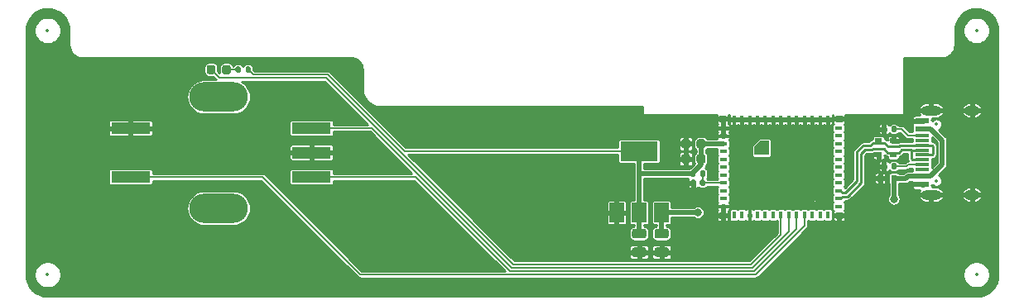
<source format=gbr>
%TF.GenerationSoftware,KiCad,Pcbnew,(5.1.9-0-10_14)*%
%TF.CreationDate,2021-08-23T14:50:20+08:00*%
%TF.ProjectId,KNOB_MAIN,4b4e4f42-5f4d-4414-994e-2e6b69636164,V1.0*%
%TF.SameCoordinates,Original*%
%TF.FileFunction,Copper,L1,Top*%
%TF.FilePolarity,Positive*%
%FSLAX46Y46*%
G04 Gerber Fmt 4.6, Leading zero omitted, Abs format (unit mm)*
G04 Created by KiCad (PCBNEW (5.1.9-0-10_14)) date 2021-08-23 14:50:20*
%MOMM*%
%LPD*%
G01*
G04 APERTURE LIST*
%TA.AperFunction,SMDPad,CuDef*%
%ADD10R,1.450000X1.450000*%
%TD*%
%TA.AperFunction,SMDPad,CuDef*%
%ADD11R,0.400000X0.800000*%
%TD*%
%TA.AperFunction,SMDPad,CuDef*%
%ADD12R,0.700000X0.700000*%
%TD*%
%TA.AperFunction,SMDPad,CuDef*%
%ADD13C,0.350000*%
%TD*%
%TA.AperFunction,SMDPad,CuDef*%
%ADD14R,0.800000X0.400000*%
%TD*%
%TA.AperFunction,SMDPad,CuDef*%
%ADD15R,4.000000X1.200000*%
%TD*%
%TA.AperFunction,ComponentPad*%
%ADD16O,6.000000X3.000000*%
%TD*%
%TA.AperFunction,SMDPad,CuDef*%
%ADD17R,1.500000X2.000000*%
%TD*%
%TA.AperFunction,SMDPad,CuDef*%
%ADD18R,3.800000X2.000000*%
%TD*%
%TA.AperFunction,SMDPad,CuDef*%
%ADD19R,1.450000X0.600000*%
%TD*%
%TA.AperFunction,SMDPad,CuDef*%
%ADD20R,1.450000X0.300000*%
%TD*%
%TA.AperFunction,ComponentPad*%
%ADD21O,2.100000X1.000000*%
%TD*%
%TA.AperFunction,ComponentPad*%
%ADD22O,1.600000X1.000000*%
%TD*%
%TA.AperFunction,SMDPad,CuDef*%
%ADD23R,0.600000X0.700000*%
%TD*%
%TA.AperFunction,SMDPad,CuDef*%
%ADD24R,0.700000X0.600000*%
%TD*%
%TA.AperFunction,ViaPad*%
%ADD25C,0.700000*%
%TD*%
%TA.AperFunction,ViaPad*%
%ADD26C,0.500000*%
%TD*%
%TA.AperFunction,ViaPad*%
%ADD27C,0.800000*%
%TD*%
%TA.AperFunction,Conductor*%
%ADD28C,0.280000*%
%TD*%
%TA.AperFunction,Conductor*%
%ADD29C,0.500000*%
%TD*%
%TA.AperFunction,Conductor*%
%ADD30C,0.200000*%
%TD*%
%TA.AperFunction,Conductor*%
%ADD31C,0.254000*%
%TD*%
%TA.AperFunction,Conductor*%
%ADD32C,0.350000*%
%TD*%
%ADD33C,0.350000*%
%ADD34C,0.300000*%
%ADD35O,2.800000X2.000000*%
%ADD36O,1.700000X0.600000*%
%ADD37O,1.200000X0.600000*%
G04 APERTURE END LIST*
%TO.P,C5,2*%
%TO.N,GND*%
%TA.AperFunction,SMDPad,CuDef*%
G36*
G01*
X168225000Y-85400000D02*
X168225000Y-85900000D01*
G75*
G02*
X168000000Y-86125000I-225000J0D01*
G01*
X167550000Y-86125000D01*
G75*
G02*
X167325000Y-85900000I0J225000D01*
G01*
X167325000Y-85400000D01*
G75*
G02*
X167550000Y-85175000I225000J0D01*
G01*
X168000000Y-85175000D01*
G75*
G02*
X168225000Y-85400000I0J-225000D01*
G01*
G37*
%TD.AperFunction*%
%TO.P,C5,1*%
%TO.N,+3V3*%
%TA.AperFunction,SMDPad,CuDef*%
G36*
G01*
X169775000Y-85400000D02*
X169775000Y-85900000D01*
G75*
G02*
X169550000Y-86125000I-225000J0D01*
G01*
X169100000Y-86125000D01*
G75*
G02*
X168875000Y-85900000I0J225000D01*
G01*
X168875000Y-85400000D01*
G75*
G02*
X169100000Y-85175000I225000J0D01*
G01*
X169550000Y-85175000D01*
G75*
G02*
X169775000Y-85400000I0J-225000D01*
G01*
G37*
%TD.AperFunction*%
%TD*%
%TO.P,C4,2*%
%TO.N,GND*%
%TA.AperFunction,SMDPad,CuDef*%
G36*
G01*
X168225000Y-83850000D02*
X168225000Y-84350000D01*
G75*
G02*
X168000000Y-84575000I-225000J0D01*
G01*
X167550000Y-84575000D01*
G75*
G02*
X167325000Y-84350000I0J225000D01*
G01*
X167325000Y-83850000D01*
G75*
G02*
X167550000Y-83625000I225000J0D01*
G01*
X168000000Y-83625000D01*
G75*
G02*
X168225000Y-83850000I0J-225000D01*
G01*
G37*
%TD.AperFunction*%
%TO.P,C4,1*%
%TO.N,+3V3*%
%TA.AperFunction,SMDPad,CuDef*%
G36*
G01*
X169775000Y-83850000D02*
X169775000Y-84350000D01*
G75*
G02*
X169550000Y-84575000I-225000J0D01*
G01*
X169100000Y-84575000D01*
G75*
G02*
X168875000Y-84350000I0J225000D01*
G01*
X168875000Y-83850000D01*
G75*
G02*
X169100000Y-83625000I225000J0D01*
G01*
X169550000Y-83625000D01*
G75*
G02*
X169775000Y-83850000I0J-225000D01*
G01*
G37*
%TD.AperFunction*%
%TD*%
%TO.P,C2,2*%
%TO.N,GND*%
%TA.AperFunction,SMDPad,CuDef*%
G36*
G01*
X162525000Y-94700000D02*
X163475000Y-94700000D01*
G75*
G02*
X163725000Y-94950000I0J-250000D01*
G01*
X163725000Y-95450000D01*
G75*
G02*
X163475000Y-95700000I-250000J0D01*
G01*
X162525000Y-95700000D01*
G75*
G02*
X162275000Y-95450000I0J250000D01*
G01*
X162275000Y-94950000D01*
G75*
G02*
X162525000Y-94700000I250000J0D01*
G01*
G37*
%TD.AperFunction*%
%TO.P,C2,1*%
%TO.N,+3V3*%
%TA.AperFunction,SMDPad,CuDef*%
G36*
G01*
X162525000Y-92800000D02*
X163475000Y-92800000D01*
G75*
G02*
X163725000Y-93050000I0J-250000D01*
G01*
X163725000Y-93550000D01*
G75*
G02*
X163475000Y-93800000I-250000J0D01*
G01*
X162525000Y-93800000D01*
G75*
G02*
X162275000Y-93550000I0J250000D01*
G01*
X162275000Y-93050000D01*
G75*
G02*
X162525000Y-92800000I250000J0D01*
G01*
G37*
%TD.AperFunction*%
%TD*%
%TO.P,C1,2*%
%TO.N,GND*%
%TA.AperFunction,SMDPad,CuDef*%
G36*
G01*
X164825000Y-94700000D02*
X165775000Y-94700000D01*
G75*
G02*
X166025000Y-94950000I0J-250000D01*
G01*
X166025000Y-95450000D01*
G75*
G02*
X165775000Y-95700000I-250000J0D01*
G01*
X164825000Y-95700000D01*
G75*
G02*
X164575000Y-95450000I0J250000D01*
G01*
X164575000Y-94950000D01*
G75*
G02*
X164825000Y-94700000I250000J0D01*
G01*
G37*
%TD.AperFunction*%
%TO.P,C1,1*%
%TO.N,+5V*%
%TA.AperFunction,SMDPad,CuDef*%
G36*
G01*
X164825000Y-92800000D02*
X165775000Y-92800000D01*
G75*
G02*
X166025000Y-93050000I0J-250000D01*
G01*
X166025000Y-93550000D01*
G75*
G02*
X165775000Y-93800000I-250000J0D01*
G01*
X164825000Y-93800000D01*
G75*
G02*
X164575000Y-93550000I0J250000D01*
G01*
X164575000Y-93050000D01*
G75*
G02*
X164825000Y-92800000I250000J0D01*
G01*
G37*
%TD.AperFunction*%
%TD*%
D10*
%TO.P,U2,36*%
%TO.N,GND*%
X177500000Y-84525000D03*
D11*
X176700000Y-81600000D03*
D12*
X171550000Y-91450000D03*
D10*
X175525000Y-86550000D03*
X179475000Y-86500000D03*
D11*
X180700000Y-81600000D03*
D10*
X179475000Y-88475000D03*
%TA.AperFunction,SMDPad,CuDef*%
D13*
G36*
X176250000Y-85250000D02*
G01*
X174800000Y-85250000D01*
X174800000Y-84400000D01*
X175400000Y-83800000D01*
X176250000Y-83800000D01*
X176250000Y-85250000D01*
G37*
%TD.AperFunction*%
D10*
X175525000Y-88475000D03*
D11*
X181500000Y-81600000D03*
X178300000Y-81600000D03*
D10*
X179475000Y-84525000D03*
D11*
X182300000Y-81600000D03*
X172700000Y-81600000D03*
D10*
X177500000Y-86500000D03*
D11*
X175100000Y-81600000D03*
X173500000Y-81600000D03*
D12*
X171550000Y-81550000D03*
D11*
X177500000Y-81600000D03*
D12*
X183450000Y-81550000D03*
D11*
X174300000Y-81600000D03*
X175900000Y-81600000D03*
D10*
X177500000Y-88475000D03*
D11*
X179900000Y-81600000D03*
D12*
X183450000Y-91450000D03*
D11*
X179100000Y-81600000D03*
D14*
%TO.P,U2,35*%
%TO.N,N/C*%
X183400000Y-82500000D03*
%TO.P,U2,34*%
X183400000Y-83300000D03*
%TO.P,U2,33*%
X183400000Y-84100000D03*
%TO.P,U2,32*%
X183400000Y-84900000D03*
%TO.P,U2,31*%
X183400000Y-85700000D03*
%TO.P,U2,30*%
X183400000Y-86500000D03*
%TO.P,U2,29*%
X183400000Y-87300000D03*
%TO.P,U2,28*%
X183400000Y-88100000D03*
%TO.P,U2,27*%
%TO.N,/D+*%
X183400000Y-88900000D03*
%TO.P,U2,26*%
%TO.N,/D-*%
X183400000Y-89700000D03*
%TO.P,U2,25*%
%TO.N,N/C*%
X183400000Y-90500000D03*
D11*
%TO.P,U2,24*%
X182300000Y-91400000D03*
%TO.P,U2,23*%
X181500000Y-91400000D03*
%TO.P,U2,22*%
X180700000Y-91400000D03*
%TO.P,U2,21*%
%TO.N,/ENTER*%
X179900000Y-91400000D03*
%TO.P,U2,20*%
%TO.N,/VOL_UP*%
X179100000Y-91400000D03*
%TO.P,U2,19*%
%TO.N,/VOL_DN*%
X178300000Y-91400000D03*
%TO.P,U2,18*%
%TO.N,/STATUS*%
X177500000Y-91400000D03*
%TO.P,U2,17*%
%TO.N,N/C*%
X176700000Y-91400000D03*
%TO.P,U2,16*%
X175900000Y-91400000D03*
%TO.P,U2,15*%
X175100000Y-91400000D03*
%TO.P,U2,14*%
%TO.N,GND*%
X174300000Y-91400000D03*
%TO.P,U2,13*%
%TO.N,N/C*%
X173500000Y-91400000D03*
%TO.P,U2,12*%
X172700000Y-91400000D03*
D14*
%TO.P,U2,11*%
%TO.N,GND*%
X171600000Y-90500000D03*
%TO.P,U2,10*%
%TO.N,N/C*%
X171600000Y-89700000D03*
%TO.P,U2,9*%
X171600000Y-88900000D03*
%TO.P,U2,8*%
%TO.N,Net-(C3-Pad1)*%
X171600000Y-88100000D03*
%TO.P,U2,7*%
%TO.N,N/C*%
X171600000Y-87300000D03*
%TO.P,U2,6*%
X171600000Y-86500000D03*
%TO.P,U2,5*%
X171600000Y-85700000D03*
%TO.P,U2,4*%
X171600000Y-84900000D03*
%TO.P,U2,3*%
%TO.N,+3V3*%
X171600000Y-84100000D03*
%TO.P,U2,2*%
%TO.N,GND*%
X171600000Y-83300000D03*
%TO.P,U2,1*%
X171600000Y-82500000D03*
%TD*%
%TO.P,R4,2*%
%TO.N,+3V3*%
%TA.AperFunction,SMDPad,CuDef*%
G36*
G01*
X122740000Y-76685000D02*
X122740000Y-76315000D01*
G75*
G02*
X122875000Y-76180000I135000J0D01*
G01*
X123145000Y-76180000D01*
G75*
G02*
X123280000Y-76315000I0J-135000D01*
G01*
X123280000Y-76685000D01*
G75*
G02*
X123145000Y-76820000I-135000J0D01*
G01*
X122875000Y-76820000D01*
G75*
G02*
X122740000Y-76685000I0J135000D01*
G01*
G37*
%TD.AperFunction*%
%TO.P,R4,1*%
%TO.N,Net-(D4-Pad2)*%
%TA.AperFunction,SMDPad,CuDef*%
G36*
G01*
X121720000Y-76685000D02*
X121720000Y-76315000D01*
G75*
G02*
X121855000Y-76180000I135000J0D01*
G01*
X122125000Y-76180000D01*
G75*
G02*
X122260000Y-76315000I0J-135000D01*
G01*
X122260000Y-76685000D01*
G75*
G02*
X122125000Y-76820000I-135000J0D01*
G01*
X121855000Y-76820000D01*
G75*
G02*
X121720000Y-76685000I0J135000D01*
G01*
G37*
%TD.AperFunction*%
%TD*%
%TO.P,D4,2*%
%TO.N,Net-(D4-Pad2)*%
%TA.AperFunction,SMDPad,CuDef*%
G36*
G01*
X120350000Y-76756250D02*
X120350000Y-76243750D01*
G75*
G02*
X120568750Y-76025000I218750J0D01*
G01*
X121006250Y-76025000D01*
G75*
G02*
X121225000Y-76243750I0J-218750D01*
G01*
X121225000Y-76756250D01*
G75*
G02*
X121006250Y-76975000I-218750J0D01*
G01*
X120568750Y-76975000D01*
G75*
G02*
X120350000Y-76756250I0J218750D01*
G01*
G37*
%TD.AperFunction*%
%TO.P,D4,1*%
%TO.N,/STATUS*%
%TA.AperFunction,SMDPad,CuDef*%
G36*
G01*
X118775000Y-76756250D02*
X118775000Y-76243750D01*
G75*
G02*
X118993750Y-76025000I218750J0D01*
G01*
X119431250Y-76025000D01*
G75*
G02*
X119650000Y-76243750I0J-218750D01*
G01*
X119650000Y-76756250D01*
G75*
G02*
X119431250Y-76975000I-218750J0D01*
G01*
X118993750Y-76975000D01*
G75*
G02*
X118775000Y-76756250I0J218750D01*
G01*
G37*
%TD.AperFunction*%
%TD*%
D15*
%TO.P,SW1,S1*%
%TO.N,/ENTER*%
X111000000Y-87500000D03*
%TO.P,SW1,S2*%
%TO.N,GND*%
X111000000Y-82500000D03*
%TO.P,SW1,A*%
%TO.N,/VOL_UP*%
X129500000Y-87500000D03*
%TO.P,SW1,C*%
%TO.N,GND*%
X129500000Y-85000000D03*
%TO.P,SW1,B*%
%TO.N,/VOL_DN*%
X129500000Y-82500000D03*
D16*
%TO.P,SW1,*%
%TO.N,*%
X120000000Y-90700000D03*
X120000000Y-79300000D03*
%TD*%
D17*
%TO.P,U1,1*%
%TO.N,GND*%
X160700000Y-91150000D03*
%TO.P,U1,3*%
%TO.N,+5V*%
X165300000Y-91150000D03*
%TO.P,U1,2*%
%TO.N,+3V3*%
X163000000Y-91150000D03*
D18*
X163000000Y-84850000D03*
%TD*%
%TO.P,R3,2*%
%TO.N,Net-(C3-Pad1)*%
%TA.AperFunction,SMDPad,CuDef*%
G36*
G01*
X169240000Y-87335000D02*
X169240000Y-86965000D01*
G75*
G02*
X169375000Y-86830000I135000J0D01*
G01*
X169645000Y-86830000D01*
G75*
G02*
X169780000Y-86965000I0J-135000D01*
G01*
X169780000Y-87335000D01*
G75*
G02*
X169645000Y-87470000I-135000J0D01*
G01*
X169375000Y-87470000D01*
G75*
G02*
X169240000Y-87335000I0J135000D01*
G01*
G37*
%TD.AperFunction*%
%TO.P,R3,1*%
%TO.N,+3V3*%
%TA.AperFunction,SMDPad,CuDef*%
G36*
G01*
X168220000Y-87335000D02*
X168220000Y-86965000D01*
G75*
G02*
X168355000Y-86830000I135000J0D01*
G01*
X168625000Y-86830000D01*
G75*
G02*
X168760000Y-86965000I0J-135000D01*
G01*
X168760000Y-87335000D01*
G75*
G02*
X168625000Y-87470000I-135000J0D01*
G01*
X168355000Y-87470000D01*
G75*
G02*
X168220000Y-87335000I0J135000D01*
G01*
G37*
%TD.AperFunction*%
%TD*%
%TO.P,C3,2*%
%TO.N,GND*%
%TA.AperFunction,SMDPad,CuDef*%
G36*
G01*
X168800000Y-87930000D02*
X168800000Y-88270000D01*
G75*
G02*
X168660000Y-88410000I-140000J0D01*
G01*
X168380000Y-88410000D01*
G75*
G02*
X168240000Y-88270000I0J140000D01*
G01*
X168240000Y-87930000D01*
G75*
G02*
X168380000Y-87790000I140000J0D01*
G01*
X168660000Y-87790000D01*
G75*
G02*
X168800000Y-87930000I0J-140000D01*
G01*
G37*
%TD.AperFunction*%
%TO.P,C3,1*%
%TO.N,Net-(C3-Pad1)*%
%TA.AperFunction,SMDPad,CuDef*%
G36*
G01*
X169760000Y-87930000D02*
X169760000Y-88270000D01*
G75*
G02*
X169620000Y-88410000I-140000J0D01*
G01*
X169340000Y-88410000D01*
G75*
G02*
X169200000Y-88270000I0J140000D01*
G01*
X169200000Y-87930000D01*
G75*
G02*
X169340000Y-87790000I140000J0D01*
G01*
X169620000Y-87790000D01*
G75*
G02*
X169760000Y-87930000I0J-140000D01*
G01*
G37*
%TD.AperFunction*%
%TD*%
%TO.P,R2,2*%
%TO.N,Net-(J1-PadB5)*%
%TA.AperFunction,SMDPad,CuDef*%
G36*
G01*
X188790000Y-82785000D02*
X188790000Y-82415000D01*
G75*
G02*
X188925000Y-82280000I135000J0D01*
G01*
X189195000Y-82280000D01*
G75*
G02*
X189330000Y-82415000I0J-135000D01*
G01*
X189330000Y-82785000D01*
G75*
G02*
X189195000Y-82920000I-135000J0D01*
G01*
X188925000Y-82920000D01*
G75*
G02*
X188790000Y-82785000I0J135000D01*
G01*
G37*
%TD.AperFunction*%
%TO.P,R2,1*%
%TO.N,GND*%
%TA.AperFunction,SMDPad,CuDef*%
G36*
G01*
X187770000Y-82785000D02*
X187770000Y-82415000D01*
G75*
G02*
X187905000Y-82280000I135000J0D01*
G01*
X188175000Y-82280000D01*
G75*
G02*
X188310000Y-82415000I0J-135000D01*
G01*
X188310000Y-82785000D01*
G75*
G02*
X188175000Y-82920000I-135000J0D01*
G01*
X187905000Y-82920000D01*
G75*
G02*
X187770000Y-82785000I0J135000D01*
G01*
G37*
%TD.AperFunction*%
%TD*%
%TO.P,R1,2*%
%TO.N,Net-(J1-PadA5)*%
%TA.AperFunction,SMDPad,CuDef*%
G36*
G01*
X188790000Y-86585000D02*
X188790000Y-86215000D01*
G75*
G02*
X188925000Y-86080000I135000J0D01*
G01*
X189195000Y-86080000D01*
G75*
G02*
X189330000Y-86215000I0J-135000D01*
G01*
X189330000Y-86585000D01*
G75*
G02*
X189195000Y-86720000I-135000J0D01*
G01*
X188925000Y-86720000D01*
G75*
G02*
X188790000Y-86585000I0J135000D01*
G01*
G37*
%TD.AperFunction*%
%TO.P,R1,1*%
%TO.N,GND*%
%TA.AperFunction,SMDPad,CuDef*%
G36*
G01*
X187770000Y-86585000D02*
X187770000Y-86215000D01*
G75*
G02*
X187905000Y-86080000I135000J0D01*
G01*
X188175000Y-86080000D01*
G75*
G02*
X188310000Y-86215000I0J-135000D01*
G01*
X188310000Y-86585000D01*
G75*
G02*
X188175000Y-86720000I-135000J0D01*
G01*
X187905000Y-86720000D01*
G75*
G02*
X187770000Y-86585000I0J135000D01*
G01*
G37*
%TD.AperFunction*%
%TD*%
D19*
%TO.P,J1,B1*%
%TO.N,GND*%
X191955000Y-81750000D03*
%TO.P,J1,A9*%
%TO.N,+5V*%
X191955000Y-82550000D03*
%TO.P,J1,B9*%
X191955000Y-87450000D03*
%TO.P,J1,B12*%
%TO.N,GND*%
X191955000Y-88250000D03*
%TO.P,J1,A1*%
X191955000Y-88250000D03*
%TO.P,J1,A4*%
%TO.N,+5V*%
X191955000Y-87450000D03*
%TO.P,J1,B4*%
X191955000Y-82550000D03*
%TO.P,J1,A12*%
%TO.N,GND*%
X191955000Y-81750000D03*
D20*
%TO.P,J1,B8*%
%TO.N,N/C*%
X191955000Y-86750000D03*
%TO.P,J1,A5*%
%TO.N,Net-(J1-PadA5)*%
X191955000Y-86250000D03*
%TO.P,J1,B7*%
%TO.N,/D-*%
X191955000Y-85750000D03*
%TO.P,J1,A7*%
X191955000Y-84750000D03*
%TO.P,J1,B6*%
%TO.N,/D+*%
X191955000Y-84250000D03*
%TO.P,J1,A8*%
%TO.N,N/C*%
X191955000Y-83750000D03*
%TO.P,J1,B5*%
%TO.N,Net-(J1-PadB5)*%
X191955000Y-83250000D03*
%TO.P,J1,A6*%
%TO.N,/D+*%
X191955000Y-85250000D03*
D21*
%TO.P,J1,S1*%
%TO.N,GND*%
X192870000Y-80680000D03*
X192870000Y-89320000D03*
D22*
X197050000Y-89320000D03*
X197050000Y-80680000D03*
%TD*%
D23*
%TO.P,D3,1*%
%TO.N,+5V*%
X189050000Y-87650000D03*
%TO.P,D3,2*%
%TO.N,GND*%
X187650000Y-87650000D03*
%TD*%
D24*
%TO.P,D2,1*%
%TO.N,/D-*%
X189000000Y-85200000D03*
%TO.P,D2,2*%
%TO.N,GND*%
X189000000Y-83800000D03*
%TD*%
%TO.P,D1,1*%
%TO.N,/D+*%
X187500000Y-83800000D03*
%TO.P,D1,2*%
%TO.N,GND*%
X187500000Y-85200000D03*
%TD*%
D25*
%TO.N,GND*%
X177500000Y-88500000D03*
X175500000Y-86500000D03*
X175500000Y-88500000D03*
X177500000Y-84500000D03*
X179500000Y-84500000D03*
X179500000Y-86500000D03*
X179500000Y-88500000D03*
X175500000Y-84500000D03*
X177500000Y-86500000D03*
D26*
X170500000Y-86000000D03*
X170500000Y-87000000D03*
X170500000Y-85000000D03*
X190000000Y-83600000D03*
X190000000Y-85600000D03*
X190000000Y-86950000D03*
X193250000Y-85850000D03*
X101000000Y-76000000D03*
X103000000Y-76000000D03*
X105000000Y-76000000D03*
X107000000Y-76000000D03*
X109000000Y-76000000D03*
X111000000Y-76000000D03*
X113000000Y-76000000D03*
X115000000Y-76000000D03*
X117000000Y-76000000D03*
X101000000Y-78000000D03*
X101000000Y-80000000D03*
X101000000Y-82000000D03*
X101000000Y-84000000D03*
X101000000Y-86000000D03*
X101000000Y-88000000D03*
X101000000Y-90000000D03*
X101000000Y-92000000D03*
X101000000Y-94000000D03*
X105000000Y-80000000D03*
X109000000Y-80000000D03*
X105000000Y-84000000D03*
X109000000Y-84000000D03*
X105000000Y-88000000D03*
X109000000Y-92000000D03*
X105000000Y-92000000D03*
X105000000Y-94000000D03*
X109000000Y-94000000D03*
X106000000Y-99000000D03*
X108000000Y-99000000D03*
X110000000Y-99000000D03*
X112000000Y-99000000D03*
X114000000Y-99000000D03*
X116000000Y-99000000D03*
X118000000Y-99000000D03*
X120000000Y-99000000D03*
X122000000Y-99000000D03*
X124000000Y-99000000D03*
X126000000Y-99000000D03*
X128000000Y-99000000D03*
X130000000Y-99000000D03*
X132000000Y-99000000D03*
X134000000Y-99000000D03*
X136000000Y-99000000D03*
X138000000Y-99000000D03*
X140000000Y-99000000D03*
X142000000Y-99000000D03*
X144000000Y-99000000D03*
X146000000Y-99000000D03*
X148000000Y-99000000D03*
X150000000Y-99000000D03*
X152000000Y-99000000D03*
X154000000Y-99000000D03*
X156000000Y-99000000D03*
X158000000Y-99000000D03*
X160000000Y-99000000D03*
X162000000Y-99000000D03*
X164000000Y-99000000D03*
X166000000Y-99000000D03*
X168000000Y-99000000D03*
X170000000Y-99000000D03*
X172000000Y-99000000D03*
X174000000Y-99000000D03*
X176000000Y-99000000D03*
X178000000Y-99000000D03*
X180000000Y-99000000D03*
X182000000Y-99000000D03*
X184000000Y-99000000D03*
X186000000Y-99000000D03*
X188000000Y-99000000D03*
X190000000Y-99000000D03*
X192000000Y-99000000D03*
X194000000Y-99000000D03*
X105000000Y-78000000D03*
X109000000Y-78000000D03*
X105000000Y-82000000D03*
X105000000Y-86000000D03*
X109000000Y-86000000D03*
X105000000Y-90000000D03*
X109000000Y-90000000D03*
X106000000Y-97000000D03*
X110000000Y-97000000D03*
X114000000Y-97000000D03*
X118000000Y-97000000D03*
X122000000Y-97000000D03*
X126000000Y-97000000D03*
X130000000Y-97000000D03*
X113000000Y-78000000D03*
X125000000Y-76000000D03*
X127000000Y-76000000D03*
X129000000Y-76000000D03*
X131000000Y-76000000D03*
X133000000Y-76000000D03*
X127000000Y-78000000D03*
X130000000Y-78000000D03*
X134000000Y-78000000D03*
X132000000Y-80000000D03*
X136000000Y-84000000D03*
X138000000Y-86000000D03*
X140000000Y-89000000D03*
X142000000Y-91000000D03*
X144000000Y-93000000D03*
X146000000Y-95000000D03*
X136000000Y-96000000D03*
X140000000Y-96000000D03*
X144000000Y-96000000D03*
X137000000Y-81000000D03*
X139000000Y-81000000D03*
X141000000Y-81000000D03*
X143000000Y-81000000D03*
X145000000Y-81000000D03*
X147000000Y-81000000D03*
X149000000Y-81000000D03*
X151000000Y-81000000D03*
X153000000Y-81000000D03*
X155000000Y-81000000D03*
X157000000Y-81000000D03*
X159000000Y-81000000D03*
X161000000Y-81000000D03*
X163000000Y-81000000D03*
X164000000Y-81500000D03*
X165000000Y-81500000D03*
X166000000Y-81500000D03*
X167000000Y-81500000D03*
X168000000Y-81500000D03*
X169000000Y-81500000D03*
X170000000Y-81500000D03*
X185000000Y-81500000D03*
X186000000Y-81500000D03*
X187000000Y-81500000D03*
X188000000Y-81500000D03*
X189000000Y-81500000D03*
X190000000Y-81500000D03*
X190500000Y-80500000D03*
X190500000Y-79500000D03*
X190500000Y-78500000D03*
X190500000Y-77500000D03*
X190500000Y-76500000D03*
X199000000Y-76000000D03*
X197000000Y-76000000D03*
X195000000Y-76000000D03*
X193000000Y-76000000D03*
X191000000Y-76000000D03*
X199000000Y-78000000D03*
X199000000Y-92000000D03*
X199000000Y-94000000D03*
X195000000Y-78000000D03*
X195000000Y-92000000D03*
X195000000Y-94000000D03*
X191000000Y-94000000D03*
X191000000Y-92000000D03*
X187000000Y-92000000D03*
X187000000Y-94000000D03*
X183000000Y-94000000D03*
X191000000Y-96000000D03*
X187000000Y-96000000D03*
X183000000Y-96000000D03*
X179000000Y-96000000D03*
X150000000Y-95000000D03*
X148000000Y-93000000D03*
X146000000Y-91000000D03*
X144000000Y-89000000D03*
X142000000Y-87000000D03*
X139000000Y-83000000D03*
X142000000Y-84000000D03*
X146000000Y-84000000D03*
X150000000Y-84000000D03*
X154000000Y-84000000D03*
X158000000Y-84000000D03*
X156000000Y-86000000D03*
X152000000Y-86000000D03*
X148000000Y-86000000D03*
X144000000Y-86000000D03*
X154000000Y-95000000D03*
X158000000Y-95000000D03*
X168000000Y-95000000D03*
X172000000Y-95000000D03*
X175000000Y-94000000D03*
X150000000Y-92000000D03*
X154000000Y-92000000D03*
X158000000Y-92000000D03*
X158000000Y-89000000D03*
X154000000Y-89000000D03*
X150000000Y-89000000D03*
X140000000Y-93000000D03*
X136000000Y-93000000D03*
X132000000Y-93000000D03*
X136000000Y-89000000D03*
X132000000Y-89000000D03*
X113000000Y-94000000D03*
X127000000Y-94000000D03*
X132000000Y-84000000D03*
X132000000Y-86000000D03*
D27*
%TO.N,+5V*%
X169000000Y-91150000D03*
X189050000Y-89750000D03*
%TD*%
D28*
%TO.N,/D+*%
X186634899Y-84285000D02*
X185910944Y-84285000D01*
X185910944Y-84285000D02*
X185285000Y-84910944D01*
X183785000Y-89085000D02*
X184110944Y-89085000D01*
X183600000Y-88900000D02*
X183785000Y-89085000D01*
X183400000Y-88900000D02*
X183600000Y-88900000D01*
X185285000Y-87910944D02*
X185285000Y-84910944D01*
X184110944Y-89085000D02*
X185285000Y-87910944D01*
X186919899Y-84000000D02*
X186634899Y-84285000D01*
X187500000Y-83800000D02*
X187500000Y-84000000D01*
X187500000Y-84000000D02*
X186919899Y-84000000D01*
X192960000Y-84250000D02*
X193050000Y-84340000D01*
X191955000Y-84250000D02*
X192960000Y-84250000D01*
X193050000Y-85160000D02*
X193050000Y-84340000D01*
X192960000Y-85250000D02*
X193050000Y-85160000D01*
X191955000Y-85250000D02*
X192960000Y-85250000D01*
X190867499Y-84250000D02*
X191955000Y-84250000D01*
X189687002Y-84285000D02*
X190832499Y-84285000D01*
X189582001Y-84390001D02*
X189687002Y-84285000D01*
X190832499Y-84285000D02*
X190867499Y-84250000D01*
X188470102Y-84390001D02*
X189582001Y-84390001D01*
X188080101Y-84000000D02*
X188470102Y-84390001D01*
X187500000Y-84000000D02*
X188080101Y-84000000D01*
%TO.N,/D-*%
X188029898Y-84609999D02*
X186917999Y-84609999D01*
X190832499Y-84715000D02*
X189865101Y-84715000D01*
X191955000Y-84750000D02*
X190867499Y-84750000D01*
X190867499Y-84750000D02*
X190832499Y-84715000D01*
X186089056Y-84715000D02*
X185715000Y-85089056D01*
X183785000Y-89515000D02*
X184289056Y-89515000D01*
X183600000Y-89700000D02*
X183785000Y-89515000D01*
X183400000Y-89700000D02*
X183600000Y-89700000D01*
X185715000Y-88089056D02*
X185715000Y-85089056D01*
X184289056Y-89515000D02*
X185715000Y-88089056D01*
X188029898Y-84609999D02*
X188419899Y-85000000D01*
X189580101Y-85000000D02*
X189865101Y-84715000D01*
X189000000Y-85200000D02*
X189000000Y-85000000D01*
X189000000Y-85000000D02*
X189580101Y-85000000D01*
X188419899Y-85000000D02*
X189000000Y-85000000D01*
X190867499Y-85667499D02*
X190867499Y-84750000D01*
X190950000Y-85750000D02*
X190867499Y-85667499D01*
X191955000Y-85750000D02*
X190950000Y-85750000D01*
X186812998Y-84715000D02*
X186917999Y-84609999D01*
X186089056Y-84715000D02*
X186812998Y-84715000D01*
D29*
%TO.N,+5V*%
X189050000Y-89750000D02*
X189050000Y-87650000D01*
X190300000Y-87650000D02*
X189050000Y-87650000D01*
X190500000Y-87450000D02*
X190300000Y-87650000D01*
X192766998Y-87450000D02*
X190500000Y-87450000D01*
X192795000Y-82550000D02*
X194000000Y-83755000D01*
X194000000Y-86216998D02*
X192766998Y-87450000D01*
X194000000Y-83755000D02*
X194000000Y-86216998D01*
X191955000Y-82550000D02*
X192795000Y-82550000D01*
X169000000Y-91150000D02*
X165300000Y-91150000D01*
X165300000Y-91150000D02*
X165300000Y-93300000D01*
D30*
%TO.N,Net-(J1-PadA5)*%
X189060000Y-86400000D02*
X190350000Y-86400000D01*
X190500000Y-86250000D02*
X190350000Y-86400000D01*
X191955000Y-86250000D02*
X190500000Y-86250000D01*
%TO.N,Net-(J1-PadB5)*%
X191955000Y-83250000D02*
X190500000Y-83250000D01*
X189060000Y-82600000D02*
X189850000Y-82600000D01*
X189850000Y-82600000D02*
X190500000Y-83250000D01*
%TO.N,+3V3*%
X131149992Y-76999992D02*
X139000000Y-84850000D01*
X123499992Y-76999992D02*
X131149992Y-76999992D01*
X123000000Y-76500000D02*
X123499992Y-76999992D01*
D29*
X163000000Y-87150000D02*
X163000000Y-93300000D01*
X163000000Y-84850000D02*
X163000000Y-87150000D01*
X169350000Y-84100000D02*
X171600000Y-84100000D01*
X169350000Y-86233380D02*
X169350000Y-84100000D01*
X168433380Y-87150000D02*
X169350000Y-86233380D01*
X163000000Y-87150000D02*
X168433380Y-87150000D01*
D30*
X139000000Y-84850000D02*
X163000000Y-84850000D01*
%TO.N,Net-(C3-Pad1)*%
X171600000Y-88100000D02*
X169500000Y-88100000D01*
X169500000Y-88100000D02*
X169500000Y-87150000D01*
%TO.N,/ENTER*%
X174900000Y-97500000D02*
X179900000Y-92500000D01*
X134500000Y-97500000D02*
X174900000Y-97500000D01*
X179900000Y-92500000D02*
X179900000Y-91400000D01*
X124500000Y-87500000D02*
X134500000Y-97500000D01*
X111000000Y-87500000D02*
X124500000Y-87500000D01*
%TO.N,/VOL_DN*%
X135650000Y-82500000D02*
X129500000Y-82500000D01*
X149950000Y-96800000D02*
X135650000Y-82500000D01*
X174600000Y-96800000D02*
X149950000Y-96800000D01*
X178300000Y-93100000D02*
X174600000Y-96800000D01*
X178300000Y-91400000D02*
X178300000Y-93100000D01*
%TO.N,/VOL_UP*%
X174750000Y-97150000D02*
X149800000Y-97150000D01*
X140150000Y-87500000D02*
X129500000Y-87500000D01*
X149800000Y-97150000D02*
X140150000Y-87500000D01*
X179100000Y-92800000D02*
X174750000Y-97150000D01*
X179100000Y-91400000D02*
X179100000Y-92800000D01*
%TO.N,Net-(D4-Pad2)*%
X120787500Y-76500000D02*
X122000000Y-76500000D01*
%TO.N,/STATUS*%
X120062500Y-77350000D02*
X119212500Y-76500000D01*
X150100000Y-96450000D02*
X131000000Y-77350000D01*
X177500000Y-91400000D02*
X177500000Y-93400000D01*
X131000000Y-77350000D02*
X120062500Y-77350000D01*
X177500000Y-93400000D02*
X174450000Y-96450000D01*
X174450000Y-96450000D02*
X150100000Y-96450000D01*
%TD*%
D31*
%TO.N,GND*%
X197911591Y-70342355D02*
X198322846Y-70463394D01*
X198702753Y-70662005D01*
X199036848Y-70930626D01*
X199312404Y-71259019D01*
X199518927Y-71634684D01*
X199648552Y-72043314D01*
X199697874Y-72483029D01*
X199698001Y-72501253D01*
X199698000Y-97485226D01*
X199654719Y-97926646D01*
X199530814Y-98337039D01*
X199329555Y-98715553D01*
X199058610Y-99047765D01*
X198728297Y-99321023D01*
X198351196Y-99524921D01*
X197941680Y-99651687D01*
X197501094Y-99697994D01*
X197499516Y-99698000D01*
X102514774Y-99698000D01*
X102073354Y-99654719D01*
X101662961Y-99530814D01*
X101284447Y-99329555D01*
X100952235Y-99058610D01*
X100678977Y-98728297D01*
X100475079Y-98351196D01*
X100348313Y-97941680D01*
X100302006Y-97501094D01*
X100302000Y-97499516D01*
X100302000Y-97364377D01*
X101123000Y-97364377D01*
X101123000Y-97635623D01*
X101175917Y-97901656D01*
X101279718Y-98152254D01*
X101430414Y-98377787D01*
X101622213Y-98569586D01*
X101847746Y-98720282D01*
X102098344Y-98824083D01*
X102364377Y-98877000D01*
X102635623Y-98877000D01*
X102901656Y-98824083D01*
X103152254Y-98720282D01*
X103377787Y-98569586D01*
X103569586Y-98377787D01*
X103720282Y-98152254D01*
X103824083Y-97901656D01*
X103877000Y-97635623D01*
X103877000Y-97364377D01*
X103824083Y-97098344D01*
X103720282Y-96847746D01*
X103569586Y-96622213D01*
X103377787Y-96430414D01*
X103152254Y-96279718D01*
X102901656Y-96175917D01*
X102635623Y-96123000D01*
X102364377Y-96123000D01*
X102098344Y-96175917D01*
X101847746Y-96279718D01*
X101622213Y-96430414D01*
X101430414Y-96622213D01*
X101279718Y-96847746D01*
X101175917Y-97098344D01*
X101123000Y-97364377D01*
X100302000Y-97364377D01*
X100302000Y-90700000D01*
X116714402Y-90700000D01*
X116748712Y-91048353D01*
X116850323Y-91383319D01*
X117015330Y-91692025D01*
X117237392Y-91962608D01*
X117507975Y-92184670D01*
X117816681Y-92349677D01*
X118151647Y-92451288D01*
X118412704Y-92477000D01*
X121587296Y-92477000D01*
X121848353Y-92451288D01*
X122183319Y-92349677D01*
X122492025Y-92184670D01*
X122762608Y-91962608D01*
X122984670Y-91692025D01*
X123149677Y-91383319D01*
X123251288Y-91048353D01*
X123285598Y-90700000D01*
X123251288Y-90351647D01*
X123149677Y-90016681D01*
X122984670Y-89707975D01*
X122762608Y-89437392D01*
X122492025Y-89215330D01*
X122183319Y-89050323D01*
X121848353Y-88948712D01*
X121587296Y-88923000D01*
X118412704Y-88923000D01*
X118151647Y-88948712D01*
X117816681Y-89050323D01*
X117507975Y-89215330D01*
X117237392Y-89437392D01*
X117015330Y-89707975D01*
X116850323Y-90016681D01*
X116748712Y-90351647D01*
X116714402Y-90700000D01*
X100302000Y-90700000D01*
X100302000Y-86900000D01*
X108721660Y-86900000D01*
X108721660Y-88100000D01*
X108727008Y-88154301D01*
X108742847Y-88206516D01*
X108768569Y-88254637D01*
X108803184Y-88296816D01*
X108845363Y-88331431D01*
X108893484Y-88357153D01*
X108945699Y-88372992D01*
X109000000Y-88378340D01*
X113000000Y-88378340D01*
X113054301Y-88372992D01*
X113106516Y-88357153D01*
X113154637Y-88331431D01*
X113196816Y-88296816D01*
X113231431Y-88254637D01*
X113257153Y-88206516D01*
X113272992Y-88154301D01*
X113278340Y-88100000D01*
X113278340Y-87877000D01*
X124343842Y-87877000D01*
X134220328Y-97753487D01*
X134232131Y-97767869D01*
X134246513Y-97779672D01*
X134246515Y-97779674D01*
X134257138Y-97788392D01*
X134289537Y-97814981D01*
X134355030Y-97849988D01*
X134426094Y-97871545D01*
X134500000Y-97878824D01*
X134518519Y-97877000D01*
X174881488Y-97877000D01*
X174900000Y-97878823D01*
X174918512Y-97877000D01*
X174918519Y-97877000D01*
X174973905Y-97871545D01*
X175044970Y-97849988D01*
X175110463Y-97814981D01*
X175167869Y-97767869D01*
X175179677Y-97753481D01*
X175568781Y-97364377D01*
X196123000Y-97364377D01*
X196123000Y-97635623D01*
X196175917Y-97901656D01*
X196279718Y-98152254D01*
X196430414Y-98377787D01*
X196622213Y-98569586D01*
X196847746Y-98720282D01*
X197098344Y-98824083D01*
X197364377Y-98877000D01*
X197635623Y-98877000D01*
X197901656Y-98824083D01*
X198152254Y-98720282D01*
X198377787Y-98569586D01*
X198569586Y-98377787D01*
X198720282Y-98152254D01*
X198824083Y-97901656D01*
X198877000Y-97635623D01*
X198877000Y-97364377D01*
X198824083Y-97098344D01*
X198720282Y-96847746D01*
X198569586Y-96622213D01*
X198377787Y-96430414D01*
X198152254Y-96279718D01*
X197901656Y-96175917D01*
X197635623Y-96123000D01*
X197364377Y-96123000D01*
X197098344Y-96175917D01*
X196847746Y-96279718D01*
X196622213Y-96430414D01*
X196430414Y-96622213D01*
X196279718Y-96847746D01*
X196175917Y-97098344D01*
X196123000Y-97364377D01*
X175568781Y-97364377D01*
X180153488Y-92779671D01*
X180167869Y-92767869D01*
X180200215Y-92728456D01*
X180214980Y-92710464D01*
X180214982Y-92710462D01*
X180249988Y-92644970D01*
X180271545Y-92573905D01*
X180277000Y-92518519D01*
X180277000Y-92518518D01*
X180278824Y-92500000D01*
X180277000Y-92481481D01*
X180277000Y-92013078D01*
X180296816Y-91996816D01*
X180300000Y-91992936D01*
X180303184Y-91996816D01*
X180345363Y-92031431D01*
X180393484Y-92057153D01*
X180445699Y-92072992D01*
X180500000Y-92078340D01*
X180900000Y-92078340D01*
X180954301Y-92072992D01*
X181006516Y-92057153D01*
X181054637Y-92031431D01*
X181096816Y-91996816D01*
X181100000Y-91992936D01*
X181103184Y-91996816D01*
X181145363Y-92031431D01*
X181193484Y-92057153D01*
X181245699Y-92072992D01*
X181300000Y-92078340D01*
X181700000Y-92078340D01*
X181754301Y-92072992D01*
X181806516Y-92057153D01*
X181854637Y-92031431D01*
X181896816Y-91996816D01*
X181900000Y-91992936D01*
X181903184Y-91996816D01*
X181945363Y-92031431D01*
X181993484Y-92057153D01*
X182045699Y-92072992D01*
X182100000Y-92078340D01*
X182500000Y-92078340D01*
X182554301Y-92072992D01*
X182606516Y-92057153D01*
X182654637Y-92031431D01*
X182696816Y-91996816D01*
X182731431Y-91954637D01*
X182757153Y-91906516D01*
X182772992Y-91854301D01*
X182778340Y-91800000D01*
X182821660Y-91800000D01*
X182827008Y-91854301D01*
X182842847Y-91906516D01*
X182868569Y-91954637D01*
X182903184Y-91996816D01*
X182945363Y-92031431D01*
X182993484Y-92057153D01*
X183045699Y-92072992D01*
X183100000Y-92078340D01*
X183253750Y-92077000D01*
X183323000Y-92007750D01*
X183323000Y-91577000D01*
X183577000Y-91577000D01*
X183577000Y-92007750D01*
X183646250Y-92077000D01*
X183800000Y-92078340D01*
X183854301Y-92072992D01*
X183906516Y-92057153D01*
X183954637Y-92031431D01*
X183996816Y-91996816D01*
X184031431Y-91954637D01*
X184057153Y-91906516D01*
X184072992Y-91854301D01*
X184078340Y-91800000D01*
X184077000Y-91646250D01*
X184007750Y-91577000D01*
X183577000Y-91577000D01*
X183323000Y-91577000D01*
X182892250Y-91577000D01*
X182823000Y-91646250D01*
X182821660Y-91800000D01*
X182778340Y-91800000D01*
X182778340Y-91000000D01*
X182772992Y-90945699D01*
X182757153Y-90893484D01*
X182731431Y-90845363D01*
X182696816Y-90803184D01*
X182654637Y-90768569D01*
X182606516Y-90742847D01*
X182554301Y-90727008D01*
X182500000Y-90721660D01*
X182100000Y-90721660D01*
X182045699Y-90727008D01*
X181993484Y-90742847D01*
X181945363Y-90768569D01*
X181903184Y-90803184D01*
X181900000Y-90807064D01*
X181896816Y-90803184D01*
X181854637Y-90768569D01*
X181806516Y-90742847D01*
X181754301Y-90727008D01*
X181700000Y-90721660D01*
X181300000Y-90721660D01*
X181245699Y-90727008D01*
X181193484Y-90742847D01*
X181145363Y-90768569D01*
X181103184Y-90803184D01*
X181100000Y-90807064D01*
X181096816Y-90803184D01*
X181054637Y-90768569D01*
X181006516Y-90742847D01*
X180954301Y-90727008D01*
X180900000Y-90721660D01*
X180500000Y-90721660D01*
X180445699Y-90727008D01*
X180393484Y-90742847D01*
X180345363Y-90768569D01*
X180303184Y-90803184D01*
X180300000Y-90807064D01*
X180296816Y-90803184D01*
X180254637Y-90768569D01*
X180206516Y-90742847D01*
X180154301Y-90727008D01*
X180100000Y-90721660D01*
X179700000Y-90721660D01*
X179645699Y-90727008D01*
X179593484Y-90742847D01*
X179545363Y-90768569D01*
X179503184Y-90803184D01*
X179500000Y-90807064D01*
X179496816Y-90803184D01*
X179454637Y-90768569D01*
X179406516Y-90742847D01*
X179354301Y-90727008D01*
X179300000Y-90721660D01*
X178900000Y-90721660D01*
X178845699Y-90727008D01*
X178793484Y-90742847D01*
X178745363Y-90768569D01*
X178703184Y-90803184D01*
X178700000Y-90807064D01*
X178696816Y-90803184D01*
X178654637Y-90768569D01*
X178606516Y-90742847D01*
X178554301Y-90727008D01*
X178500000Y-90721660D01*
X178100000Y-90721660D01*
X178045699Y-90727008D01*
X177993484Y-90742847D01*
X177945363Y-90768569D01*
X177903184Y-90803184D01*
X177900000Y-90807064D01*
X177896816Y-90803184D01*
X177854637Y-90768569D01*
X177806516Y-90742847D01*
X177754301Y-90727008D01*
X177700000Y-90721660D01*
X177300000Y-90721660D01*
X177245699Y-90727008D01*
X177193484Y-90742847D01*
X177145363Y-90768569D01*
X177103184Y-90803184D01*
X177100000Y-90807064D01*
X177096816Y-90803184D01*
X177054637Y-90768569D01*
X177006516Y-90742847D01*
X176954301Y-90727008D01*
X176900000Y-90721660D01*
X176500000Y-90721660D01*
X176445699Y-90727008D01*
X176393484Y-90742847D01*
X176345363Y-90768569D01*
X176303184Y-90803184D01*
X176300000Y-90807064D01*
X176296816Y-90803184D01*
X176254637Y-90768569D01*
X176206516Y-90742847D01*
X176154301Y-90727008D01*
X176100000Y-90721660D01*
X175700000Y-90721660D01*
X175645699Y-90727008D01*
X175593484Y-90742847D01*
X175545363Y-90768569D01*
X175503184Y-90803184D01*
X175500000Y-90807064D01*
X175496816Y-90803184D01*
X175454637Y-90768569D01*
X175406516Y-90742847D01*
X175354301Y-90727008D01*
X175300000Y-90721660D01*
X174900000Y-90721660D01*
X174845699Y-90727008D01*
X174793484Y-90742847D01*
X174745363Y-90768569D01*
X174703184Y-90803184D01*
X174700000Y-90807064D01*
X174696816Y-90803184D01*
X174654637Y-90768569D01*
X174606516Y-90742847D01*
X174554301Y-90727008D01*
X174500000Y-90721660D01*
X174442250Y-90723000D01*
X174373000Y-90792250D01*
X174373000Y-91273000D01*
X174447000Y-91273000D01*
X174447000Y-91527000D01*
X174373000Y-91527000D01*
X174373000Y-92007750D01*
X174442250Y-92077000D01*
X174500000Y-92078340D01*
X174554301Y-92072992D01*
X174606516Y-92057153D01*
X174654637Y-92031431D01*
X174696816Y-91996816D01*
X174700000Y-91992936D01*
X174703184Y-91996816D01*
X174745363Y-92031431D01*
X174793484Y-92057153D01*
X174845699Y-92072992D01*
X174900000Y-92078340D01*
X175300000Y-92078340D01*
X175354301Y-92072992D01*
X175406516Y-92057153D01*
X175454637Y-92031431D01*
X175496816Y-91996816D01*
X175500000Y-91992936D01*
X175503184Y-91996816D01*
X175545363Y-92031431D01*
X175593484Y-92057153D01*
X175645699Y-92072992D01*
X175700000Y-92078340D01*
X176100000Y-92078340D01*
X176154301Y-92072992D01*
X176206516Y-92057153D01*
X176254637Y-92031431D01*
X176296816Y-91996816D01*
X176300000Y-91992936D01*
X176303184Y-91996816D01*
X176345363Y-92031431D01*
X176393484Y-92057153D01*
X176445699Y-92072992D01*
X176500000Y-92078340D01*
X176900000Y-92078340D01*
X176954301Y-92072992D01*
X177006516Y-92057153D01*
X177054637Y-92031431D01*
X177096816Y-91996816D01*
X177100000Y-91992936D01*
X177103184Y-91996816D01*
X177123000Y-92013079D01*
X177123001Y-93243841D01*
X174293842Y-96073000D01*
X150256159Y-96073000D01*
X149883159Y-95700000D01*
X161996660Y-95700000D01*
X162002008Y-95754301D01*
X162017847Y-95806516D01*
X162043569Y-95854637D01*
X162078184Y-95896816D01*
X162120363Y-95931431D01*
X162168484Y-95957153D01*
X162220699Y-95972992D01*
X162275000Y-95978340D01*
X162803750Y-95977000D01*
X162873000Y-95907750D01*
X162873000Y-95327000D01*
X163127000Y-95327000D01*
X163127000Y-95907750D01*
X163196250Y-95977000D01*
X163725000Y-95978340D01*
X163779301Y-95972992D01*
X163831516Y-95957153D01*
X163879637Y-95931431D01*
X163921816Y-95896816D01*
X163956431Y-95854637D01*
X163982153Y-95806516D01*
X163997992Y-95754301D01*
X164003340Y-95700000D01*
X164296660Y-95700000D01*
X164302008Y-95754301D01*
X164317847Y-95806516D01*
X164343569Y-95854637D01*
X164378184Y-95896816D01*
X164420363Y-95931431D01*
X164468484Y-95957153D01*
X164520699Y-95972992D01*
X164575000Y-95978340D01*
X165103750Y-95977000D01*
X165173000Y-95907750D01*
X165173000Y-95327000D01*
X165427000Y-95327000D01*
X165427000Y-95907750D01*
X165496250Y-95977000D01*
X166025000Y-95978340D01*
X166079301Y-95972992D01*
X166131516Y-95957153D01*
X166179637Y-95931431D01*
X166221816Y-95896816D01*
X166256431Y-95854637D01*
X166282153Y-95806516D01*
X166297992Y-95754301D01*
X166303340Y-95700000D01*
X166302000Y-95396250D01*
X166232750Y-95327000D01*
X165427000Y-95327000D01*
X165173000Y-95327000D01*
X164367250Y-95327000D01*
X164298000Y-95396250D01*
X164296660Y-95700000D01*
X164003340Y-95700000D01*
X164002000Y-95396250D01*
X163932750Y-95327000D01*
X163127000Y-95327000D01*
X162873000Y-95327000D01*
X162067250Y-95327000D01*
X161998000Y-95396250D01*
X161996660Y-95700000D01*
X149883159Y-95700000D01*
X148883159Y-94700000D01*
X161996660Y-94700000D01*
X161998000Y-95003750D01*
X162067250Y-95073000D01*
X162873000Y-95073000D01*
X162873000Y-94492250D01*
X163127000Y-94492250D01*
X163127000Y-95073000D01*
X163932750Y-95073000D01*
X164002000Y-95003750D01*
X164003340Y-94700000D01*
X164296660Y-94700000D01*
X164298000Y-95003750D01*
X164367250Y-95073000D01*
X165173000Y-95073000D01*
X165173000Y-94492250D01*
X165427000Y-94492250D01*
X165427000Y-95073000D01*
X166232750Y-95073000D01*
X166302000Y-95003750D01*
X166303340Y-94700000D01*
X166297992Y-94645699D01*
X166282153Y-94593484D01*
X166256431Y-94545363D01*
X166221816Y-94503184D01*
X166179637Y-94468569D01*
X166131516Y-94442847D01*
X166079301Y-94427008D01*
X166025000Y-94421660D01*
X165496250Y-94423000D01*
X165427000Y-94492250D01*
X165173000Y-94492250D01*
X165103750Y-94423000D01*
X164575000Y-94421660D01*
X164520699Y-94427008D01*
X164468484Y-94442847D01*
X164420363Y-94468569D01*
X164378184Y-94503184D01*
X164343569Y-94545363D01*
X164317847Y-94593484D01*
X164302008Y-94645699D01*
X164296660Y-94700000D01*
X164003340Y-94700000D01*
X163997992Y-94645699D01*
X163982153Y-94593484D01*
X163956431Y-94545363D01*
X163921816Y-94503184D01*
X163879637Y-94468569D01*
X163831516Y-94442847D01*
X163779301Y-94427008D01*
X163725000Y-94421660D01*
X163196250Y-94423000D01*
X163127000Y-94492250D01*
X162873000Y-94492250D01*
X162803750Y-94423000D01*
X162275000Y-94421660D01*
X162220699Y-94427008D01*
X162168484Y-94442847D01*
X162120363Y-94468569D01*
X162078184Y-94503184D01*
X162043569Y-94545363D01*
X162017847Y-94593484D01*
X162002008Y-94645699D01*
X161996660Y-94700000D01*
X148883159Y-94700000D01*
X146333159Y-92150000D01*
X159671660Y-92150000D01*
X159677008Y-92204301D01*
X159692847Y-92256516D01*
X159718569Y-92304637D01*
X159753184Y-92346816D01*
X159795363Y-92381431D01*
X159843484Y-92407153D01*
X159895699Y-92422992D01*
X159950000Y-92428340D01*
X160503750Y-92427000D01*
X160573000Y-92357750D01*
X160573000Y-91277000D01*
X160827000Y-91277000D01*
X160827000Y-92357750D01*
X160896250Y-92427000D01*
X161450000Y-92428340D01*
X161504301Y-92422992D01*
X161556516Y-92407153D01*
X161604637Y-92381431D01*
X161646816Y-92346816D01*
X161681431Y-92304637D01*
X161707153Y-92256516D01*
X161722992Y-92204301D01*
X161728340Y-92150000D01*
X161727000Y-91346250D01*
X161657750Y-91277000D01*
X160827000Y-91277000D01*
X160573000Y-91277000D01*
X159742250Y-91277000D01*
X159673000Y-91346250D01*
X159671660Y-92150000D01*
X146333159Y-92150000D01*
X144333159Y-90150000D01*
X159671660Y-90150000D01*
X159673000Y-90953750D01*
X159742250Y-91023000D01*
X160573000Y-91023000D01*
X160573000Y-89942250D01*
X160827000Y-89942250D01*
X160827000Y-91023000D01*
X161657750Y-91023000D01*
X161727000Y-90953750D01*
X161728340Y-90150000D01*
X161722992Y-90095699D01*
X161707153Y-90043484D01*
X161681431Y-89995363D01*
X161646816Y-89953184D01*
X161604637Y-89918569D01*
X161556516Y-89892847D01*
X161504301Y-89877008D01*
X161450000Y-89871660D01*
X160896250Y-89873000D01*
X160827000Y-89942250D01*
X160573000Y-89942250D01*
X160503750Y-89873000D01*
X159950000Y-89871660D01*
X159895699Y-89877008D01*
X159843484Y-89892847D01*
X159795363Y-89918569D01*
X159753184Y-89953184D01*
X159718569Y-89995363D01*
X159692847Y-90043484D01*
X159677008Y-90095699D01*
X159671660Y-90150000D01*
X144333159Y-90150000D01*
X139410158Y-85227000D01*
X160821660Y-85227000D01*
X160821660Y-85850000D01*
X160827008Y-85904301D01*
X160842847Y-85956516D01*
X160868569Y-86004637D01*
X160903184Y-86046816D01*
X160945363Y-86081431D01*
X160993484Y-86107153D01*
X161045699Y-86122992D01*
X161100000Y-86128340D01*
X162473001Y-86128340D01*
X162473001Y-87124109D01*
X162470451Y-87150000D01*
X162473000Y-87175881D01*
X162473000Y-89871660D01*
X162250000Y-89871660D01*
X162195699Y-89877008D01*
X162143484Y-89892847D01*
X162095363Y-89918569D01*
X162053184Y-89953184D01*
X162018569Y-89995363D01*
X161992847Y-90043484D01*
X161977008Y-90095699D01*
X161971660Y-90150000D01*
X161971660Y-92150000D01*
X161977008Y-92204301D01*
X161992847Y-92256516D01*
X162018569Y-92304637D01*
X162053184Y-92346816D01*
X162095363Y-92381431D01*
X162143484Y-92407153D01*
X162195699Y-92422992D01*
X162250000Y-92428340D01*
X162473001Y-92428340D01*
X162473001Y-92526782D01*
X162421926Y-92531812D01*
X162322813Y-92561877D01*
X162231470Y-92610701D01*
X162151407Y-92676407D01*
X162085701Y-92756470D01*
X162036877Y-92847813D01*
X162006812Y-92946926D01*
X161996660Y-93050000D01*
X161996660Y-93550000D01*
X162006812Y-93653074D01*
X162036877Y-93752187D01*
X162085701Y-93843530D01*
X162151407Y-93923593D01*
X162231470Y-93989299D01*
X162322813Y-94038123D01*
X162421926Y-94068188D01*
X162525000Y-94078340D01*
X163475000Y-94078340D01*
X163578074Y-94068188D01*
X163677187Y-94038123D01*
X163768530Y-93989299D01*
X163848593Y-93923593D01*
X163914299Y-93843530D01*
X163963123Y-93752187D01*
X163993188Y-93653074D01*
X164003340Y-93550000D01*
X164003340Y-93050000D01*
X163993188Y-92946926D01*
X163963123Y-92847813D01*
X163914299Y-92756470D01*
X163848593Y-92676407D01*
X163768530Y-92610701D01*
X163677187Y-92561877D01*
X163578074Y-92531812D01*
X163527000Y-92526782D01*
X163527000Y-92428340D01*
X163750000Y-92428340D01*
X163804301Y-92422992D01*
X163856516Y-92407153D01*
X163904637Y-92381431D01*
X163946816Y-92346816D01*
X163981431Y-92304637D01*
X164007153Y-92256516D01*
X164022992Y-92204301D01*
X164028340Y-92150000D01*
X164028340Y-90150000D01*
X164271660Y-90150000D01*
X164271660Y-92150000D01*
X164277008Y-92204301D01*
X164292847Y-92256516D01*
X164318569Y-92304637D01*
X164353184Y-92346816D01*
X164395363Y-92381431D01*
X164443484Y-92407153D01*
X164495699Y-92422992D01*
X164550000Y-92428340D01*
X164773001Y-92428340D01*
X164773001Y-92526782D01*
X164721926Y-92531812D01*
X164622813Y-92561877D01*
X164531470Y-92610701D01*
X164451407Y-92676407D01*
X164385701Y-92756470D01*
X164336877Y-92847813D01*
X164306812Y-92946926D01*
X164296660Y-93050000D01*
X164296660Y-93550000D01*
X164306812Y-93653074D01*
X164336877Y-93752187D01*
X164385701Y-93843530D01*
X164451407Y-93923593D01*
X164531470Y-93989299D01*
X164622813Y-94038123D01*
X164721926Y-94068188D01*
X164825000Y-94078340D01*
X165775000Y-94078340D01*
X165878074Y-94068188D01*
X165977187Y-94038123D01*
X166068530Y-93989299D01*
X166148593Y-93923593D01*
X166214299Y-93843530D01*
X166263123Y-93752187D01*
X166293188Y-93653074D01*
X166303340Y-93550000D01*
X166303340Y-93050000D01*
X166293188Y-92946926D01*
X166263123Y-92847813D01*
X166214299Y-92756470D01*
X166148593Y-92676407D01*
X166068530Y-92610701D01*
X165977187Y-92561877D01*
X165878074Y-92531812D01*
X165827000Y-92526782D01*
X165827000Y-92428340D01*
X166050000Y-92428340D01*
X166104301Y-92422992D01*
X166156516Y-92407153D01*
X166204637Y-92381431D01*
X166246816Y-92346816D01*
X166281431Y-92304637D01*
X166307153Y-92256516D01*
X166322992Y-92204301D01*
X166328340Y-92150000D01*
X166328340Y-91677000D01*
X168570143Y-91677000D01*
X168679320Y-91749950D01*
X168802526Y-91800984D01*
X168933321Y-91827000D01*
X169066679Y-91827000D01*
X169197474Y-91800984D01*
X169199849Y-91800000D01*
X170921660Y-91800000D01*
X170927008Y-91854301D01*
X170942847Y-91906516D01*
X170968569Y-91954637D01*
X171003184Y-91996816D01*
X171045363Y-92031431D01*
X171093484Y-92057153D01*
X171145699Y-92072992D01*
X171200000Y-92078340D01*
X171353750Y-92077000D01*
X171423000Y-92007750D01*
X171423000Y-91577000D01*
X171677000Y-91577000D01*
X171677000Y-92007750D01*
X171746250Y-92077000D01*
X171900000Y-92078340D01*
X171954301Y-92072992D01*
X172006516Y-92057153D01*
X172054637Y-92031431D01*
X172096816Y-91996816D01*
X172131431Y-91954637D01*
X172157153Y-91906516D01*
X172172992Y-91854301D01*
X172178340Y-91800000D01*
X172177000Y-91646250D01*
X172107750Y-91577000D01*
X171677000Y-91577000D01*
X171423000Y-91577000D01*
X170992250Y-91577000D01*
X170923000Y-91646250D01*
X170921660Y-91800000D01*
X169199849Y-91800000D01*
X169320680Y-91749950D01*
X169431563Y-91675860D01*
X169525860Y-91581563D01*
X169599950Y-91470680D01*
X169650984Y-91347474D01*
X169677000Y-91216679D01*
X169677000Y-91083321D01*
X169650984Y-90952526D01*
X169599950Y-90829320D01*
X169525860Y-90718437D01*
X169507423Y-90700000D01*
X170921660Y-90700000D01*
X170927008Y-90754301D01*
X170942847Y-90806516D01*
X170968569Y-90854637D01*
X171003184Y-90896816D01*
X171007064Y-90900000D01*
X171003184Y-90903184D01*
X170968569Y-90945363D01*
X170942847Y-90993484D01*
X170927008Y-91045699D01*
X170921660Y-91100000D01*
X170923000Y-91253750D01*
X170992250Y-91323000D01*
X171423000Y-91323000D01*
X171423000Y-90957750D01*
X171473000Y-90907750D01*
X171473000Y-90892250D01*
X171677000Y-90892250D01*
X171677000Y-91323000D01*
X172107750Y-91323000D01*
X172177000Y-91253750D01*
X172178340Y-91100000D01*
X172172992Y-91045699D01*
X172159130Y-91000000D01*
X172221660Y-91000000D01*
X172221660Y-91800000D01*
X172227008Y-91854301D01*
X172242847Y-91906516D01*
X172268569Y-91954637D01*
X172303184Y-91996816D01*
X172345363Y-92031431D01*
X172393484Y-92057153D01*
X172445699Y-92072992D01*
X172500000Y-92078340D01*
X172900000Y-92078340D01*
X172954301Y-92072992D01*
X173006516Y-92057153D01*
X173054637Y-92031431D01*
X173096816Y-91996816D01*
X173100000Y-91992936D01*
X173103184Y-91996816D01*
X173145363Y-92031431D01*
X173193484Y-92057153D01*
X173245699Y-92072992D01*
X173300000Y-92078340D01*
X173700000Y-92078340D01*
X173754301Y-92072992D01*
X173806516Y-92057153D01*
X173854637Y-92031431D01*
X173896816Y-91996816D01*
X173900000Y-91992936D01*
X173903184Y-91996816D01*
X173945363Y-92031431D01*
X173993484Y-92057153D01*
X174045699Y-92072992D01*
X174100000Y-92078340D01*
X174157750Y-92077000D01*
X174227000Y-92007750D01*
X174227000Y-91527000D01*
X174153000Y-91527000D01*
X174153000Y-91273000D01*
X174227000Y-91273000D01*
X174227000Y-90792250D01*
X174157750Y-90723000D01*
X174100000Y-90721660D01*
X174045699Y-90727008D01*
X173993484Y-90742847D01*
X173945363Y-90768569D01*
X173903184Y-90803184D01*
X173900000Y-90807064D01*
X173896816Y-90803184D01*
X173854637Y-90768569D01*
X173806516Y-90742847D01*
X173754301Y-90727008D01*
X173700000Y-90721660D01*
X173300000Y-90721660D01*
X173245699Y-90727008D01*
X173193484Y-90742847D01*
X173145363Y-90768569D01*
X173103184Y-90803184D01*
X173100000Y-90807064D01*
X173096816Y-90803184D01*
X173054637Y-90768569D01*
X173006516Y-90742847D01*
X172954301Y-90727008D01*
X172900000Y-90721660D01*
X172500000Y-90721660D01*
X172445699Y-90727008D01*
X172393484Y-90742847D01*
X172345363Y-90768569D01*
X172303184Y-90803184D01*
X172268569Y-90845363D01*
X172242847Y-90893484D01*
X172227008Y-90945699D01*
X172221660Y-91000000D01*
X172159130Y-91000000D01*
X172157153Y-90993484D01*
X172131431Y-90945363D01*
X172130560Y-90944301D01*
X172154637Y-90931431D01*
X172196816Y-90896816D01*
X172231431Y-90854637D01*
X172257153Y-90806516D01*
X172272992Y-90754301D01*
X172278340Y-90700000D01*
X172277000Y-90642250D01*
X172207750Y-90573000D01*
X171727000Y-90573000D01*
X171727000Y-90842250D01*
X171677000Y-90892250D01*
X171473000Y-90892250D01*
X171473000Y-90573000D01*
X170992250Y-90573000D01*
X170923000Y-90642250D01*
X170921660Y-90700000D01*
X169507423Y-90700000D01*
X169431563Y-90624140D01*
X169320680Y-90550050D01*
X169197474Y-90499016D01*
X169066679Y-90473000D01*
X168933321Y-90473000D01*
X168802526Y-90499016D01*
X168679320Y-90550050D01*
X168570143Y-90623000D01*
X166328340Y-90623000D01*
X166328340Y-90150000D01*
X166322992Y-90095699D01*
X166307153Y-90043484D01*
X166281431Y-89995363D01*
X166246816Y-89953184D01*
X166204637Y-89918569D01*
X166156516Y-89892847D01*
X166104301Y-89877008D01*
X166050000Y-89871660D01*
X164550000Y-89871660D01*
X164495699Y-89877008D01*
X164443484Y-89892847D01*
X164395363Y-89918569D01*
X164353184Y-89953184D01*
X164318569Y-89995363D01*
X164292847Y-90043484D01*
X164277008Y-90095699D01*
X164271660Y-90150000D01*
X164028340Y-90150000D01*
X164022992Y-90095699D01*
X164007153Y-90043484D01*
X163981431Y-89995363D01*
X163946816Y-89953184D01*
X163904637Y-89918569D01*
X163856516Y-89892847D01*
X163804301Y-89877008D01*
X163750000Y-89871660D01*
X163527000Y-89871660D01*
X163527000Y-88410000D01*
X167961660Y-88410000D01*
X167967008Y-88464301D01*
X167982847Y-88516516D01*
X168008569Y-88564637D01*
X168043184Y-88606816D01*
X168085363Y-88641431D01*
X168133484Y-88667153D01*
X168185699Y-88682992D01*
X168240000Y-88688340D01*
X168323750Y-88687000D01*
X168393000Y-88617750D01*
X168393000Y-88227000D01*
X168032250Y-88227000D01*
X167963000Y-88296250D01*
X167961660Y-88410000D01*
X163527000Y-88410000D01*
X163527000Y-87677000D01*
X167986313Y-87677000D01*
X167982847Y-87683484D01*
X167967008Y-87735699D01*
X167961660Y-87790000D01*
X167963000Y-87903750D01*
X168032250Y-87973000D01*
X168393000Y-87973000D01*
X168393000Y-87953000D01*
X168647000Y-87953000D01*
X168647000Y-87973000D01*
X168667000Y-87973000D01*
X168667000Y-88227000D01*
X168647000Y-88227000D01*
X168647000Y-88617750D01*
X168716250Y-88687000D01*
X168800000Y-88688340D01*
X168854301Y-88682992D01*
X168906516Y-88667153D01*
X168954637Y-88641431D01*
X168996816Y-88606816D01*
X169031431Y-88564637D01*
X169036083Y-88555934D01*
X169044189Y-88565811D01*
X169107583Y-88617837D01*
X169179908Y-88656496D01*
X169258386Y-88680302D01*
X169340000Y-88688340D01*
X169620000Y-88688340D01*
X169701614Y-88680302D01*
X169780092Y-88656496D01*
X169852417Y-88617837D01*
X169915811Y-88565811D01*
X169967837Y-88502417D01*
X169981423Y-88477000D01*
X170986922Y-88477000D01*
X171003184Y-88496816D01*
X171007064Y-88500000D01*
X171003184Y-88503184D01*
X170968569Y-88545363D01*
X170942847Y-88593484D01*
X170927008Y-88645699D01*
X170921660Y-88700000D01*
X170921660Y-89100000D01*
X170927008Y-89154301D01*
X170942847Y-89206516D01*
X170968569Y-89254637D01*
X171003184Y-89296816D01*
X171007064Y-89300000D01*
X171003184Y-89303184D01*
X170968569Y-89345363D01*
X170942847Y-89393484D01*
X170927008Y-89445699D01*
X170921660Y-89500000D01*
X170921660Y-89900000D01*
X170927008Y-89954301D01*
X170942847Y-90006516D01*
X170968569Y-90054637D01*
X171003184Y-90096816D01*
X171007064Y-90100000D01*
X171003184Y-90103184D01*
X170968569Y-90145363D01*
X170942847Y-90193484D01*
X170927008Y-90245699D01*
X170921660Y-90300000D01*
X170923000Y-90357750D01*
X170992250Y-90427000D01*
X171473000Y-90427000D01*
X171473000Y-90353000D01*
X171727000Y-90353000D01*
X171727000Y-90427000D01*
X172207750Y-90427000D01*
X172277000Y-90357750D01*
X172278340Y-90300000D01*
X172272992Y-90245699D01*
X172257153Y-90193484D01*
X172231431Y-90145363D01*
X172196816Y-90103184D01*
X172192936Y-90100000D01*
X172196816Y-90096816D01*
X172231431Y-90054637D01*
X172257153Y-90006516D01*
X172272992Y-89954301D01*
X172278340Y-89900000D01*
X172278340Y-89500000D01*
X172272992Y-89445699D01*
X172257153Y-89393484D01*
X172231431Y-89345363D01*
X172196816Y-89303184D01*
X172192936Y-89300000D01*
X172196816Y-89296816D01*
X172231431Y-89254637D01*
X172257153Y-89206516D01*
X172272992Y-89154301D01*
X172278340Y-89100000D01*
X172278340Y-88700000D01*
X172272992Y-88645699D01*
X172257153Y-88593484D01*
X172231431Y-88545363D01*
X172196816Y-88503184D01*
X172192936Y-88500000D01*
X172196816Y-88496816D01*
X172231431Y-88454637D01*
X172257153Y-88406516D01*
X172272992Y-88354301D01*
X172278340Y-88300000D01*
X172278340Y-87900000D01*
X172272992Y-87845699D01*
X172257153Y-87793484D01*
X172231431Y-87745363D01*
X172196816Y-87703184D01*
X172192936Y-87700000D01*
X172196816Y-87696816D01*
X172231431Y-87654637D01*
X172257153Y-87606516D01*
X172272992Y-87554301D01*
X172278340Y-87500000D01*
X172278340Y-87100000D01*
X172272992Y-87045699D01*
X172257153Y-86993484D01*
X172231431Y-86945363D01*
X172196816Y-86903184D01*
X172192936Y-86900000D01*
X172196816Y-86896816D01*
X172231431Y-86854637D01*
X172257153Y-86806516D01*
X172272992Y-86754301D01*
X172278340Y-86700000D01*
X172278340Y-86300000D01*
X172272992Y-86245699D01*
X172257153Y-86193484D01*
X172231431Y-86145363D01*
X172196816Y-86103184D01*
X172192936Y-86100000D01*
X172196816Y-86096816D01*
X172231431Y-86054637D01*
X172257153Y-86006516D01*
X172272992Y-85954301D01*
X172278340Y-85900000D01*
X172278340Y-85500000D01*
X172272992Y-85445699D01*
X172257153Y-85393484D01*
X172231431Y-85345363D01*
X172196816Y-85303184D01*
X172192936Y-85300000D01*
X172196816Y-85296816D01*
X172231431Y-85254637D01*
X172257153Y-85206516D01*
X172272992Y-85154301D01*
X172278340Y-85100000D01*
X172278340Y-84700000D01*
X172272992Y-84645699D01*
X172257153Y-84593484D01*
X172231431Y-84545363D01*
X172196816Y-84503184D01*
X172192936Y-84500000D01*
X172196816Y-84496816D01*
X172231431Y-84454637D01*
X172257153Y-84406516D01*
X172272992Y-84354301D01*
X172278340Y-84300000D01*
X172278340Y-83900000D01*
X172272992Y-83845699D01*
X172257153Y-83793484D01*
X172231431Y-83745363D01*
X172196816Y-83703184D01*
X172192936Y-83700000D01*
X172196816Y-83696816D01*
X172231431Y-83654637D01*
X172257153Y-83606516D01*
X172272992Y-83554301D01*
X172278340Y-83500000D01*
X172277000Y-83442250D01*
X172207750Y-83373000D01*
X171727000Y-83373000D01*
X171727000Y-83447000D01*
X171473000Y-83447000D01*
X171473000Y-83373000D01*
X170992250Y-83373000D01*
X170923000Y-83442250D01*
X170921660Y-83500000D01*
X170927008Y-83554301D01*
X170932680Y-83573000D01*
X169969924Y-83573000D01*
X169968512Y-83570359D01*
X169905915Y-83494085D01*
X169829641Y-83431488D01*
X169742620Y-83384974D01*
X169648197Y-83356332D01*
X169550000Y-83346660D01*
X169100000Y-83346660D01*
X169001803Y-83356332D01*
X168907380Y-83384974D01*
X168820359Y-83431488D01*
X168744085Y-83494085D01*
X168681488Y-83570359D01*
X168634974Y-83657380D01*
X168606332Y-83751803D01*
X168596660Y-83850000D01*
X168596660Y-84350000D01*
X168606332Y-84448197D01*
X168634974Y-84542620D01*
X168681488Y-84629641D01*
X168744085Y-84705915D01*
X168820359Y-84768512D01*
X168823001Y-84769924D01*
X168823001Y-84980076D01*
X168820359Y-84981488D01*
X168744085Y-85044085D01*
X168681488Y-85120359D01*
X168634974Y-85207380D01*
X168606332Y-85301803D01*
X168596660Y-85400000D01*
X168596660Y-85900000D01*
X168606332Y-85998197D01*
X168634974Y-86092620D01*
X168673463Y-86164627D01*
X168278940Y-86559151D01*
X168274361Y-86559602D01*
X168196822Y-86583124D01*
X168125361Y-86621320D01*
X168123314Y-86623000D01*
X163527000Y-86623000D01*
X163527000Y-86128340D01*
X164900000Y-86128340D01*
X164933912Y-86125000D01*
X167046660Y-86125000D01*
X167052008Y-86179301D01*
X167067847Y-86231516D01*
X167093569Y-86279637D01*
X167128184Y-86321816D01*
X167170363Y-86356431D01*
X167218484Y-86382153D01*
X167270699Y-86397992D01*
X167325000Y-86403340D01*
X167578750Y-86402000D01*
X167648000Y-86332750D01*
X167648000Y-85777000D01*
X167902000Y-85777000D01*
X167902000Y-86332750D01*
X167971250Y-86402000D01*
X168225000Y-86403340D01*
X168279301Y-86397992D01*
X168331516Y-86382153D01*
X168379637Y-86356431D01*
X168421816Y-86321816D01*
X168456431Y-86279637D01*
X168482153Y-86231516D01*
X168497992Y-86179301D01*
X168503340Y-86125000D01*
X168502000Y-85846250D01*
X168432750Y-85777000D01*
X167902000Y-85777000D01*
X167648000Y-85777000D01*
X167117250Y-85777000D01*
X167048000Y-85846250D01*
X167046660Y-86125000D01*
X164933912Y-86125000D01*
X164954301Y-86122992D01*
X165006516Y-86107153D01*
X165054637Y-86081431D01*
X165096816Y-86046816D01*
X165131431Y-86004637D01*
X165157153Y-85956516D01*
X165172992Y-85904301D01*
X165178340Y-85850000D01*
X165178340Y-85175000D01*
X167046660Y-85175000D01*
X167048000Y-85453750D01*
X167117250Y-85523000D01*
X167648000Y-85523000D01*
X167648000Y-84967250D01*
X167902000Y-84967250D01*
X167902000Y-85523000D01*
X168432750Y-85523000D01*
X168502000Y-85453750D01*
X168503340Y-85175000D01*
X168497992Y-85120699D01*
X168482153Y-85068484D01*
X168456431Y-85020363D01*
X168421816Y-84978184D01*
X168379637Y-84943569D01*
X168331516Y-84917847D01*
X168279301Y-84902008D01*
X168225000Y-84896660D01*
X167971250Y-84898000D01*
X167902000Y-84967250D01*
X167648000Y-84967250D01*
X167578750Y-84898000D01*
X167325000Y-84896660D01*
X167270699Y-84902008D01*
X167218484Y-84917847D01*
X167170363Y-84943569D01*
X167128184Y-84978184D01*
X167093569Y-85020363D01*
X167067847Y-85068484D01*
X167052008Y-85120699D01*
X167046660Y-85175000D01*
X165178340Y-85175000D01*
X165178340Y-84575000D01*
X167046660Y-84575000D01*
X167052008Y-84629301D01*
X167067847Y-84681516D01*
X167093569Y-84729637D01*
X167128184Y-84771816D01*
X167170363Y-84806431D01*
X167218484Y-84832153D01*
X167270699Y-84847992D01*
X167325000Y-84853340D01*
X167578750Y-84852000D01*
X167648000Y-84782750D01*
X167648000Y-84227000D01*
X167902000Y-84227000D01*
X167902000Y-84782750D01*
X167971250Y-84852000D01*
X168225000Y-84853340D01*
X168279301Y-84847992D01*
X168331516Y-84832153D01*
X168379637Y-84806431D01*
X168421816Y-84771816D01*
X168456431Y-84729637D01*
X168482153Y-84681516D01*
X168497992Y-84629301D01*
X168503340Y-84575000D01*
X168502000Y-84296250D01*
X168432750Y-84227000D01*
X167902000Y-84227000D01*
X167648000Y-84227000D01*
X167117250Y-84227000D01*
X167048000Y-84296250D01*
X167046660Y-84575000D01*
X165178340Y-84575000D01*
X165178340Y-83850000D01*
X165172992Y-83795699D01*
X165157153Y-83743484D01*
X165131431Y-83695363D01*
X165096816Y-83653184D01*
X165062474Y-83625000D01*
X167046660Y-83625000D01*
X167048000Y-83903750D01*
X167117250Y-83973000D01*
X167648000Y-83973000D01*
X167648000Y-83417250D01*
X167902000Y-83417250D01*
X167902000Y-83973000D01*
X168432750Y-83973000D01*
X168502000Y-83903750D01*
X168503340Y-83625000D01*
X168497992Y-83570699D01*
X168482153Y-83518484D01*
X168456431Y-83470363D01*
X168421816Y-83428184D01*
X168379637Y-83393569D01*
X168331516Y-83367847D01*
X168279301Y-83352008D01*
X168225000Y-83346660D01*
X167971250Y-83348000D01*
X167902000Y-83417250D01*
X167648000Y-83417250D01*
X167578750Y-83348000D01*
X167325000Y-83346660D01*
X167270699Y-83352008D01*
X167218484Y-83367847D01*
X167170363Y-83393569D01*
X167128184Y-83428184D01*
X167093569Y-83470363D01*
X167067847Y-83518484D01*
X167052008Y-83570699D01*
X167046660Y-83625000D01*
X165062474Y-83625000D01*
X165054637Y-83618569D01*
X165006516Y-83592847D01*
X164954301Y-83577008D01*
X164900000Y-83571660D01*
X161100000Y-83571660D01*
X161045699Y-83577008D01*
X160993484Y-83592847D01*
X160945363Y-83618569D01*
X160903184Y-83653184D01*
X160868569Y-83695363D01*
X160842847Y-83743484D01*
X160827008Y-83795699D01*
X160821660Y-83850000D01*
X160821660Y-84473000D01*
X139156159Y-84473000D01*
X137383159Y-82700000D01*
X170921660Y-82700000D01*
X170927008Y-82754301D01*
X170942847Y-82806516D01*
X170968569Y-82854637D01*
X171003184Y-82896816D01*
X171007064Y-82900000D01*
X171003184Y-82903184D01*
X170968569Y-82945363D01*
X170942847Y-82993484D01*
X170927008Y-83045699D01*
X170921660Y-83100000D01*
X170923000Y-83157750D01*
X170992250Y-83227000D01*
X171473000Y-83227000D01*
X171473000Y-82573000D01*
X171727000Y-82573000D01*
X171727000Y-83227000D01*
X172207750Y-83227000D01*
X172277000Y-83157750D01*
X172278340Y-83100000D01*
X173873000Y-83100000D01*
X173873000Y-89900000D01*
X173875440Y-89924776D01*
X173882667Y-89948600D01*
X173911956Y-90019311D01*
X173923693Y-90041269D01*
X173939487Y-90060514D01*
X173958732Y-90076308D01*
X173980689Y-90088044D01*
X174051400Y-90117333D01*
X174075224Y-90124560D01*
X174100000Y-90127000D01*
X180900000Y-90127000D01*
X180924776Y-90124560D01*
X180948600Y-90117333D01*
X181019311Y-90088044D01*
X181041269Y-90076307D01*
X181060514Y-90060513D01*
X181076308Y-90041268D01*
X181088044Y-90019311D01*
X181117333Y-89948600D01*
X181124560Y-89924776D01*
X181127000Y-89900000D01*
X181127000Y-83100000D01*
X181124560Y-83075224D01*
X181117333Y-83051400D01*
X181088044Y-82980689D01*
X181076307Y-82958731D01*
X181060513Y-82939486D01*
X181041268Y-82923692D01*
X181019311Y-82911956D01*
X180948600Y-82882667D01*
X180924776Y-82875440D01*
X180900000Y-82873000D01*
X174100000Y-82873000D01*
X174075224Y-82875440D01*
X174051400Y-82882667D01*
X173980689Y-82911956D01*
X173958731Y-82923693D01*
X173939486Y-82939487D01*
X173923692Y-82958732D01*
X173911956Y-82980689D01*
X173882667Y-83051400D01*
X173875440Y-83075224D01*
X173873000Y-83100000D01*
X172278340Y-83100000D01*
X172272992Y-83045699D01*
X172257153Y-82993484D01*
X172231431Y-82945363D01*
X172196816Y-82903184D01*
X172192936Y-82900000D01*
X172196816Y-82896816D01*
X172231431Y-82854637D01*
X172257153Y-82806516D01*
X172272992Y-82754301D01*
X172278340Y-82700000D01*
X172277000Y-82642250D01*
X172207750Y-82573000D01*
X171727000Y-82573000D01*
X171473000Y-82573000D01*
X170992250Y-82573000D01*
X170923000Y-82642250D01*
X170921660Y-82700000D01*
X137383159Y-82700000D01*
X136583159Y-81900000D01*
X170921660Y-81900000D01*
X170927008Y-81954301D01*
X170942847Y-82006516D01*
X170968569Y-82054637D01*
X171003184Y-82096816D01*
X171007064Y-82100000D01*
X171003184Y-82103184D01*
X170968569Y-82145363D01*
X170942847Y-82193484D01*
X170927008Y-82245699D01*
X170921660Y-82300000D01*
X170923000Y-82357750D01*
X170992250Y-82427000D01*
X171473000Y-82427000D01*
X171473000Y-82092250D01*
X171423000Y-82042250D01*
X171423000Y-81677000D01*
X171677000Y-81677000D01*
X171677000Y-82107750D01*
X171727000Y-82157750D01*
X171727000Y-82427000D01*
X172207750Y-82427000D01*
X172277000Y-82357750D01*
X172278340Y-82300000D01*
X182721660Y-82300000D01*
X182721660Y-82700000D01*
X182727008Y-82754301D01*
X182742847Y-82806516D01*
X182768569Y-82854637D01*
X182803184Y-82896816D01*
X182807064Y-82900000D01*
X182803184Y-82903184D01*
X182768569Y-82945363D01*
X182742847Y-82993484D01*
X182727008Y-83045699D01*
X182721660Y-83100000D01*
X182721660Y-83500000D01*
X182727008Y-83554301D01*
X182742847Y-83606516D01*
X182768569Y-83654637D01*
X182803184Y-83696816D01*
X182807064Y-83700000D01*
X182803184Y-83703184D01*
X182768569Y-83745363D01*
X182742847Y-83793484D01*
X182727008Y-83845699D01*
X182721660Y-83900000D01*
X182721660Y-84300000D01*
X182727008Y-84354301D01*
X182742847Y-84406516D01*
X182768569Y-84454637D01*
X182803184Y-84496816D01*
X182807064Y-84500000D01*
X182803184Y-84503184D01*
X182768569Y-84545363D01*
X182742847Y-84593484D01*
X182727008Y-84645699D01*
X182721660Y-84700000D01*
X182721660Y-85100000D01*
X182727008Y-85154301D01*
X182742847Y-85206516D01*
X182768569Y-85254637D01*
X182803184Y-85296816D01*
X182807064Y-85300000D01*
X182803184Y-85303184D01*
X182768569Y-85345363D01*
X182742847Y-85393484D01*
X182727008Y-85445699D01*
X182721660Y-85500000D01*
X182721660Y-85900000D01*
X182727008Y-85954301D01*
X182742847Y-86006516D01*
X182768569Y-86054637D01*
X182803184Y-86096816D01*
X182807064Y-86100000D01*
X182803184Y-86103184D01*
X182768569Y-86145363D01*
X182742847Y-86193484D01*
X182727008Y-86245699D01*
X182721660Y-86300000D01*
X182721660Y-86700000D01*
X182727008Y-86754301D01*
X182742847Y-86806516D01*
X182768569Y-86854637D01*
X182803184Y-86896816D01*
X182807064Y-86900000D01*
X182803184Y-86903184D01*
X182768569Y-86945363D01*
X182742847Y-86993484D01*
X182727008Y-87045699D01*
X182721660Y-87100000D01*
X182721660Y-87500000D01*
X182727008Y-87554301D01*
X182742847Y-87606516D01*
X182768569Y-87654637D01*
X182803184Y-87696816D01*
X182807064Y-87700000D01*
X182803184Y-87703184D01*
X182768569Y-87745363D01*
X182742847Y-87793484D01*
X182727008Y-87845699D01*
X182721660Y-87900000D01*
X182721660Y-88300000D01*
X182727008Y-88354301D01*
X182742847Y-88406516D01*
X182768569Y-88454637D01*
X182803184Y-88496816D01*
X182807064Y-88500000D01*
X182803184Y-88503184D01*
X182768569Y-88545363D01*
X182742847Y-88593484D01*
X182727008Y-88645699D01*
X182721660Y-88700000D01*
X182721660Y-89100000D01*
X182727008Y-89154301D01*
X182742847Y-89206516D01*
X182768569Y-89254637D01*
X182803184Y-89296816D01*
X182807064Y-89300000D01*
X182803184Y-89303184D01*
X182768569Y-89345363D01*
X182742847Y-89393484D01*
X182727008Y-89445699D01*
X182721660Y-89500000D01*
X182721660Y-89900000D01*
X182727008Y-89954301D01*
X182742847Y-90006516D01*
X182768569Y-90054637D01*
X182803184Y-90096816D01*
X182807064Y-90100000D01*
X182803184Y-90103184D01*
X182768569Y-90145363D01*
X182742847Y-90193484D01*
X182727008Y-90245699D01*
X182721660Y-90300000D01*
X182721660Y-90700000D01*
X182727008Y-90754301D01*
X182742847Y-90806516D01*
X182768569Y-90854637D01*
X182803184Y-90896816D01*
X182845363Y-90931431D01*
X182869440Y-90944301D01*
X182868569Y-90945363D01*
X182842847Y-90993484D01*
X182827008Y-91045699D01*
X182821660Y-91100000D01*
X182823000Y-91253750D01*
X182892250Y-91323000D01*
X183323000Y-91323000D01*
X183323000Y-91303000D01*
X183577000Y-91303000D01*
X183577000Y-91323000D01*
X184007750Y-91323000D01*
X184077000Y-91253750D01*
X184078340Y-91100000D01*
X184072992Y-91045699D01*
X184057153Y-90993484D01*
X184031431Y-90945363D01*
X183996816Y-90903184D01*
X183992936Y-90900000D01*
X183996816Y-90896816D01*
X184031431Y-90854637D01*
X184057153Y-90806516D01*
X184072992Y-90754301D01*
X184078340Y-90700000D01*
X184078340Y-90300000D01*
X184072992Y-90245699D01*
X184057153Y-90193484D01*
X184031431Y-90145363D01*
X183996816Y-90103184D01*
X183992936Y-90100000D01*
X183996816Y-90096816D01*
X184031431Y-90054637D01*
X184057153Y-90006516D01*
X184072992Y-89954301D01*
X184075188Y-89932000D01*
X184268579Y-89932000D01*
X184289056Y-89934017D01*
X184309533Y-89932000D01*
X184309536Y-89932000D01*
X184370802Y-89925966D01*
X184449407Y-89902121D01*
X184521849Y-89863400D01*
X184585346Y-89811290D01*
X184598407Y-89795375D01*
X185995382Y-88398401D01*
X186011290Y-88385346D01*
X186063400Y-88321849D01*
X186102121Y-88249407D01*
X186125966Y-88170802D01*
X186132000Y-88109536D01*
X186132000Y-88109534D01*
X186134017Y-88089057D01*
X186132000Y-88068580D01*
X186132000Y-88000000D01*
X187071660Y-88000000D01*
X187077008Y-88054301D01*
X187092847Y-88106516D01*
X187118569Y-88154637D01*
X187153184Y-88196816D01*
X187195363Y-88231431D01*
X187243484Y-88257153D01*
X187295699Y-88272992D01*
X187350000Y-88278340D01*
X187453750Y-88277000D01*
X187523000Y-88207750D01*
X187523000Y-87777000D01*
X187777000Y-87777000D01*
X187777000Y-88207750D01*
X187846250Y-88277000D01*
X187950000Y-88278340D01*
X188004301Y-88272992D01*
X188056516Y-88257153D01*
X188104637Y-88231431D01*
X188146816Y-88196816D01*
X188181431Y-88154637D01*
X188207153Y-88106516D01*
X188222992Y-88054301D01*
X188228340Y-88000000D01*
X188227000Y-87846250D01*
X188157750Y-87777000D01*
X187777000Y-87777000D01*
X187523000Y-87777000D01*
X187142250Y-87777000D01*
X187073000Y-87846250D01*
X187071660Y-88000000D01*
X186132000Y-88000000D01*
X186132000Y-87300000D01*
X187071660Y-87300000D01*
X187073000Y-87453750D01*
X187142250Y-87523000D01*
X187523000Y-87523000D01*
X187523000Y-87092250D01*
X187777000Y-87092250D01*
X187777000Y-87523000D01*
X188157750Y-87523000D01*
X188227000Y-87453750D01*
X188228340Y-87300000D01*
X188222992Y-87245699D01*
X188207153Y-87193484D01*
X188181431Y-87145363D01*
X188146816Y-87103184D01*
X188104637Y-87068569D01*
X188056516Y-87042847D01*
X188004301Y-87027008D01*
X187950000Y-87021660D01*
X187846250Y-87023000D01*
X187777000Y-87092250D01*
X187523000Y-87092250D01*
X187453750Y-87023000D01*
X187350000Y-87021660D01*
X187295699Y-87027008D01*
X187243484Y-87042847D01*
X187195363Y-87068569D01*
X187153184Y-87103184D01*
X187118569Y-87145363D01*
X187092847Y-87193484D01*
X187077008Y-87245699D01*
X187071660Y-87300000D01*
X186132000Y-87300000D01*
X186132000Y-86720000D01*
X187491660Y-86720000D01*
X187497008Y-86774301D01*
X187512847Y-86826516D01*
X187538569Y-86874637D01*
X187573184Y-86916816D01*
X187615363Y-86951431D01*
X187663484Y-86977153D01*
X187715699Y-86992992D01*
X187770000Y-86998340D01*
X187843750Y-86997000D01*
X187913000Y-86927750D01*
X187913000Y-86527000D01*
X187562250Y-86527000D01*
X187493000Y-86596250D01*
X187491660Y-86720000D01*
X186132000Y-86720000D01*
X186132000Y-86080000D01*
X187491660Y-86080000D01*
X187493000Y-86203750D01*
X187562250Y-86273000D01*
X187913000Y-86273000D01*
X187913000Y-85872250D01*
X187843750Y-85803000D01*
X187770000Y-85801660D01*
X187715699Y-85807008D01*
X187663484Y-85822847D01*
X187615363Y-85848569D01*
X187573184Y-85883184D01*
X187538569Y-85925363D01*
X187512847Y-85973484D01*
X187497008Y-86025699D01*
X187491660Y-86080000D01*
X186132000Y-86080000D01*
X186132000Y-85500000D01*
X186871660Y-85500000D01*
X186877008Y-85554301D01*
X186892847Y-85606516D01*
X186918569Y-85654637D01*
X186953184Y-85696816D01*
X186995363Y-85731431D01*
X187043484Y-85757153D01*
X187095699Y-85772992D01*
X187150000Y-85778340D01*
X187303750Y-85777000D01*
X187373000Y-85707750D01*
X187373000Y-85327000D01*
X186942250Y-85327000D01*
X186873000Y-85396250D01*
X186871660Y-85500000D01*
X186132000Y-85500000D01*
X186132000Y-85261783D01*
X186261783Y-85132000D01*
X186792521Y-85132000D01*
X186812998Y-85134017D01*
X186833475Y-85132000D01*
X186833478Y-85132000D01*
X186894744Y-85125966D01*
X186973349Y-85102121D01*
X187027831Y-85073000D01*
X187373000Y-85073000D01*
X187373000Y-85053000D01*
X187627000Y-85053000D01*
X187627000Y-85073000D01*
X187647000Y-85073000D01*
X187647000Y-85327000D01*
X187627000Y-85327000D01*
X187627000Y-85707750D01*
X187696250Y-85777000D01*
X187850000Y-85778340D01*
X187904301Y-85772992D01*
X187956516Y-85757153D01*
X188004637Y-85731431D01*
X188046816Y-85696816D01*
X188081431Y-85654637D01*
X188107153Y-85606516D01*
X188122992Y-85554301D01*
X188128340Y-85500000D01*
X188127000Y-85396250D01*
X188057752Y-85327002D01*
X188127000Y-85327002D01*
X188127000Y-85299073D01*
X188139517Y-85309345D01*
X188187105Y-85348400D01*
X188233114Y-85372992D01*
X188259548Y-85387121D01*
X188338153Y-85410966D01*
X188371660Y-85414266D01*
X188371660Y-85500000D01*
X188377008Y-85554301D01*
X188392847Y-85606516D01*
X188418569Y-85654637D01*
X188453184Y-85696816D01*
X188495363Y-85731431D01*
X188543484Y-85757153D01*
X188595699Y-85772992D01*
X188650000Y-85778340D01*
X189350000Y-85778340D01*
X189404301Y-85772992D01*
X189456516Y-85757153D01*
X189504637Y-85731431D01*
X189546816Y-85696816D01*
X189581431Y-85654637D01*
X189607153Y-85606516D01*
X189622992Y-85554301D01*
X189628340Y-85500000D01*
X189628340Y-85414266D01*
X189661847Y-85410966D01*
X189740452Y-85387121D01*
X189812894Y-85348400D01*
X189876391Y-85296290D01*
X189889451Y-85280376D01*
X190037828Y-85132000D01*
X190450500Y-85132000D01*
X190450499Y-85647021D01*
X190448482Y-85667499D01*
X190450499Y-85687976D01*
X190450499Y-85687978D01*
X190456533Y-85749244D01*
X190480378Y-85827849D01*
X190503734Y-85871545D01*
X190499999Y-85871177D01*
X190481490Y-85873000D01*
X190481481Y-85873000D01*
X190426095Y-85878455D01*
X190355030Y-85900012D01*
X190289537Y-85935019D01*
X190232131Y-85982131D01*
X190220323Y-85996519D01*
X190193842Y-86023000D01*
X189558798Y-86023000D01*
X189538680Y-85985361D01*
X189487276Y-85922724D01*
X189424639Y-85871320D01*
X189353178Y-85833124D01*
X189275639Y-85809602D01*
X189195000Y-85801660D01*
X188925000Y-85801660D01*
X188844361Y-85809602D01*
X188766822Y-85833124D01*
X188695361Y-85871320D01*
X188632724Y-85922724D01*
X188581320Y-85985361D01*
X188574581Y-85997970D01*
X188567153Y-85973484D01*
X188541431Y-85925363D01*
X188506816Y-85883184D01*
X188464637Y-85848569D01*
X188416516Y-85822847D01*
X188364301Y-85807008D01*
X188310000Y-85801660D01*
X188236250Y-85803000D01*
X188167000Y-85872250D01*
X188167000Y-86273000D01*
X188187000Y-86273000D01*
X188187000Y-86527000D01*
X188167000Y-86527000D01*
X188167000Y-86927750D01*
X188236250Y-86997000D01*
X188310000Y-86998340D01*
X188364301Y-86992992D01*
X188416516Y-86977153D01*
X188464637Y-86951431D01*
X188506816Y-86916816D01*
X188541431Y-86874637D01*
X188567153Y-86826516D01*
X188574581Y-86802030D01*
X188581320Y-86814639D01*
X188632724Y-86877276D01*
X188695361Y-86928680D01*
X188766822Y-86966876D01*
X188844361Y-86990398D01*
X188925000Y-86998340D01*
X189195000Y-86998340D01*
X189275639Y-86990398D01*
X189353178Y-86966876D01*
X189424639Y-86928680D01*
X189487276Y-86877276D01*
X189538680Y-86814639D01*
X189558798Y-86777000D01*
X190331488Y-86777000D01*
X190350000Y-86778823D01*
X190368512Y-86777000D01*
X190368519Y-86777000D01*
X190423905Y-86771545D01*
X190494970Y-86749988D01*
X190560463Y-86714981D01*
X190617869Y-86667869D01*
X190629677Y-86653481D01*
X190656158Y-86627000D01*
X190951660Y-86627000D01*
X190951660Y-86900000D01*
X190953925Y-86923000D01*
X190525881Y-86923000D01*
X190500000Y-86920451D01*
X190474119Y-86923000D01*
X190396690Y-86930626D01*
X190297350Y-86960761D01*
X190205798Y-87009696D01*
X190125552Y-87075552D01*
X190109048Y-87095662D01*
X190081710Y-87123000D01*
X189563078Y-87123000D01*
X189546816Y-87103184D01*
X189504637Y-87068569D01*
X189456516Y-87042847D01*
X189404301Y-87027008D01*
X189350000Y-87021660D01*
X188750000Y-87021660D01*
X188695699Y-87027008D01*
X188643484Y-87042847D01*
X188595363Y-87068569D01*
X188553184Y-87103184D01*
X188518569Y-87145363D01*
X188492847Y-87193484D01*
X188477008Y-87245699D01*
X188471660Y-87300000D01*
X188471660Y-88000000D01*
X188477008Y-88054301D01*
X188492847Y-88106516D01*
X188518569Y-88154637D01*
X188523001Y-88160037D01*
X188523000Y-89320143D01*
X188450050Y-89429320D01*
X188399016Y-89552526D01*
X188373000Y-89683321D01*
X188373000Y-89816679D01*
X188399016Y-89947474D01*
X188450050Y-90070680D01*
X188524140Y-90181563D01*
X188618437Y-90275860D01*
X188729320Y-90349950D01*
X188852526Y-90400984D01*
X188983321Y-90427000D01*
X189116679Y-90427000D01*
X189247474Y-90400984D01*
X189370680Y-90349950D01*
X189481563Y-90275860D01*
X189575860Y-90181563D01*
X189649950Y-90070680D01*
X189700984Y-89947474D01*
X189727000Y-89816679D01*
X189727000Y-89683321D01*
X189703535Y-89565351D01*
X191582754Y-89565351D01*
X191603390Y-89646082D01*
X191680775Y-89779620D01*
X191782725Y-89895495D01*
X191905322Y-89989254D01*
X192043855Y-90057294D01*
X192193000Y-90097000D01*
X192743000Y-90097000D01*
X192743000Y-89447000D01*
X192997000Y-89447000D01*
X192997000Y-90097000D01*
X193547000Y-90097000D01*
X193696145Y-90057294D01*
X193834678Y-89989254D01*
X193957275Y-89895495D01*
X194059225Y-89779620D01*
X194136610Y-89646082D01*
X194157246Y-89565351D01*
X196012754Y-89565351D01*
X196033390Y-89646082D01*
X196110775Y-89779620D01*
X196212725Y-89895495D01*
X196335322Y-89989254D01*
X196473855Y-90057294D01*
X196623000Y-90097000D01*
X196923000Y-90097000D01*
X196923000Y-89447000D01*
X197177000Y-89447000D01*
X197177000Y-90097000D01*
X197477000Y-90097000D01*
X197626145Y-90057294D01*
X197764678Y-89989254D01*
X197887275Y-89895495D01*
X197989225Y-89779620D01*
X198066610Y-89646082D01*
X198087246Y-89565351D01*
X198046262Y-89447000D01*
X197177000Y-89447000D01*
X196923000Y-89447000D01*
X196053738Y-89447000D01*
X196012754Y-89565351D01*
X194157246Y-89565351D01*
X194116262Y-89447000D01*
X192997000Y-89447000D01*
X192743000Y-89447000D01*
X191623738Y-89447000D01*
X191582754Y-89565351D01*
X189703535Y-89565351D01*
X189700984Y-89552526D01*
X189649950Y-89429320D01*
X189577000Y-89320143D01*
X189577000Y-88177000D01*
X190274119Y-88177000D01*
X190300000Y-88179549D01*
X190325881Y-88177000D01*
X190403310Y-88169374D01*
X190502650Y-88139239D01*
X190594202Y-88090304D01*
X190674448Y-88024448D01*
X190690955Y-88004334D01*
X190718289Y-87977000D01*
X190952009Y-87977000D01*
X190953000Y-88053750D01*
X191022250Y-88123000D01*
X191828000Y-88123000D01*
X191828000Y-88103000D01*
X192082000Y-88103000D01*
X192082000Y-88123000D01*
X192102000Y-88123000D01*
X192102000Y-88377000D01*
X192082000Y-88377000D01*
X192082000Y-88397000D01*
X191828000Y-88397000D01*
X191828000Y-88377000D01*
X191022250Y-88377000D01*
X190953000Y-88446250D01*
X190951660Y-88550000D01*
X190957008Y-88604301D01*
X190972847Y-88656516D01*
X190998569Y-88704637D01*
X191033184Y-88746816D01*
X191075363Y-88781431D01*
X191123484Y-88807153D01*
X191175699Y-88822992D01*
X191230000Y-88828340D01*
X191710035Y-88827123D01*
X191680775Y-88860380D01*
X191603390Y-88993918D01*
X191582754Y-89074649D01*
X191623738Y-89193000D01*
X192743000Y-89193000D01*
X192743000Y-89173000D01*
X192997000Y-89173000D01*
X192997000Y-89193000D01*
X194116262Y-89193000D01*
X194157246Y-89074649D01*
X196012754Y-89074649D01*
X196053738Y-89193000D01*
X196923000Y-89193000D01*
X196923000Y-88543000D01*
X197177000Y-88543000D01*
X197177000Y-89193000D01*
X198046262Y-89193000D01*
X198087246Y-89074649D01*
X198066610Y-88993918D01*
X197989225Y-88860380D01*
X197887275Y-88744505D01*
X197764678Y-88650746D01*
X197626145Y-88582706D01*
X197477000Y-88543000D01*
X197177000Y-88543000D01*
X196923000Y-88543000D01*
X196623000Y-88543000D01*
X196473855Y-88582706D01*
X196335322Y-88650746D01*
X196212725Y-88744505D01*
X196110775Y-88860380D01*
X196033390Y-88993918D01*
X196012754Y-89074649D01*
X194157246Y-89074649D01*
X194136610Y-88993918D01*
X194059225Y-88860380D01*
X193957275Y-88744505D01*
X193834678Y-88650746D01*
X193696145Y-88582706D01*
X193547000Y-88543000D01*
X192958250Y-88543000D01*
X192957000Y-88446250D01*
X192887752Y-88377002D01*
X192957000Y-88377002D01*
X192957000Y-88298357D01*
X193016247Y-88357604D01*
X193114846Y-88423486D01*
X193224403Y-88468866D01*
X193340708Y-88492000D01*
X193459292Y-88492000D01*
X193575597Y-88468866D01*
X193685154Y-88423486D01*
X193783753Y-88357604D01*
X193867604Y-88273753D01*
X193933486Y-88175154D01*
X193978866Y-88065597D01*
X194002000Y-87949292D01*
X194002000Y-87830708D01*
X193978866Y-87714403D01*
X193933486Y-87604846D01*
X193867604Y-87506247D01*
X193783753Y-87422396D01*
X193685154Y-87356514D01*
X193629023Y-87333264D01*
X194354339Y-86607949D01*
X194374448Y-86591446D01*
X194440304Y-86511200D01*
X194489239Y-86419648D01*
X194519374Y-86320308D01*
X194527000Y-86242879D01*
X194529549Y-86216999D01*
X194527000Y-86191118D01*
X194527000Y-83780877D01*
X194529549Y-83754999D01*
X194527000Y-83729119D01*
X194519374Y-83651690D01*
X194489239Y-83552350D01*
X194440304Y-83460798D01*
X194374448Y-83380552D01*
X194354339Y-83364049D01*
X193648824Y-82658534D01*
X193685154Y-82643486D01*
X193783753Y-82577604D01*
X193867604Y-82493753D01*
X193933486Y-82395154D01*
X193978866Y-82285597D01*
X194002000Y-82169292D01*
X194002000Y-82050708D01*
X193978866Y-81934403D01*
X193933486Y-81824846D01*
X193867604Y-81726247D01*
X193783753Y-81642396D01*
X193685154Y-81576514D01*
X193575597Y-81531134D01*
X193459292Y-81508000D01*
X193340708Y-81508000D01*
X193224403Y-81531134D01*
X193114846Y-81576514D01*
X193016247Y-81642396D01*
X192957000Y-81701643D01*
X192957000Y-81622998D01*
X192887752Y-81622998D01*
X192957000Y-81553750D01*
X192958250Y-81457000D01*
X193547000Y-81457000D01*
X193696145Y-81417294D01*
X193834678Y-81349254D01*
X193957275Y-81255495D01*
X194059225Y-81139620D01*
X194136610Y-81006082D01*
X194157246Y-80925351D01*
X196012754Y-80925351D01*
X196033390Y-81006082D01*
X196110775Y-81139620D01*
X196212725Y-81255495D01*
X196335322Y-81349254D01*
X196473855Y-81417294D01*
X196623000Y-81457000D01*
X196923000Y-81457000D01*
X196923000Y-80807000D01*
X197177000Y-80807000D01*
X197177000Y-81457000D01*
X197477000Y-81457000D01*
X197626145Y-81417294D01*
X197764678Y-81349254D01*
X197887275Y-81255495D01*
X197989225Y-81139620D01*
X198066610Y-81006082D01*
X198087246Y-80925351D01*
X198046262Y-80807000D01*
X197177000Y-80807000D01*
X196923000Y-80807000D01*
X196053738Y-80807000D01*
X196012754Y-80925351D01*
X194157246Y-80925351D01*
X194116262Y-80807000D01*
X192997000Y-80807000D01*
X192997000Y-80827000D01*
X192743000Y-80827000D01*
X192743000Y-80807000D01*
X191623738Y-80807000D01*
X191582754Y-80925351D01*
X191603390Y-81006082D01*
X191680775Y-81139620D01*
X191710035Y-81172877D01*
X191230000Y-81171660D01*
X191175699Y-81177008D01*
X191123484Y-81192847D01*
X191075363Y-81218569D01*
X191033184Y-81253184D01*
X190998569Y-81295363D01*
X190972847Y-81343484D01*
X190957008Y-81395699D01*
X190951660Y-81450000D01*
X190953000Y-81553750D01*
X191022250Y-81623000D01*
X191828000Y-81623000D01*
X191828000Y-81603000D01*
X192082000Y-81603000D01*
X192082000Y-81623000D01*
X192102000Y-81623000D01*
X192102000Y-81877000D01*
X192082000Y-81877000D01*
X192082000Y-81897000D01*
X191828000Y-81897000D01*
X191828000Y-81877000D01*
X191022250Y-81877000D01*
X190953000Y-81946250D01*
X190951660Y-82050000D01*
X190957008Y-82104301D01*
X190970870Y-82150000D01*
X190957008Y-82195699D01*
X190951660Y-82250000D01*
X190951660Y-82850000D01*
X190953925Y-82873000D01*
X190656159Y-82873000D01*
X190129677Y-82346519D01*
X190117869Y-82332131D01*
X190060463Y-82285019D01*
X189994970Y-82250012D01*
X189923905Y-82228455D01*
X189868519Y-82223000D01*
X189868512Y-82223000D01*
X189850000Y-82221177D01*
X189831488Y-82223000D01*
X189558798Y-82223000D01*
X189538680Y-82185361D01*
X189487276Y-82122724D01*
X189424639Y-82071320D01*
X189353178Y-82033124D01*
X189275639Y-82009602D01*
X189195000Y-82001660D01*
X188925000Y-82001660D01*
X188844361Y-82009602D01*
X188766822Y-82033124D01*
X188695361Y-82071320D01*
X188632724Y-82122724D01*
X188581320Y-82185361D01*
X188574581Y-82197970D01*
X188567153Y-82173484D01*
X188541431Y-82125363D01*
X188506816Y-82083184D01*
X188464637Y-82048569D01*
X188416516Y-82022847D01*
X188364301Y-82007008D01*
X188310000Y-82001660D01*
X188236250Y-82003000D01*
X188167000Y-82072250D01*
X188167000Y-82473000D01*
X188187000Y-82473000D01*
X188187000Y-82727000D01*
X188167000Y-82727000D01*
X188167000Y-83127750D01*
X188236250Y-83197000D01*
X188310000Y-83198340D01*
X188364301Y-83192992D01*
X188416516Y-83177153D01*
X188464637Y-83151431D01*
X188506816Y-83116816D01*
X188541431Y-83074637D01*
X188567153Y-83026516D01*
X188574581Y-83002030D01*
X188581320Y-83014639D01*
X188632724Y-83077276D01*
X188695361Y-83128680D01*
X188766822Y-83166876D01*
X188844361Y-83190398D01*
X188925000Y-83198340D01*
X189195000Y-83198340D01*
X189275639Y-83190398D01*
X189353178Y-83166876D01*
X189424639Y-83128680D01*
X189487276Y-83077276D01*
X189538680Y-83014639D01*
X189558798Y-82977000D01*
X189693842Y-82977000D01*
X190220328Y-83503487D01*
X190232131Y-83517869D01*
X190289537Y-83564981D01*
X190341670Y-83592847D01*
X190355030Y-83599988D01*
X190426094Y-83621545D01*
X190500000Y-83628824D01*
X190518519Y-83627000D01*
X190951660Y-83627000D01*
X190951660Y-83833000D01*
X190887975Y-83833000D01*
X190867498Y-83830983D01*
X190847021Y-83833000D01*
X190847019Y-83833000D01*
X190785753Y-83839034D01*
X190707148Y-83862879D01*
X190697567Y-83868000D01*
X189707479Y-83868000D01*
X189687002Y-83865983D01*
X189666525Y-83868000D01*
X189666522Y-83868000D01*
X189605256Y-83874034D01*
X189526651Y-83897879D01*
X189472169Y-83927000D01*
X189127000Y-83927000D01*
X189127000Y-83947000D01*
X188873000Y-83947000D01*
X188873000Y-83927000D01*
X188853000Y-83927000D01*
X188853000Y-83673000D01*
X188873000Y-83673000D01*
X188873000Y-83292250D01*
X189127000Y-83292250D01*
X189127000Y-83673000D01*
X189557750Y-83673000D01*
X189627000Y-83603750D01*
X189628340Y-83500000D01*
X189622992Y-83445699D01*
X189607153Y-83393484D01*
X189581431Y-83345363D01*
X189546816Y-83303184D01*
X189504637Y-83268569D01*
X189456516Y-83242847D01*
X189404301Y-83227008D01*
X189350000Y-83221660D01*
X189196250Y-83223000D01*
X189127000Y-83292250D01*
X188873000Y-83292250D01*
X188803750Y-83223000D01*
X188650000Y-83221660D01*
X188595699Y-83227008D01*
X188543484Y-83242847D01*
X188495363Y-83268569D01*
X188453184Y-83303184D01*
X188418569Y-83345363D01*
X188392847Y-83393484D01*
X188377008Y-83445699D01*
X188371660Y-83500000D01*
X188373000Y-83603750D01*
X188442248Y-83672998D01*
X188373000Y-83672998D01*
X188373000Y-83700927D01*
X188312894Y-83651600D01*
X188240452Y-83612879D01*
X188161847Y-83589034D01*
X188128340Y-83585734D01*
X188128340Y-83500000D01*
X188122992Y-83445699D01*
X188107153Y-83393484D01*
X188081431Y-83345363D01*
X188046816Y-83303184D01*
X188004637Y-83268569D01*
X187956516Y-83242847D01*
X187904301Y-83227008D01*
X187850000Y-83221660D01*
X187150000Y-83221660D01*
X187095699Y-83227008D01*
X187043484Y-83242847D01*
X186995363Y-83268569D01*
X186953184Y-83303184D01*
X186918569Y-83345363D01*
X186892847Y-83393484D01*
X186877008Y-83445699D01*
X186871660Y-83500000D01*
X186871660Y-83585734D01*
X186838153Y-83589034D01*
X186780524Y-83606516D01*
X186759548Y-83612879D01*
X186687105Y-83651600D01*
X186654523Y-83678340D01*
X186623609Y-83703710D01*
X186610552Y-83719620D01*
X186462173Y-83868000D01*
X185931413Y-83868000D01*
X185910943Y-83865984D01*
X185890474Y-83868000D01*
X185890464Y-83868000D01*
X185829198Y-83874034D01*
X185750593Y-83897879D01*
X185692306Y-83929034D01*
X185678149Y-83936601D01*
X185657302Y-83953710D01*
X185614654Y-83988710D01*
X185601598Y-84004619D01*
X185004620Y-84601598D01*
X184988711Y-84614654D01*
X184975655Y-84630563D01*
X184936601Y-84678151D01*
X184897879Y-84750594D01*
X184874035Y-84829198D01*
X184865983Y-84910944D01*
X184868001Y-84931431D01*
X184868000Y-87738217D01*
X184041680Y-88564538D01*
X184031431Y-88545363D01*
X183996816Y-88503184D01*
X183992936Y-88500000D01*
X183996816Y-88496816D01*
X184031431Y-88454637D01*
X184057153Y-88406516D01*
X184072992Y-88354301D01*
X184078340Y-88300000D01*
X184078340Y-87900000D01*
X184072992Y-87845699D01*
X184057153Y-87793484D01*
X184031431Y-87745363D01*
X183996816Y-87703184D01*
X183992936Y-87700000D01*
X183996816Y-87696816D01*
X184031431Y-87654637D01*
X184057153Y-87606516D01*
X184072992Y-87554301D01*
X184078340Y-87500000D01*
X184078340Y-87100000D01*
X184072992Y-87045699D01*
X184057153Y-86993484D01*
X184031431Y-86945363D01*
X183996816Y-86903184D01*
X183992936Y-86900000D01*
X183996816Y-86896816D01*
X184031431Y-86854637D01*
X184057153Y-86806516D01*
X184072992Y-86754301D01*
X184078340Y-86700000D01*
X184078340Y-86300000D01*
X184072992Y-86245699D01*
X184057153Y-86193484D01*
X184031431Y-86145363D01*
X183996816Y-86103184D01*
X183992936Y-86100000D01*
X183996816Y-86096816D01*
X184031431Y-86054637D01*
X184057153Y-86006516D01*
X184072992Y-85954301D01*
X184078340Y-85900000D01*
X184078340Y-85500000D01*
X184072992Y-85445699D01*
X184057153Y-85393484D01*
X184031431Y-85345363D01*
X183996816Y-85303184D01*
X183992936Y-85300000D01*
X183996816Y-85296816D01*
X184031431Y-85254637D01*
X184057153Y-85206516D01*
X184072992Y-85154301D01*
X184078340Y-85100000D01*
X184078340Y-84700000D01*
X184072992Y-84645699D01*
X184057153Y-84593484D01*
X184031431Y-84545363D01*
X183996816Y-84503184D01*
X183992936Y-84500000D01*
X183996816Y-84496816D01*
X184031431Y-84454637D01*
X184057153Y-84406516D01*
X184072992Y-84354301D01*
X184078340Y-84300000D01*
X184078340Y-83900000D01*
X184072992Y-83845699D01*
X184057153Y-83793484D01*
X184031431Y-83745363D01*
X183996816Y-83703184D01*
X183992936Y-83700000D01*
X183996816Y-83696816D01*
X184031431Y-83654637D01*
X184057153Y-83606516D01*
X184072992Y-83554301D01*
X184078340Y-83500000D01*
X184078340Y-83100000D01*
X184072992Y-83045699D01*
X184057153Y-82993484D01*
X184031431Y-82945363D01*
X184010617Y-82920000D01*
X187491660Y-82920000D01*
X187497008Y-82974301D01*
X187512847Y-83026516D01*
X187538569Y-83074637D01*
X187573184Y-83116816D01*
X187615363Y-83151431D01*
X187663484Y-83177153D01*
X187715699Y-83192992D01*
X187770000Y-83198340D01*
X187843750Y-83197000D01*
X187913000Y-83127750D01*
X187913000Y-82727000D01*
X187562250Y-82727000D01*
X187493000Y-82796250D01*
X187491660Y-82920000D01*
X184010617Y-82920000D01*
X183996816Y-82903184D01*
X183992936Y-82900000D01*
X183996816Y-82896816D01*
X184031431Y-82854637D01*
X184057153Y-82806516D01*
X184072992Y-82754301D01*
X184078340Y-82700000D01*
X184078340Y-82300000D01*
X184076371Y-82280000D01*
X187491660Y-82280000D01*
X187493000Y-82403750D01*
X187562250Y-82473000D01*
X187913000Y-82473000D01*
X187913000Y-82072250D01*
X187843750Y-82003000D01*
X187770000Y-82001660D01*
X187715699Y-82007008D01*
X187663484Y-82022847D01*
X187615363Y-82048569D01*
X187573184Y-82083184D01*
X187538569Y-82125363D01*
X187512847Y-82173484D01*
X187497008Y-82225699D01*
X187491660Y-82280000D01*
X184076371Y-82280000D01*
X184072992Y-82245699D01*
X184057153Y-82193484D01*
X184031431Y-82145363D01*
X183996816Y-82103184D01*
X183992936Y-82100000D01*
X183996816Y-82096816D01*
X184031431Y-82054637D01*
X184057153Y-82006516D01*
X184072992Y-81954301D01*
X184078340Y-81900000D01*
X184077000Y-81746250D01*
X184007750Y-81677000D01*
X183577000Y-81677000D01*
X183577000Y-81697000D01*
X183323000Y-81697000D01*
X183323000Y-81677000D01*
X182892250Y-81677000D01*
X182823000Y-81746250D01*
X182821660Y-81900000D01*
X182827008Y-81954301D01*
X182842847Y-82006516D01*
X182868569Y-82054637D01*
X182869440Y-82055699D01*
X182845363Y-82068569D01*
X182803184Y-82103184D01*
X182768569Y-82145363D01*
X182742847Y-82193484D01*
X182727008Y-82245699D01*
X182721660Y-82300000D01*
X172278340Y-82300000D01*
X172272992Y-82245699D01*
X172257153Y-82193484D01*
X172231431Y-82145363D01*
X172196816Y-82103184D01*
X172154637Y-82068569D01*
X172130560Y-82055699D01*
X172131431Y-82054637D01*
X172157153Y-82006516D01*
X172159129Y-82000000D01*
X172221660Y-82000000D01*
X172227008Y-82054301D01*
X172242847Y-82106516D01*
X172268569Y-82154637D01*
X172303184Y-82196816D01*
X172345363Y-82231431D01*
X172393484Y-82257153D01*
X172445699Y-82272992D01*
X172500000Y-82278340D01*
X172557750Y-82277000D01*
X172627000Y-82207750D01*
X172627000Y-81727000D01*
X172773000Y-81727000D01*
X172773000Y-82207750D01*
X172842250Y-82277000D01*
X172900000Y-82278340D01*
X172954301Y-82272992D01*
X173006516Y-82257153D01*
X173054637Y-82231431D01*
X173096816Y-82196816D01*
X173100000Y-82192936D01*
X173103184Y-82196816D01*
X173145363Y-82231431D01*
X173193484Y-82257153D01*
X173245699Y-82272992D01*
X173300000Y-82278340D01*
X173357750Y-82277000D01*
X173427000Y-82207750D01*
X173427000Y-81727000D01*
X173573000Y-81727000D01*
X173573000Y-82207750D01*
X173642250Y-82277000D01*
X173700000Y-82278340D01*
X173754301Y-82272992D01*
X173806516Y-82257153D01*
X173854637Y-82231431D01*
X173896816Y-82196816D01*
X173900000Y-82192936D01*
X173903184Y-82196816D01*
X173945363Y-82231431D01*
X173993484Y-82257153D01*
X174045699Y-82272992D01*
X174100000Y-82278340D01*
X174157750Y-82277000D01*
X174227000Y-82207750D01*
X174227000Y-81727000D01*
X174373000Y-81727000D01*
X174373000Y-82207750D01*
X174442250Y-82277000D01*
X174500000Y-82278340D01*
X174554301Y-82272992D01*
X174606516Y-82257153D01*
X174654637Y-82231431D01*
X174696816Y-82196816D01*
X174700000Y-82192936D01*
X174703184Y-82196816D01*
X174745363Y-82231431D01*
X174793484Y-82257153D01*
X174845699Y-82272992D01*
X174900000Y-82278340D01*
X174957750Y-82277000D01*
X175027000Y-82207750D01*
X175027000Y-81727000D01*
X175173000Y-81727000D01*
X175173000Y-82207750D01*
X175242250Y-82277000D01*
X175300000Y-82278340D01*
X175354301Y-82272992D01*
X175406516Y-82257153D01*
X175454637Y-82231431D01*
X175496816Y-82196816D01*
X175500000Y-82192936D01*
X175503184Y-82196816D01*
X175545363Y-82231431D01*
X175593484Y-82257153D01*
X175645699Y-82272992D01*
X175700000Y-82278340D01*
X175757750Y-82277000D01*
X175827000Y-82207750D01*
X175827000Y-81727000D01*
X175973000Y-81727000D01*
X175973000Y-82207750D01*
X176042250Y-82277000D01*
X176100000Y-82278340D01*
X176154301Y-82272992D01*
X176206516Y-82257153D01*
X176254637Y-82231431D01*
X176296816Y-82196816D01*
X176300000Y-82192936D01*
X176303184Y-82196816D01*
X176345363Y-82231431D01*
X176393484Y-82257153D01*
X176445699Y-82272992D01*
X176500000Y-82278340D01*
X176557750Y-82277000D01*
X176627000Y-82207750D01*
X176627000Y-81727000D01*
X176773000Y-81727000D01*
X176773000Y-82207750D01*
X176842250Y-82277000D01*
X176900000Y-82278340D01*
X176954301Y-82272992D01*
X177006516Y-82257153D01*
X177054637Y-82231431D01*
X177096816Y-82196816D01*
X177100000Y-82192936D01*
X177103184Y-82196816D01*
X177145363Y-82231431D01*
X177193484Y-82257153D01*
X177245699Y-82272992D01*
X177300000Y-82278340D01*
X177357750Y-82277000D01*
X177427000Y-82207750D01*
X177427000Y-81727000D01*
X177573000Y-81727000D01*
X177573000Y-82207750D01*
X177642250Y-82277000D01*
X177700000Y-82278340D01*
X177754301Y-82272992D01*
X177806516Y-82257153D01*
X177854637Y-82231431D01*
X177896816Y-82196816D01*
X177900000Y-82192936D01*
X177903184Y-82196816D01*
X177945363Y-82231431D01*
X177993484Y-82257153D01*
X178045699Y-82272992D01*
X178100000Y-82278340D01*
X178157750Y-82277000D01*
X178227000Y-82207750D01*
X178227000Y-81727000D01*
X178373000Y-81727000D01*
X178373000Y-82207750D01*
X178442250Y-82277000D01*
X178500000Y-82278340D01*
X178554301Y-82272992D01*
X178606516Y-82257153D01*
X178654637Y-82231431D01*
X178696816Y-82196816D01*
X178700000Y-82192936D01*
X178703184Y-82196816D01*
X178745363Y-82231431D01*
X178793484Y-82257153D01*
X178845699Y-82272992D01*
X178900000Y-82278340D01*
X178957750Y-82277000D01*
X179027000Y-82207750D01*
X179027000Y-81727000D01*
X179173000Y-81727000D01*
X179173000Y-82207750D01*
X179242250Y-82277000D01*
X179300000Y-82278340D01*
X179354301Y-82272992D01*
X179406516Y-82257153D01*
X179454637Y-82231431D01*
X179496816Y-82196816D01*
X179500000Y-82192936D01*
X179503184Y-82196816D01*
X179545363Y-82231431D01*
X179593484Y-82257153D01*
X179645699Y-82272992D01*
X179700000Y-82278340D01*
X179757750Y-82277000D01*
X179827000Y-82207750D01*
X179827000Y-81727000D01*
X179973000Y-81727000D01*
X179973000Y-82207750D01*
X180042250Y-82277000D01*
X180100000Y-82278340D01*
X180154301Y-82272992D01*
X180206516Y-82257153D01*
X180254637Y-82231431D01*
X180296816Y-82196816D01*
X180300000Y-82192936D01*
X180303184Y-82196816D01*
X180345363Y-82231431D01*
X180393484Y-82257153D01*
X180445699Y-82272992D01*
X180500000Y-82278340D01*
X180557750Y-82277000D01*
X180627000Y-82207750D01*
X180627000Y-81727000D01*
X180773000Y-81727000D01*
X180773000Y-82207750D01*
X180842250Y-82277000D01*
X180900000Y-82278340D01*
X180954301Y-82272992D01*
X181006516Y-82257153D01*
X181054637Y-82231431D01*
X181096816Y-82196816D01*
X181100000Y-82192936D01*
X181103184Y-82196816D01*
X181145363Y-82231431D01*
X181193484Y-82257153D01*
X181245699Y-82272992D01*
X181300000Y-82278340D01*
X181357750Y-82277000D01*
X181427000Y-82207750D01*
X181427000Y-81727000D01*
X181573000Y-81727000D01*
X181573000Y-82207750D01*
X181642250Y-82277000D01*
X181700000Y-82278340D01*
X181754301Y-82272992D01*
X181806516Y-82257153D01*
X181854637Y-82231431D01*
X181896816Y-82196816D01*
X181900000Y-82192936D01*
X181903184Y-82196816D01*
X181945363Y-82231431D01*
X181993484Y-82257153D01*
X182045699Y-82272992D01*
X182100000Y-82278340D01*
X182157750Y-82277000D01*
X182227000Y-82207750D01*
X182227000Y-81727000D01*
X182373000Y-81727000D01*
X182373000Y-82207750D01*
X182442250Y-82277000D01*
X182500000Y-82278340D01*
X182554301Y-82272992D01*
X182606516Y-82257153D01*
X182654637Y-82231431D01*
X182696816Y-82196816D01*
X182731431Y-82154637D01*
X182757153Y-82106516D01*
X182772992Y-82054301D01*
X182778340Y-82000000D01*
X182777000Y-81796250D01*
X182707750Y-81727000D01*
X182373000Y-81727000D01*
X182227000Y-81727000D01*
X181573000Y-81727000D01*
X181427000Y-81727000D01*
X180773000Y-81727000D01*
X180627000Y-81727000D01*
X179973000Y-81727000D01*
X179827000Y-81727000D01*
X179173000Y-81727000D01*
X179027000Y-81727000D01*
X178373000Y-81727000D01*
X178227000Y-81727000D01*
X177573000Y-81727000D01*
X177427000Y-81727000D01*
X176773000Y-81727000D01*
X176627000Y-81727000D01*
X175973000Y-81727000D01*
X175827000Y-81727000D01*
X175173000Y-81727000D01*
X175027000Y-81727000D01*
X174373000Y-81727000D01*
X174227000Y-81727000D01*
X173573000Y-81727000D01*
X173427000Y-81727000D01*
X172773000Y-81727000D01*
X172627000Y-81727000D01*
X172292250Y-81727000D01*
X172223000Y-81796250D01*
X172221660Y-82000000D01*
X172159129Y-82000000D01*
X172172992Y-81954301D01*
X172178340Y-81900000D01*
X172177000Y-81746250D01*
X172107750Y-81677000D01*
X171677000Y-81677000D01*
X171423000Y-81677000D01*
X170992250Y-81677000D01*
X170923000Y-81746250D01*
X170921660Y-81900000D01*
X136583159Y-81900000D01*
X131429669Y-76746511D01*
X131417861Y-76732123D01*
X131360455Y-76685011D01*
X131294962Y-76650004D01*
X131223897Y-76628447D01*
X131168511Y-76622992D01*
X131168504Y-76622992D01*
X131149992Y-76621169D01*
X131131480Y-76622992D01*
X123656150Y-76622992D01*
X123558340Y-76525182D01*
X123558340Y-76315000D01*
X123550398Y-76234361D01*
X123526876Y-76156822D01*
X123488680Y-76085361D01*
X123437276Y-76022724D01*
X123374639Y-75971320D01*
X123303178Y-75933124D01*
X123225639Y-75909602D01*
X123145000Y-75901660D01*
X122875000Y-75901660D01*
X122794361Y-75909602D01*
X122716822Y-75933124D01*
X122645361Y-75971320D01*
X122582724Y-76022724D01*
X122531320Y-76085361D01*
X122500000Y-76143958D01*
X122468680Y-76085361D01*
X122417276Y-76022724D01*
X122354639Y-75971320D01*
X122283178Y-75933124D01*
X122205639Y-75909602D01*
X122125000Y-75901660D01*
X121855000Y-75901660D01*
X121774361Y-75909602D01*
X121696822Y-75933124D01*
X121625361Y-75971320D01*
X121562724Y-76022724D01*
X121511320Y-76085361D01*
X121491202Y-76123000D01*
X121486577Y-76123000D01*
X121465501Y-76053522D01*
X121419565Y-75967582D01*
X121357746Y-75892254D01*
X121282418Y-75830435D01*
X121196478Y-75784499D01*
X121103227Y-75756211D01*
X121006250Y-75746660D01*
X120568750Y-75746660D01*
X120471773Y-75756211D01*
X120378522Y-75784499D01*
X120292582Y-75830435D01*
X120217254Y-75892254D01*
X120155435Y-75967582D01*
X120109499Y-76053522D01*
X120081211Y-76146773D01*
X120071660Y-76243750D01*
X120071660Y-76756250D01*
X120079280Y-76833621D01*
X119928340Y-76682681D01*
X119928340Y-76243750D01*
X119918789Y-76146773D01*
X119890501Y-76053522D01*
X119844565Y-75967582D01*
X119782746Y-75892254D01*
X119707418Y-75830435D01*
X119621478Y-75784499D01*
X119528227Y-75756211D01*
X119431250Y-75746660D01*
X118993750Y-75746660D01*
X118896773Y-75756211D01*
X118803522Y-75784499D01*
X118717582Y-75830435D01*
X118642254Y-75892254D01*
X118580435Y-75967582D01*
X118534499Y-76053522D01*
X118506211Y-76146773D01*
X118496660Y-76243750D01*
X118496660Y-76756250D01*
X118506211Y-76853227D01*
X118534499Y-76946478D01*
X118580435Y-77032418D01*
X118642254Y-77107746D01*
X118717582Y-77169565D01*
X118803522Y-77215501D01*
X118896773Y-77243789D01*
X118993750Y-77253340D01*
X119431250Y-77253340D01*
X119432553Y-77253212D01*
X119702341Y-77523000D01*
X118412704Y-77523000D01*
X118151647Y-77548712D01*
X117816681Y-77650323D01*
X117507975Y-77815330D01*
X117237392Y-78037392D01*
X117015330Y-78307975D01*
X116850323Y-78616681D01*
X116748712Y-78951647D01*
X116714402Y-79300000D01*
X116748712Y-79648353D01*
X116850323Y-79983319D01*
X117015330Y-80292025D01*
X117237392Y-80562608D01*
X117507975Y-80784670D01*
X117816681Y-80949677D01*
X118151647Y-81051288D01*
X118412704Y-81077000D01*
X121587296Y-81077000D01*
X121848353Y-81051288D01*
X122183319Y-80949677D01*
X122492025Y-80784670D01*
X122762608Y-80562608D01*
X122984670Y-80292025D01*
X123149677Y-79983319D01*
X123251288Y-79648353D01*
X123285598Y-79300000D01*
X123251288Y-78951647D01*
X123149677Y-78616681D01*
X122984670Y-78307975D01*
X122762608Y-78037392D01*
X122492025Y-77815330D01*
X122326771Y-77727000D01*
X130843842Y-77727000D01*
X135239842Y-82123000D01*
X131778340Y-82123000D01*
X131778340Y-81900000D01*
X131772992Y-81845699D01*
X131757153Y-81793484D01*
X131731431Y-81745363D01*
X131696816Y-81703184D01*
X131654637Y-81668569D01*
X131606516Y-81642847D01*
X131554301Y-81627008D01*
X131500000Y-81621660D01*
X127500000Y-81621660D01*
X127445699Y-81627008D01*
X127393484Y-81642847D01*
X127345363Y-81668569D01*
X127303184Y-81703184D01*
X127268569Y-81745363D01*
X127242847Y-81793484D01*
X127227008Y-81845699D01*
X127221660Y-81900000D01*
X127221660Y-83100000D01*
X127227008Y-83154301D01*
X127242847Y-83206516D01*
X127268569Y-83254637D01*
X127303184Y-83296816D01*
X127345363Y-83331431D01*
X127393484Y-83357153D01*
X127445699Y-83372992D01*
X127500000Y-83378340D01*
X131500000Y-83378340D01*
X131554301Y-83372992D01*
X131606516Y-83357153D01*
X131654637Y-83331431D01*
X131696816Y-83296816D01*
X131731431Y-83254637D01*
X131757153Y-83206516D01*
X131772992Y-83154301D01*
X131778340Y-83100000D01*
X131778340Y-82877000D01*
X135493842Y-82877000D01*
X139739842Y-87123000D01*
X131778340Y-87123000D01*
X131778340Y-86900000D01*
X131772992Y-86845699D01*
X131757153Y-86793484D01*
X131731431Y-86745363D01*
X131696816Y-86703184D01*
X131654637Y-86668569D01*
X131606516Y-86642847D01*
X131554301Y-86627008D01*
X131500000Y-86621660D01*
X127500000Y-86621660D01*
X127445699Y-86627008D01*
X127393484Y-86642847D01*
X127345363Y-86668569D01*
X127303184Y-86703184D01*
X127268569Y-86745363D01*
X127242847Y-86793484D01*
X127227008Y-86845699D01*
X127221660Y-86900000D01*
X127221660Y-88100000D01*
X127227008Y-88154301D01*
X127242847Y-88206516D01*
X127268569Y-88254637D01*
X127303184Y-88296816D01*
X127345363Y-88331431D01*
X127393484Y-88357153D01*
X127445699Y-88372992D01*
X127500000Y-88378340D01*
X131500000Y-88378340D01*
X131554301Y-88372992D01*
X131606516Y-88357153D01*
X131654637Y-88331431D01*
X131696816Y-88296816D01*
X131731431Y-88254637D01*
X131757153Y-88206516D01*
X131772992Y-88154301D01*
X131778340Y-88100000D01*
X131778340Y-87877000D01*
X139993842Y-87877000D01*
X149239841Y-97123000D01*
X134656159Y-97123000D01*
X124779677Y-87246519D01*
X124767869Y-87232131D01*
X124710463Y-87185019D01*
X124644970Y-87150012D01*
X124573905Y-87128455D01*
X124518519Y-87123000D01*
X124518512Y-87123000D01*
X124500000Y-87121177D01*
X124481488Y-87123000D01*
X113278340Y-87123000D01*
X113278340Y-86900000D01*
X113272992Y-86845699D01*
X113257153Y-86793484D01*
X113231431Y-86745363D01*
X113196816Y-86703184D01*
X113154637Y-86668569D01*
X113106516Y-86642847D01*
X113054301Y-86627008D01*
X113000000Y-86621660D01*
X109000000Y-86621660D01*
X108945699Y-86627008D01*
X108893484Y-86642847D01*
X108845363Y-86668569D01*
X108803184Y-86703184D01*
X108768569Y-86745363D01*
X108742847Y-86793484D01*
X108727008Y-86845699D01*
X108721660Y-86900000D01*
X100302000Y-86900000D01*
X100302000Y-85600000D01*
X127221660Y-85600000D01*
X127227008Y-85654301D01*
X127242847Y-85706516D01*
X127268569Y-85754637D01*
X127303184Y-85796816D01*
X127345363Y-85831431D01*
X127393484Y-85857153D01*
X127445699Y-85872992D01*
X127500000Y-85878340D01*
X129303750Y-85877000D01*
X129373000Y-85807750D01*
X129373000Y-85127000D01*
X129627000Y-85127000D01*
X129627000Y-85807750D01*
X129696250Y-85877000D01*
X131500000Y-85878340D01*
X131554301Y-85872992D01*
X131606516Y-85857153D01*
X131654637Y-85831431D01*
X131696816Y-85796816D01*
X131731431Y-85754637D01*
X131757153Y-85706516D01*
X131772992Y-85654301D01*
X131778340Y-85600000D01*
X131777000Y-85196250D01*
X131707750Y-85127000D01*
X129627000Y-85127000D01*
X129373000Y-85127000D01*
X127292250Y-85127000D01*
X127223000Y-85196250D01*
X127221660Y-85600000D01*
X100302000Y-85600000D01*
X100302000Y-84400000D01*
X127221660Y-84400000D01*
X127223000Y-84803750D01*
X127292250Y-84873000D01*
X129373000Y-84873000D01*
X129373000Y-84192250D01*
X129627000Y-84192250D01*
X129627000Y-84873000D01*
X131707750Y-84873000D01*
X131777000Y-84803750D01*
X131778340Y-84400000D01*
X131772992Y-84345699D01*
X131757153Y-84293484D01*
X131731431Y-84245363D01*
X131696816Y-84203184D01*
X131654637Y-84168569D01*
X131606516Y-84142847D01*
X131554301Y-84127008D01*
X131500000Y-84121660D01*
X129696250Y-84123000D01*
X129627000Y-84192250D01*
X129373000Y-84192250D01*
X129303750Y-84123000D01*
X127500000Y-84121660D01*
X127445699Y-84127008D01*
X127393484Y-84142847D01*
X127345363Y-84168569D01*
X127303184Y-84203184D01*
X127268569Y-84245363D01*
X127242847Y-84293484D01*
X127227008Y-84345699D01*
X127221660Y-84400000D01*
X100302000Y-84400000D01*
X100302000Y-83100000D01*
X108721660Y-83100000D01*
X108727008Y-83154301D01*
X108742847Y-83206516D01*
X108768569Y-83254637D01*
X108803184Y-83296816D01*
X108845363Y-83331431D01*
X108893484Y-83357153D01*
X108945699Y-83372992D01*
X109000000Y-83378340D01*
X110803750Y-83377000D01*
X110873000Y-83307750D01*
X110873000Y-82627000D01*
X111127000Y-82627000D01*
X111127000Y-83307750D01*
X111196250Y-83377000D01*
X113000000Y-83378340D01*
X113054301Y-83372992D01*
X113106516Y-83357153D01*
X113154637Y-83331431D01*
X113196816Y-83296816D01*
X113231431Y-83254637D01*
X113257153Y-83206516D01*
X113272992Y-83154301D01*
X113278340Y-83100000D01*
X113277000Y-82696250D01*
X113207750Y-82627000D01*
X111127000Y-82627000D01*
X110873000Y-82627000D01*
X108792250Y-82627000D01*
X108723000Y-82696250D01*
X108721660Y-83100000D01*
X100302000Y-83100000D01*
X100302000Y-81900000D01*
X108721660Y-81900000D01*
X108723000Y-82303750D01*
X108792250Y-82373000D01*
X110873000Y-82373000D01*
X110873000Y-81692250D01*
X111127000Y-81692250D01*
X111127000Y-82373000D01*
X113207750Y-82373000D01*
X113277000Y-82303750D01*
X113278340Y-81900000D01*
X113272992Y-81845699D01*
X113257153Y-81793484D01*
X113231431Y-81745363D01*
X113196816Y-81703184D01*
X113154637Y-81668569D01*
X113106516Y-81642847D01*
X113054301Y-81627008D01*
X113000000Y-81621660D01*
X111196250Y-81623000D01*
X111127000Y-81692250D01*
X110873000Y-81692250D01*
X110803750Y-81623000D01*
X109000000Y-81621660D01*
X108945699Y-81627008D01*
X108893484Y-81642847D01*
X108845363Y-81668569D01*
X108803184Y-81703184D01*
X108768569Y-81745363D01*
X108742847Y-81793484D01*
X108727008Y-81845699D01*
X108721660Y-81900000D01*
X100302000Y-81900000D01*
X100302000Y-72514774D01*
X100316746Y-72364377D01*
X101123000Y-72364377D01*
X101123000Y-72635623D01*
X101175917Y-72901656D01*
X101279718Y-73152254D01*
X101430414Y-73377787D01*
X101622213Y-73569586D01*
X101847746Y-73720282D01*
X102098344Y-73824083D01*
X102364377Y-73877000D01*
X102635623Y-73877000D01*
X102901656Y-73824083D01*
X103152254Y-73720282D01*
X103377787Y-73569586D01*
X103569586Y-73377787D01*
X103720282Y-73152254D01*
X103824083Y-72901656D01*
X103877000Y-72635623D01*
X103877000Y-72364377D01*
X103824083Y-72098344D01*
X103720282Y-71847746D01*
X103569586Y-71622213D01*
X103377787Y-71430414D01*
X103152254Y-71279718D01*
X102901656Y-71175917D01*
X102635623Y-71123000D01*
X102364377Y-71123000D01*
X102098344Y-71175917D01*
X101847746Y-71279718D01*
X101622213Y-71430414D01*
X101430414Y-71622213D01*
X101279718Y-71847746D01*
X101175917Y-72098344D01*
X101123000Y-72364377D01*
X100316746Y-72364377D01*
X100345282Y-72073351D01*
X100469186Y-71662959D01*
X100670445Y-71284448D01*
X100941391Y-70952234D01*
X101271703Y-70678977D01*
X101648802Y-70475080D01*
X102058318Y-70348313D01*
X102484668Y-70303502D01*
X102911591Y-70342355D01*
X103322846Y-70463394D01*
X103702753Y-70662005D01*
X104036848Y-70930626D01*
X104312404Y-71259019D01*
X104518927Y-71634684D01*
X104648552Y-72043314D01*
X104697874Y-72483029D01*
X104698000Y-72501111D01*
X104698001Y-74014833D01*
X104699310Y-74028128D01*
X104699267Y-74034353D01*
X104699678Y-74038549D01*
X104720079Y-74232646D01*
X104725581Y-74259446D01*
X104730712Y-74286345D01*
X104731931Y-74290382D01*
X104789643Y-74476819D01*
X104800237Y-74502021D01*
X104810503Y-74527431D01*
X104812483Y-74531154D01*
X104905308Y-74702831D01*
X104920595Y-74725494D01*
X104935602Y-74748428D01*
X104938267Y-74751696D01*
X105062671Y-74902073D01*
X105082070Y-74921337D01*
X105101244Y-74940916D01*
X105104493Y-74943604D01*
X105255735Y-75066954D01*
X105278487Y-75082070D01*
X105301118Y-75097566D01*
X105304828Y-75099571D01*
X105477150Y-75191196D01*
X105502403Y-75201604D01*
X105527614Y-75212410D01*
X105531643Y-75213657D01*
X105718479Y-75270066D01*
X105745294Y-75275375D01*
X105772102Y-75281073D01*
X105776296Y-75281514D01*
X105970529Y-75300559D01*
X105970536Y-75300559D01*
X105985167Y-75302000D01*
X133485227Y-75302000D01*
X133732415Y-75326237D01*
X133955968Y-75393732D01*
X134162162Y-75503367D01*
X134343131Y-75650962D01*
X134491985Y-75830896D01*
X134603058Y-76036320D01*
X134672112Y-76259398D01*
X134698001Y-76505719D01*
X134698000Y-78514832D01*
X134699344Y-78528482D01*
X134699279Y-78537842D01*
X134699691Y-78542039D01*
X134730291Y-78833184D01*
X134735796Y-78860003D01*
X134740924Y-78886884D01*
X134742143Y-78890921D01*
X134828711Y-79170577D01*
X134839289Y-79195739D01*
X134849571Y-79221189D01*
X134851551Y-79224912D01*
X134990790Y-79482428D01*
X135006062Y-79505069D01*
X135021083Y-79528023D01*
X135023749Y-79531291D01*
X135210354Y-79756858D01*
X135229734Y-79776102D01*
X135248926Y-79795701D01*
X135252176Y-79798389D01*
X135479040Y-79983415D01*
X135501792Y-79998531D01*
X135524423Y-80014027D01*
X135528132Y-80016032D01*
X135786613Y-80153469D01*
X135811854Y-80163872D01*
X135837077Y-80174683D01*
X135841106Y-80175929D01*
X136121360Y-80260543D01*
X136148159Y-80265849D01*
X136174984Y-80271551D01*
X136179178Y-80271992D01*
X136470530Y-80300559D01*
X136470536Y-80300559D01*
X136485167Y-80302000D01*
X163373000Y-80302000D01*
X163373000Y-81000000D01*
X163375440Y-81024776D01*
X163382667Y-81048601D01*
X163394403Y-81070557D01*
X163410197Y-81089803D01*
X163429443Y-81105597D01*
X163451399Y-81117333D01*
X163475224Y-81124560D01*
X163500000Y-81127000D01*
X170932680Y-81127000D01*
X170927008Y-81145699D01*
X170921660Y-81200000D01*
X170923000Y-81353750D01*
X170992250Y-81423000D01*
X171423000Y-81423000D01*
X171423000Y-81403000D01*
X171677000Y-81403000D01*
X171677000Y-81423000D01*
X172107750Y-81423000D01*
X172177000Y-81353750D01*
X172178340Y-81200000D01*
X172172992Y-81145699D01*
X172167320Y-81127000D01*
X172232680Y-81127000D01*
X172227008Y-81145699D01*
X172221660Y-81200000D01*
X172223000Y-81403750D01*
X172292250Y-81473000D01*
X172627000Y-81473000D01*
X172627000Y-81453000D01*
X172773000Y-81453000D01*
X172773000Y-81473000D01*
X173427000Y-81473000D01*
X173427000Y-81453000D01*
X173573000Y-81453000D01*
X173573000Y-81473000D01*
X174227000Y-81473000D01*
X174227000Y-81453000D01*
X174373000Y-81453000D01*
X174373000Y-81473000D01*
X175027000Y-81473000D01*
X175027000Y-81453000D01*
X175173000Y-81453000D01*
X175173000Y-81473000D01*
X175827000Y-81473000D01*
X175827000Y-81453000D01*
X175973000Y-81453000D01*
X175973000Y-81473000D01*
X176627000Y-81473000D01*
X176627000Y-81453000D01*
X176773000Y-81453000D01*
X176773000Y-81473000D01*
X177427000Y-81473000D01*
X177427000Y-81453000D01*
X177573000Y-81453000D01*
X177573000Y-81473000D01*
X178227000Y-81473000D01*
X178227000Y-81453000D01*
X178373000Y-81453000D01*
X178373000Y-81473000D01*
X179027000Y-81473000D01*
X179027000Y-81453000D01*
X179173000Y-81453000D01*
X179173000Y-81473000D01*
X179827000Y-81473000D01*
X179827000Y-81453000D01*
X179973000Y-81453000D01*
X179973000Y-81473000D01*
X180627000Y-81473000D01*
X180627000Y-81453000D01*
X180773000Y-81453000D01*
X180773000Y-81473000D01*
X181427000Y-81473000D01*
X181427000Y-81453000D01*
X181573000Y-81453000D01*
X181573000Y-81473000D01*
X182227000Y-81473000D01*
X182227000Y-81453000D01*
X182373000Y-81453000D01*
X182373000Y-81473000D01*
X182707750Y-81473000D01*
X182777000Y-81403750D01*
X182778340Y-81200000D01*
X182772992Y-81145699D01*
X182767320Y-81127000D01*
X182832680Y-81127000D01*
X182827008Y-81145699D01*
X182821660Y-81200000D01*
X182823000Y-81353750D01*
X182892250Y-81423000D01*
X183323000Y-81423000D01*
X183323000Y-81403000D01*
X183577000Y-81403000D01*
X183577000Y-81423000D01*
X184007750Y-81423000D01*
X184077000Y-81353750D01*
X184078340Y-81200000D01*
X184072992Y-81145699D01*
X184067320Y-81127000D01*
X190000000Y-81127000D01*
X190024776Y-81124560D01*
X190048601Y-81117333D01*
X190070557Y-81105597D01*
X190089803Y-81089803D01*
X190105597Y-81070557D01*
X190117333Y-81048601D01*
X190124560Y-81024776D01*
X190127000Y-81000000D01*
X190127000Y-80434649D01*
X191582754Y-80434649D01*
X191623738Y-80553000D01*
X192743000Y-80553000D01*
X192743000Y-79903000D01*
X192997000Y-79903000D01*
X192997000Y-80553000D01*
X194116262Y-80553000D01*
X194157246Y-80434649D01*
X196012754Y-80434649D01*
X196053738Y-80553000D01*
X196923000Y-80553000D01*
X196923000Y-79903000D01*
X197177000Y-79903000D01*
X197177000Y-80553000D01*
X198046262Y-80553000D01*
X198087246Y-80434649D01*
X198066610Y-80353918D01*
X197989225Y-80220380D01*
X197887275Y-80104505D01*
X197764678Y-80010746D01*
X197626145Y-79942706D01*
X197477000Y-79903000D01*
X197177000Y-79903000D01*
X196923000Y-79903000D01*
X196623000Y-79903000D01*
X196473855Y-79942706D01*
X196335322Y-80010746D01*
X196212725Y-80104505D01*
X196110775Y-80220380D01*
X196033390Y-80353918D01*
X196012754Y-80434649D01*
X194157246Y-80434649D01*
X194136610Y-80353918D01*
X194059225Y-80220380D01*
X193957275Y-80104505D01*
X193834678Y-80010746D01*
X193696145Y-79942706D01*
X193547000Y-79903000D01*
X192997000Y-79903000D01*
X192743000Y-79903000D01*
X192193000Y-79903000D01*
X192043855Y-79942706D01*
X191905322Y-80010746D01*
X191782725Y-80104505D01*
X191680775Y-80220380D01*
X191603390Y-80353918D01*
X191582754Y-80434649D01*
X190127000Y-80434649D01*
X190127000Y-75302000D01*
X194014833Y-75302000D01*
X194028137Y-75300690D01*
X194034353Y-75300733D01*
X194038549Y-75300322D01*
X194232646Y-75279921D01*
X194259446Y-75274419D01*
X194286345Y-75269288D01*
X194290382Y-75268069D01*
X194476819Y-75210357D01*
X194502021Y-75199763D01*
X194527431Y-75189497D01*
X194531154Y-75187517D01*
X194702831Y-75094692D01*
X194725494Y-75079405D01*
X194748428Y-75064398D01*
X194751696Y-75061733D01*
X194902073Y-74937329D01*
X194921337Y-74917930D01*
X194940916Y-74898756D01*
X194943604Y-74895507D01*
X195066954Y-74744265D01*
X195082070Y-74721513D01*
X195097566Y-74698882D01*
X195099571Y-74695172D01*
X195191196Y-74522850D01*
X195201604Y-74497597D01*
X195212410Y-74472386D01*
X195213657Y-74468357D01*
X195270066Y-74281521D01*
X195275375Y-74254706D01*
X195281073Y-74227898D01*
X195281514Y-74223704D01*
X195300559Y-74029471D01*
X195300559Y-74029464D01*
X195302000Y-74014833D01*
X195302000Y-72514774D01*
X195316746Y-72364377D01*
X196123000Y-72364377D01*
X196123000Y-72635623D01*
X196175917Y-72901656D01*
X196279718Y-73152254D01*
X196430414Y-73377787D01*
X196622213Y-73569586D01*
X196847746Y-73720282D01*
X197098344Y-73824083D01*
X197364377Y-73877000D01*
X197635623Y-73877000D01*
X197901656Y-73824083D01*
X198152254Y-73720282D01*
X198377787Y-73569586D01*
X198569586Y-73377787D01*
X198720282Y-73152254D01*
X198824083Y-72901656D01*
X198877000Y-72635623D01*
X198877000Y-72364377D01*
X198824083Y-72098344D01*
X198720282Y-71847746D01*
X198569586Y-71622213D01*
X198377787Y-71430414D01*
X198152254Y-71279718D01*
X197901656Y-71175917D01*
X197635623Y-71123000D01*
X197364377Y-71123000D01*
X197098344Y-71175917D01*
X196847746Y-71279718D01*
X196622213Y-71430414D01*
X196430414Y-71622213D01*
X196279718Y-71847746D01*
X196175917Y-72098344D01*
X196123000Y-72364377D01*
X195316746Y-72364377D01*
X195345282Y-72073351D01*
X195469186Y-71662959D01*
X195670445Y-71284448D01*
X195941391Y-70952234D01*
X196271703Y-70678977D01*
X196648802Y-70475080D01*
X197058318Y-70348313D01*
X197484668Y-70303502D01*
X197911591Y-70342355D01*
%TA.AperFunction,Conductor*%
D32*
G36*
X197911591Y-70342355D02*
G01*
X198322846Y-70463394D01*
X198702753Y-70662005D01*
X199036848Y-70930626D01*
X199312404Y-71259019D01*
X199518927Y-71634684D01*
X199648552Y-72043314D01*
X199697874Y-72483029D01*
X199698001Y-72501253D01*
X199698000Y-97485226D01*
X199654719Y-97926646D01*
X199530814Y-98337039D01*
X199329555Y-98715553D01*
X199058610Y-99047765D01*
X198728297Y-99321023D01*
X198351196Y-99524921D01*
X197941680Y-99651687D01*
X197501094Y-99697994D01*
X197499516Y-99698000D01*
X102514774Y-99698000D01*
X102073354Y-99654719D01*
X101662961Y-99530814D01*
X101284447Y-99329555D01*
X100952235Y-99058610D01*
X100678977Y-98728297D01*
X100475079Y-98351196D01*
X100348313Y-97941680D01*
X100302006Y-97501094D01*
X100302000Y-97499516D01*
X100302000Y-97364377D01*
X101123000Y-97364377D01*
X101123000Y-97635623D01*
X101175917Y-97901656D01*
X101279718Y-98152254D01*
X101430414Y-98377787D01*
X101622213Y-98569586D01*
X101847746Y-98720282D01*
X102098344Y-98824083D01*
X102364377Y-98877000D01*
X102635623Y-98877000D01*
X102901656Y-98824083D01*
X103152254Y-98720282D01*
X103377787Y-98569586D01*
X103569586Y-98377787D01*
X103720282Y-98152254D01*
X103824083Y-97901656D01*
X103877000Y-97635623D01*
X103877000Y-97364377D01*
X103824083Y-97098344D01*
X103720282Y-96847746D01*
X103569586Y-96622213D01*
X103377787Y-96430414D01*
X103152254Y-96279718D01*
X102901656Y-96175917D01*
X102635623Y-96123000D01*
X102364377Y-96123000D01*
X102098344Y-96175917D01*
X101847746Y-96279718D01*
X101622213Y-96430414D01*
X101430414Y-96622213D01*
X101279718Y-96847746D01*
X101175917Y-97098344D01*
X101123000Y-97364377D01*
X100302000Y-97364377D01*
X100302000Y-90700000D01*
X116714402Y-90700000D01*
X116748712Y-91048353D01*
X116850323Y-91383319D01*
X117015330Y-91692025D01*
X117237392Y-91962608D01*
X117507975Y-92184670D01*
X117816681Y-92349677D01*
X118151647Y-92451288D01*
X118412704Y-92477000D01*
X121587296Y-92477000D01*
X121848353Y-92451288D01*
X122183319Y-92349677D01*
X122492025Y-92184670D01*
X122762608Y-91962608D01*
X122984670Y-91692025D01*
X123149677Y-91383319D01*
X123251288Y-91048353D01*
X123285598Y-90700000D01*
X123251288Y-90351647D01*
X123149677Y-90016681D01*
X122984670Y-89707975D01*
X122762608Y-89437392D01*
X122492025Y-89215330D01*
X122183319Y-89050323D01*
X121848353Y-88948712D01*
X121587296Y-88923000D01*
X118412704Y-88923000D01*
X118151647Y-88948712D01*
X117816681Y-89050323D01*
X117507975Y-89215330D01*
X117237392Y-89437392D01*
X117015330Y-89707975D01*
X116850323Y-90016681D01*
X116748712Y-90351647D01*
X116714402Y-90700000D01*
X100302000Y-90700000D01*
X100302000Y-86900000D01*
X108721660Y-86900000D01*
X108721660Y-88100000D01*
X108727008Y-88154301D01*
X108742847Y-88206516D01*
X108768569Y-88254637D01*
X108803184Y-88296816D01*
X108845363Y-88331431D01*
X108893484Y-88357153D01*
X108945699Y-88372992D01*
X109000000Y-88378340D01*
X113000000Y-88378340D01*
X113054301Y-88372992D01*
X113106516Y-88357153D01*
X113154637Y-88331431D01*
X113196816Y-88296816D01*
X113231431Y-88254637D01*
X113257153Y-88206516D01*
X113272992Y-88154301D01*
X113278340Y-88100000D01*
X113278340Y-87877000D01*
X124343842Y-87877000D01*
X134220328Y-97753487D01*
X134232131Y-97767869D01*
X134246513Y-97779672D01*
X134246515Y-97779674D01*
X134257138Y-97788392D01*
X134289537Y-97814981D01*
X134355030Y-97849988D01*
X134426094Y-97871545D01*
X134500000Y-97878824D01*
X134518519Y-97877000D01*
X174881488Y-97877000D01*
X174900000Y-97878823D01*
X174918512Y-97877000D01*
X174918519Y-97877000D01*
X174973905Y-97871545D01*
X175044970Y-97849988D01*
X175110463Y-97814981D01*
X175167869Y-97767869D01*
X175179677Y-97753481D01*
X175568781Y-97364377D01*
X196123000Y-97364377D01*
X196123000Y-97635623D01*
X196175917Y-97901656D01*
X196279718Y-98152254D01*
X196430414Y-98377787D01*
X196622213Y-98569586D01*
X196847746Y-98720282D01*
X197098344Y-98824083D01*
X197364377Y-98877000D01*
X197635623Y-98877000D01*
X197901656Y-98824083D01*
X198152254Y-98720282D01*
X198377787Y-98569586D01*
X198569586Y-98377787D01*
X198720282Y-98152254D01*
X198824083Y-97901656D01*
X198877000Y-97635623D01*
X198877000Y-97364377D01*
X198824083Y-97098344D01*
X198720282Y-96847746D01*
X198569586Y-96622213D01*
X198377787Y-96430414D01*
X198152254Y-96279718D01*
X197901656Y-96175917D01*
X197635623Y-96123000D01*
X197364377Y-96123000D01*
X197098344Y-96175917D01*
X196847746Y-96279718D01*
X196622213Y-96430414D01*
X196430414Y-96622213D01*
X196279718Y-96847746D01*
X196175917Y-97098344D01*
X196123000Y-97364377D01*
X175568781Y-97364377D01*
X180153488Y-92779671D01*
X180167869Y-92767869D01*
X180200215Y-92728456D01*
X180214980Y-92710464D01*
X180214982Y-92710462D01*
X180249988Y-92644970D01*
X180271545Y-92573905D01*
X180277000Y-92518519D01*
X180277000Y-92518518D01*
X180278824Y-92500000D01*
X180277000Y-92481481D01*
X180277000Y-92013078D01*
X180296816Y-91996816D01*
X180300000Y-91992936D01*
X180303184Y-91996816D01*
X180345363Y-92031431D01*
X180393484Y-92057153D01*
X180445699Y-92072992D01*
X180500000Y-92078340D01*
X180900000Y-92078340D01*
X180954301Y-92072992D01*
X181006516Y-92057153D01*
X181054637Y-92031431D01*
X181096816Y-91996816D01*
X181100000Y-91992936D01*
X181103184Y-91996816D01*
X181145363Y-92031431D01*
X181193484Y-92057153D01*
X181245699Y-92072992D01*
X181300000Y-92078340D01*
X181700000Y-92078340D01*
X181754301Y-92072992D01*
X181806516Y-92057153D01*
X181854637Y-92031431D01*
X181896816Y-91996816D01*
X181900000Y-91992936D01*
X181903184Y-91996816D01*
X181945363Y-92031431D01*
X181993484Y-92057153D01*
X182045699Y-92072992D01*
X182100000Y-92078340D01*
X182500000Y-92078340D01*
X182554301Y-92072992D01*
X182606516Y-92057153D01*
X182654637Y-92031431D01*
X182696816Y-91996816D01*
X182731431Y-91954637D01*
X182757153Y-91906516D01*
X182772992Y-91854301D01*
X182778340Y-91800000D01*
X182821660Y-91800000D01*
X182827008Y-91854301D01*
X182842847Y-91906516D01*
X182868569Y-91954637D01*
X182903184Y-91996816D01*
X182945363Y-92031431D01*
X182993484Y-92057153D01*
X183045699Y-92072992D01*
X183100000Y-92078340D01*
X183253750Y-92077000D01*
X183323000Y-92007750D01*
X183323000Y-91577000D01*
X183577000Y-91577000D01*
X183577000Y-92007750D01*
X183646250Y-92077000D01*
X183800000Y-92078340D01*
X183854301Y-92072992D01*
X183906516Y-92057153D01*
X183954637Y-92031431D01*
X183996816Y-91996816D01*
X184031431Y-91954637D01*
X184057153Y-91906516D01*
X184072992Y-91854301D01*
X184078340Y-91800000D01*
X184077000Y-91646250D01*
X184007750Y-91577000D01*
X183577000Y-91577000D01*
X183323000Y-91577000D01*
X182892250Y-91577000D01*
X182823000Y-91646250D01*
X182821660Y-91800000D01*
X182778340Y-91800000D01*
X182778340Y-91000000D01*
X182772992Y-90945699D01*
X182757153Y-90893484D01*
X182731431Y-90845363D01*
X182696816Y-90803184D01*
X182654637Y-90768569D01*
X182606516Y-90742847D01*
X182554301Y-90727008D01*
X182500000Y-90721660D01*
X182100000Y-90721660D01*
X182045699Y-90727008D01*
X181993484Y-90742847D01*
X181945363Y-90768569D01*
X181903184Y-90803184D01*
X181900000Y-90807064D01*
X181896816Y-90803184D01*
X181854637Y-90768569D01*
X181806516Y-90742847D01*
X181754301Y-90727008D01*
X181700000Y-90721660D01*
X181300000Y-90721660D01*
X181245699Y-90727008D01*
X181193484Y-90742847D01*
X181145363Y-90768569D01*
X181103184Y-90803184D01*
X181100000Y-90807064D01*
X181096816Y-90803184D01*
X181054637Y-90768569D01*
X181006516Y-90742847D01*
X180954301Y-90727008D01*
X180900000Y-90721660D01*
X180500000Y-90721660D01*
X180445699Y-90727008D01*
X180393484Y-90742847D01*
X180345363Y-90768569D01*
X180303184Y-90803184D01*
X180300000Y-90807064D01*
X180296816Y-90803184D01*
X180254637Y-90768569D01*
X180206516Y-90742847D01*
X180154301Y-90727008D01*
X180100000Y-90721660D01*
X179700000Y-90721660D01*
X179645699Y-90727008D01*
X179593484Y-90742847D01*
X179545363Y-90768569D01*
X179503184Y-90803184D01*
X179500000Y-90807064D01*
X179496816Y-90803184D01*
X179454637Y-90768569D01*
X179406516Y-90742847D01*
X179354301Y-90727008D01*
X179300000Y-90721660D01*
X178900000Y-90721660D01*
X178845699Y-90727008D01*
X178793484Y-90742847D01*
X178745363Y-90768569D01*
X178703184Y-90803184D01*
X178700000Y-90807064D01*
X178696816Y-90803184D01*
X178654637Y-90768569D01*
X178606516Y-90742847D01*
X178554301Y-90727008D01*
X178500000Y-90721660D01*
X178100000Y-90721660D01*
X178045699Y-90727008D01*
X177993484Y-90742847D01*
X177945363Y-90768569D01*
X177903184Y-90803184D01*
X177900000Y-90807064D01*
X177896816Y-90803184D01*
X177854637Y-90768569D01*
X177806516Y-90742847D01*
X177754301Y-90727008D01*
X177700000Y-90721660D01*
X177300000Y-90721660D01*
X177245699Y-90727008D01*
X177193484Y-90742847D01*
X177145363Y-90768569D01*
X177103184Y-90803184D01*
X177100000Y-90807064D01*
X177096816Y-90803184D01*
X177054637Y-90768569D01*
X177006516Y-90742847D01*
X176954301Y-90727008D01*
X176900000Y-90721660D01*
X176500000Y-90721660D01*
X176445699Y-90727008D01*
X176393484Y-90742847D01*
X176345363Y-90768569D01*
X176303184Y-90803184D01*
X176300000Y-90807064D01*
X176296816Y-90803184D01*
X176254637Y-90768569D01*
X176206516Y-90742847D01*
X176154301Y-90727008D01*
X176100000Y-90721660D01*
X175700000Y-90721660D01*
X175645699Y-90727008D01*
X175593484Y-90742847D01*
X175545363Y-90768569D01*
X175503184Y-90803184D01*
X175500000Y-90807064D01*
X175496816Y-90803184D01*
X175454637Y-90768569D01*
X175406516Y-90742847D01*
X175354301Y-90727008D01*
X175300000Y-90721660D01*
X174900000Y-90721660D01*
X174845699Y-90727008D01*
X174793484Y-90742847D01*
X174745363Y-90768569D01*
X174703184Y-90803184D01*
X174700000Y-90807064D01*
X174696816Y-90803184D01*
X174654637Y-90768569D01*
X174606516Y-90742847D01*
X174554301Y-90727008D01*
X174500000Y-90721660D01*
X174442250Y-90723000D01*
X174373000Y-90792250D01*
X174373000Y-91273000D01*
X174447000Y-91273000D01*
X174447000Y-91527000D01*
X174373000Y-91527000D01*
X174373000Y-92007750D01*
X174442250Y-92077000D01*
X174500000Y-92078340D01*
X174554301Y-92072992D01*
X174606516Y-92057153D01*
X174654637Y-92031431D01*
X174696816Y-91996816D01*
X174700000Y-91992936D01*
X174703184Y-91996816D01*
X174745363Y-92031431D01*
X174793484Y-92057153D01*
X174845699Y-92072992D01*
X174900000Y-92078340D01*
X175300000Y-92078340D01*
X175354301Y-92072992D01*
X175406516Y-92057153D01*
X175454637Y-92031431D01*
X175496816Y-91996816D01*
X175500000Y-91992936D01*
X175503184Y-91996816D01*
X175545363Y-92031431D01*
X175593484Y-92057153D01*
X175645699Y-92072992D01*
X175700000Y-92078340D01*
X176100000Y-92078340D01*
X176154301Y-92072992D01*
X176206516Y-92057153D01*
X176254637Y-92031431D01*
X176296816Y-91996816D01*
X176300000Y-91992936D01*
X176303184Y-91996816D01*
X176345363Y-92031431D01*
X176393484Y-92057153D01*
X176445699Y-92072992D01*
X176500000Y-92078340D01*
X176900000Y-92078340D01*
X176954301Y-92072992D01*
X177006516Y-92057153D01*
X177054637Y-92031431D01*
X177096816Y-91996816D01*
X177100000Y-91992936D01*
X177103184Y-91996816D01*
X177123000Y-92013079D01*
X177123001Y-93243841D01*
X174293842Y-96073000D01*
X150256159Y-96073000D01*
X149883159Y-95700000D01*
X161996660Y-95700000D01*
X162002008Y-95754301D01*
X162017847Y-95806516D01*
X162043569Y-95854637D01*
X162078184Y-95896816D01*
X162120363Y-95931431D01*
X162168484Y-95957153D01*
X162220699Y-95972992D01*
X162275000Y-95978340D01*
X162803750Y-95977000D01*
X162873000Y-95907750D01*
X162873000Y-95327000D01*
X163127000Y-95327000D01*
X163127000Y-95907750D01*
X163196250Y-95977000D01*
X163725000Y-95978340D01*
X163779301Y-95972992D01*
X163831516Y-95957153D01*
X163879637Y-95931431D01*
X163921816Y-95896816D01*
X163956431Y-95854637D01*
X163982153Y-95806516D01*
X163997992Y-95754301D01*
X164003340Y-95700000D01*
X164296660Y-95700000D01*
X164302008Y-95754301D01*
X164317847Y-95806516D01*
X164343569Y-95854637D01*
X164378184Y-95896816D01*
X164420363Y-95931431D01*
X164468484Y-95957153D01*
X164520699Y-95972992D01*
X164575000Y-95978340D01*
X165103750Y-95977000D01*
X165173000Y-95907750D01*
X165173000Y-95327000D01*
X165427000Y-95327000D01*
X165427000Y-95907750D01*
X165496250Y-95977000D01*
X166025000Y-95978340D01*
X166079301Y-95972992D01*
X166131516Y-95957153D01*
X166179637Y-95931431D01*
X166221816Y-95896816D01*
X166256431Y-95854637D01*
X166282153Y-95806516D01*
X166297992Y-95754301D01*
X166303340Y-95700000D01*
X166302000Y-95396250D01*
X166232750Y-95327000D01*
X165427000Y-95327000D01*
X165173000Y-95327000D01*
X164367250Y-95327000D01*
X164298000Y-95396250D01*
X164296660Y-95700000D01*
X164003340Y-95700000D01*
X164002000Y-95396250D01*
X163932750Y-95327000D01*
X163127000Y-95327000D01*
X162873000Y-95327000D01*
X162067250Y-95327000D01*
X161998000Y-95396250D01*
X161996660Y-95700000D01*
X149883159Y-95700000D01*
X148883159Y-94700000D01*
X161996660Y-94700000D01*
X161998000Y-95003750D01*
X162067250Y-95073000D01*
X162873000Y-95073000D01*
X162873000Y-94492250D01*
X163127000Y-94492250D01*
X163127000Y-95073000D01*
X163932750Y-95073000D01*
X164002000Y-95003750D01*
X164003340Y-94700000D01*
X164296660Y-94700000D01*
X164298000Y-95003750D01*
X164367250Y-95073000D01*
X165173000Y-95073000D01*
X165173000Y-94492250D01*
X165427000Y-94492250D01*
X165427000Y-95073000D01*
X166232750Y-95073000D01*
X166302000Y-95003750D01*
X166303340Y-94700000D01*
X166297992Y-94645699D01*
X166282153Y-94593484D01*
X166256431Y-94545363D01*
X166221816Y-94503184D01*
X166179637Y-94468569D01*
X166131516Y-94442847D01*
X166079301Y-94427008D01*
X166025000Y-94421660D01*
X165496250Y-94423000D01*
X165427000Y-94492250D01*
X165173000Y-94492250D01*
X165103750Y-94423000D01*
X164575000Y-94421660D01*
X164520699Y-94427008D01*
X164468484Y-94442847D01*
X164420363Y-94468569D01*
X164378184Y-94503184D01*
X164343569Y-94545363D01*
X164317847Y-94593484D01*
X164302008Y-94645699D01*
X164296660Y-94700000D01*
X164003340Y-94700000D01*
X163997992Y-94645699D01*
X163982153Y-94593484D01*
X163956431Y-94545363D01*
X163921816Y-94503184D01*
X163879637Y-94468569D01*
X163831516Y-94442847D01*
X163779301Y-94427008D01*
X163725000Y-94421660D01*
X163196250Y-94423000D01*
X163127000Y-94492250D01*
X162873000Y-94492250D01*
X162803750Y-94423000D01*
X162275000Y-94421660D01*
X162220699Y-94427008D01*
X162168484Y-94442847D01*
X162120363Y-94468569D01*
X162078184Y-94503184D01*
X162043569Y-94545363D01*
X162017847Y-94593484D01*
X162002008Y-94645699D01*
X161996660Y-94700000D01*
X148883159Y-94700000D01*
X146333159Y-92150000D01*
X159671660Y-92150000D01*
X159677008Y-92204301D01*
X159692847Y-92256516D01*
X159718569Y-92304637D01*
X159753184Y-92346816D01*
X159795363Y-92381431D01*
X159843484Y-92407153D01*
X159895699Y-92422992D01*
X159950000Y-92428340D01*
X160503750Y-92427000D01*
X160573000Y-92357750D01*
X160573000Y-91277000D01*
X160827000Y-91277000D01*
X160827000Y-92357750D01*
X160896250Y-92427000D01*
X161450000Y-92428340D01*
X161504301Y-92422992D01*
X161556516Y-92407153D01*
X161604637Y-92381431D01*
X161646816Y-92346816D01*
X161681431Y-92304637D01*
X161707153Y-92256516D01*
X161722992Y-92204301D01*
X161728340Y-92150000D01*
X161727000Y-91346250D01*
X161657750Y-91277000D01*
X160827000Y-91277000D01*
X160573000Y-91277000D01*
X159742250Y-91277000D01*
X159673000Y-91346250D01*
X159671660Y-92150000D01*
X146333159Y-92150000D01*
X144333159Y-90150000D01*
X159671660Y-90150000D01*
X159673000Y-90953750D01*
X159742250Y-91023000D01*
X160573000Y-91023000D01*
X160573000Y-89942250D01*
X160827000Y-89942250D01*
X160827000Y-91023000D01*
X161657750Y-91023000D01*
X161727000Y-90953750D01*
X161728340Y-90150000D01*
X161722992Y-90095699D01*
X161707153Y-90043484D01*
X161681431Y-89995363D01*
X161646816Y-89953184D01*
X161604637Y-89918569D01*
X161556516Y-89892847D01*
X161504301Y-89877008D01*
X161450000Y-89871660D01*
X160896250Y-89873000D01*
X160827000Y-89942250D01*
X160573000Y-89942250D01*
X160503750Y-89873000D01*
X159950000Y-89871660D01*
X159895699Y-89877008D01*
X159843484Y-89892847D01*
X159795363Y-89918569D01*
X159753184Y-89953184D01*
X159718569Y-89995363D01*
X159692847Y-90043484D01*
X159677008Y-90095699D01*
X159671660Y-90150000D01*
X144333159Y-90150000D01*
X139410158Y-85227000D01*
X160821660Y-85227000D01*
X160821660Y-85850000D01*
X160827008Y-85904301D01*
X160842847Y-85956516D01*
X160868569Y-86004637D01*
X160903184Y-86046816D01*
X160945363Y-86081431D01*
X160993484Y-86107153D01*
X161045699Y-86122992D01*
X161100000Y-86128340D01*
X162473001Y-86128340D01*
X162473001Y-87124109D01*
X162470451Y-87150000D01*
X162473000Y-87175881D01*
X162473000Y-89871660D01*
X162250000Y-89871660D01*
X162195699Y-89877008D01*
X162143484Y-89892847D01*
X162095363Y-89918569D01*
X162053184Y-89953184D01*
X162018569Y-89995363D01*
X161992847Y-90043484D01*
X161977008Y-90095699D01*
X161971660Y-90150000D01*
X161971660Y-92150000D01*
X161977008Y-92204301D01*
X161992847Y-92256516D01*
X162018569Y-92304637D01*
X162053184Y-92346816D01*
X162095363Y-92381431D01*
X162143484Y-92407153D01*
X162195699Y-92422992D01*
X162250000Y-92428340D01*
X162473001Y-92428340D01*
X162473001Y-92526782D01*
X162421926Y-92531812D01*
X162322813Y-92561877D01*
X162231470Y-92610701D01*
X162151407Y-92676407D01*
X162085701Y-92756470D01*
X162036877Y-92847813D01*
X162006812Y-92946926D01*
X161996660Y-93050000D01*
X161996660Y-93550000D01*
X162006812Y-93653074D01*
X162036877Y-93752187D01*
X162085701Y-93843530D01*
X162151407Y-93923593D01*
X162231470Y-93989299D01*
X162322813Y-94038123D01*
X162421926Y-94068188D01*
X162525000Y-94078340D01*
X163475000Y-94078340D01*
X163578074Y-94068188D01*
X163677187Y-94038123D01*
X163768530Y-93989299D01*
X163848593Y-93923593D01*
X163914299Y-93843530D01*
X163963123Y-93752187D01*
X163993188Y-93653074D01*
X164003340Y-93550000D01*
X164003340Y-93050000D01*
X163993188Y-92946926D01*
X163963123Y-92847813D01*
X163914299Y-92756470D01*
X163848593Y-92676407D01*
X163768530Y-92610701D01*
X163677187Y-92561877D01*
X163578074Y-92531812D01*
X163527000Y-92526782D01*
X163527000Y-92428340D01*
X163750000Y-92428340D01*
X163804301Y-92422992D01*
X163856516Y-92407153D01*
X163904637Y-92381431D01*
X163946816Y-92346816D01*
X163981431Y-92304637D01*
X164007153Y-92256516D01*
X164022992Y-92204301D01*
X164028340Y-92150000D01*
X164028340Y-90150000D01*
X164271660Y-90150000D01*
X164271660Y-92150000D01*
X164277008Y-92204301D01*
X164292847Y-92256516D01*
X164318569Y-92304637D01*
X164353184Y-92346816D01*
X164395363Y-92381431D01*
X164443484Y-92407153D01*
X164495699Y-92422992D01*
X164550000Y-92428340D01*
X164773001Y-92428340D01*
X164773001Y-92526782D01*
X164721926Y-92531812D01*
X164622813Y-92561877D01*
X164531470Y-92610701D01*
X164451407Y-92676407D01*
X164385701Y-92756470D01*
X164336877Y-92847813D01*
X164306812Y-92946926D01*
X164296660Y-93050000D01*
X164296660Y-93550000D01*
X164306812Y-93653074D01*
X164336877Y-93752187D01*
X164385701Y-93843530D01*
X164451407Y-93923593D01*
X164531470Y-93989299D01*
X164622813Y-94038123D01*
X164721926Y-94068188D01*
X164825000Y-94078340D01*
X165775000Y-94078340D01*
X165878074Y-94068188D01*
X165977187Y-94038123D01*
X166068530Y-93989299D01*
X166148593Y-93923593D01*
X166214299Y-93843530D01*
X166263123Y-93752187D01*
X166293188Y-93653074D01*
X166303340Y-93550000D01*
X166303340Y-93050000D01*
X166293188Y-92946926D01*
X166263123Y-92847813D01*
X166214299Y-92756470D01*
X166148593Y-92676407D01*
X166068530Y-92610701D01*
X165977187Y-92561877D01*
X165878074Y-92531812D01*
X165827000Y-92526782D01*
X165827000Y-92428340D01*
X166050000Y-92428340D01*
X166104301Y-92422992D01*
X166156516Y-92407153D01*
X166204637Y-92381431D01*
X166246816Y-92346816D01*
X166281431Y-92304637D01*
X166307153Y-92256516D01*
X166322992Y-92204301D01*
X166328340Y-92150000D01*
X166328340Y-91677000D01*
X168570143Y-91677000D01*
X168679320Y-91749950D01*
X168802526Y-91800984D01*
X168933321Y-91827000D01*
X169066679Y-91827000D01*
X169197474Y-91800984D01*
X169199849Y-91800000D01*
X170921660Y-91800000D01*
X170927008Y-91854301D01*
X170942847Y-91906516D01*
X170968569Y-91954637D01*
X171003184Y-91996816D01*
X171045363Y-92031431D01*
X171093484Y-92057153D01*
X171145699Y-92072992D01*
X171200000Y-92078340D01*
X171353750Y-92077000D01*
X171423000Y-92007750D01*
X171423000Y-91577000D01*
X171677000Y-91577000D01*
X171677000Y-92007750D01*
X171746250Y-92077000D01*
X171900000Y-92078340D01*
X171954301Y-92072992D01*
X172006516Y-92057153D01*
X172054637Y-92031431D01*
X172096816Y-91996816D01*
X172131431Y-91954637D01*
X172157153Y-91906516D01*
X172172992Y-91854301D01*
X172178340Y-91800000D01*
X172177000Y-91646250D01*
X172107750Y-91577000D01*
X171677000Y-91577000D01*
X171423000Y-91577000D01*
X170992250Y-91577000D01*
X170923000Y-91646250D01*
X170921660Y-91800000D01*
X169199849Y-91800000D01*
X169320680Y-91749950D01*
X169431563Y-91675860D01*
X169525860Y-91581563D01*
X169599950Y-91470680D01*
X169650984Y-91347474D01*
X169677000Y-91216679D01*
X169677000Y-91083321D01*
X169650984Y-90952526D01*
X169599950Y-90829320D01*
X169525860Y-90718437D01*
X169507423Y-90700000D01*
X170921660Y-90700000D01*
X170927008Y-90754301D01*
X170942847Y-90806516D01*
X170968569Y-90854637D01*
X171003184Y-90896816D01*
X171007064Y-90900000D01*
X171003184Y-90903184D01*
X170968569Y-90945363D01*
X170942847Y-90993484D01*
X170927008Y-91045699D01*
X170921660Y-91100000D01*
X170923000Y-91253750D01*
X170992250Y-91323000D01*
X171423000Y-91323000D01*
X171423000Y-90957750D01*
X171473000Y-90907750D01*
X171473000Y-90892250D01*
X171677000Y-90892250D01*
X171677000Y-91323000D01*
X172107750Y-91323000D01*
X172177000Y-91253750D01*
X172178340Y-91100000D01*
X172172992Y-91045699D01*
X172159130Y-91000000D01*
X172221660Y-91000000D01*
X172221660Y-91800000D01*
X172227008Y-91854301D01*
X172242847Y-91906516D01*
X172268569Y-91954637D01*
X172303184Y-91996816D01*
X172345363Y-92031431D01*
X172393484Y-92057153D01*
X172445699Y-92072992D01*
X172500000Y-92078340D01*
X172900000Y-92078340D01*
X172954301Y-92072992D01*
X173006516Y-92057153D01*
X173054637Y-92031431D01*
X173096816Y-91996816D01*
X173100000Y-91992936D01*
X173103184Y-91996816D01*
X173145363Y-92031431D01*
X173193484Y-92057153D01*
X173245699Y-92072992D01*
X173300000Y-92078340D01*
X173700000Y-92078340D01*
X173754301Y-92072992D01*
X173806516Y-92057153D01*
X173854637Y-92031431D01*
X173896816Y-91996816D01*
X173900000Y-91992936D01*
X173903184Y-91996816D01*
X173945363Y-92031431D01*
X173993484Y-92057153D01*
X174045699Y-92072992D01*
X174100000Y-92078340D01*
X174157750Y-92077000D01*
X174227000Y-92007750D01*
X174227000Y-91527000D01*
X174153000Y-91527000D01*
X174153000Y-91273000D01*
X174227000Y-91273000D01*
X174227000Y-90792250D01*
X174157750Y-90723000D01*
X174100000Y-90721660D01*
X174045699Y-90727008D01*
X173993484Y-90742847D01*
X173945363Y-90768569D01*
X173903184Y-90803184D01*
X173900000Y-90807064D01*
X173896816Y-90803184D01*
X173854637Y-90768569D01*
X173806516Y-90742847D01*
X173754301Y-90727008D01*
X173700000Y-90721660D01*
X173300000Y-90721660D01*
X173245699Y-90727008D01*
X173193484Y-90742847D01*
X173145363Y-90768569D01*
X173103184Y-90803184D01*
X173100000Y-90807064D01*
X173096816Y-90803184D01*
X173054637Y-90768569D01*
X173006516Y-90742847D01*
X172954301Y-90727008D01*
X172900000Y-90721660D01*
X172500000Y-90721660D01*
X172445699Y-90727008D01*
X172393484Y-90742847D01*
X172345363Y-90768569D01*
X172303184Y-90803184D01*
X172268569Y-90845363D01*
X172242847Y-90893484D01*
X172227008Y-90945699D01*
X172221660Y-91000000D01*
X172159130Y-91000000D01*
X172157153Y-90993484D01*
X172131431Y-90945363D01*
X172130560Y-90944301D01*
X172154637Y-90931431D01*
X172196816Y-90896816D01*
X172231431Y-90854637D01*
X172257153Y-90806516D01*
X172272992Y-90754301D01*
X172278340Y-90700000D01*
X172277000Y-90642250D01*
X172207750Y-90573000D01*
X171727000Y-90573000D01*
X171727000Y-90842250D01*
X171677000Y-90892250D01*
X171473000Y-90892250D01*
X171473000Y-90573000D01*
X170992250Y-90573000D01*
X170923000Y-90642250D01*
X170921660Y-90700000D01*
X169507423Y-90700000D01*
X169431563Y-90624140D01*
X169320680Y-90550050D01*
X169197474Y-90499016D01*
X169066679Y-90473000D01*
X168933321Y-90473000D01*
X168802526Y-90499016D01*
X168679320Y-90550050D01*
X168570143Y-90623000D01*
X166328340Y-90623000D01*
X166328340Y-90150000D01*
X166322992Y-90095699D01*
X166307153Y-90043484D01*
X166281431Y-89995363D01*
X166246816Y-89953184D01*
X166204637Y-89918569D01*
X166156516Y-89892847D01*
X166104301Y-89877008D01*
X166050000Y-89871660D01*
X164550000Y-89871660D01*
X164495699Y-89877008D01*
X164443484Y-89892847D01*
X164395363Y-89918569D01*
X164353184Y-89953184D01*
X164318569Y-89995363D01*
X164292847Y-90043484D01*
X164277008Y-90095699D01*
X164271660Y-90150000D01*
X164028340Y-90150000D01*
X164022992Y-90095699D01*
X164007153Y-90043484D01*
X163981431Y-89995363D01*
X163946816Y-89953184D01*
X163904637Y-89918569D01*
X163856516Y-89892847D01*
X163804301Y-89877008D01*
X163750000Y-89871660D01*
X163527000Y-89871660D01*
X163527000Y-88410000D01*
X167961660Y-88410000D01*
X167967008Y-88464301D01*
X167982847Y-88516516D01*
X168008569Y-88564637D01*
X168043184Y-88606816D01*
X168085363Y-88641431D01*
X168133484Y-88667153D01*
X168185699Y-88682992D01*
X168240000Y-88688340D01*
X168323750Y-88687000D01*
X168393000Y-88617750D01*
X168393000Y-88227000D01*
X168032250Y-88227000D01*
X167963000Y-88296250D01*
X167961660Y-88410000D01*
X163527000Y-88410000D01*
X163527000Y-87677000D01*
X167986313Y-87677000D01*
X167982847Y-87683484D01*
X167967008Y-87735699D01*
X167961660Y-87790000D01*
X167963000Y-87903750D01*
X168032250Y-87973000D01*
X168393000Y-87973000D01*
X168393000Y-87953000D01*
X168647000Y-87953000D01*
X168647000Y-87973000D01*
X168667000Y-87973000D01*
X168667000Y-88227000D01*
X168647000Y-88227000D01*
X168647000Y-88617750D01*
X168716250Y-88687000D01*
X168800000Y-88688340D01*
X168854301Y-88682992D01*
X168906516Y-88667153D01*
X168954637Y-88641431D01*
X168996816Y-88606816D01*
X169031431Y-88564637D01*
X169036083Y-88555934D01*
X169044189Y-88565811D01*
X169107583Y-88617837D01*
X169179908Y-88656496D01*
X169258386Y-88680302D01*
X169340000Y-88688340D01*
X169620000Y-88688340D01*
X169701614Y-88680302D01*
X169780092Y-88656496D01*
X169852417Y-88617837D01*
X169915811Y-88565811D01*
X169967837Y-88502417D01*
X169981423Y-88477000D01*
X170986922Y-88477000D01*
X171003184Y-88496816D01*
X171007064Y-88500000D01*
X171003184Y-88503184D01*
X170968569Y-88545363D01*
X170942847Y-88593484D01*
X170927008Y-88645699D01*
X170921660Y-88700000D01*
X170921660Y-89100000D01*
X170927008Y-89154301D01*
X170942847Y-89206516D01*
X170968569Y-89254637D01*
X171003184Y-89296816D01*
X171007064Y-89300000D01*
X171003184Y-89303184D01*
X170968569Y-89345363D01*
X170942847Y-89393484D01*
X170927008Y-89445699D01*
X170921660Y-89500000D01*
X170921660Y-89900000D01*
X170927008Y-89954301D01*
X170942847Y-90006516D01*
X170968569Y-90054637D01*
X171003184Y-90096816D01*
X171007064Y-90100000D01*
X171003184Y-90103184D01*
X170968569Y-90145363D01*
X170942847Y-90193484D01*
X170927008Y-90245699D01*
X170921660Y-90300000D01*
X170923000Y-90357750D01*
X170992250Y-90427000D01*
X171473000Y-90427000D01*
X171473000Y-90353000D01*
X171727000Y-90353000D01*
X171727000Y-90427000D01*
X172207750Y-90427000D01*
X172277000Y-90357750D01*
X172278340Y-90300000D01*
X172272992Y-90245699D01*
X172257153Y-90193484D01*
X172231431Y-90145363D01*
X172196816Y-90103184D01*
X172192936Y-90100000D01*
X172196816Y-90096816D01*
X172231431Y-90054637D01*
X172257153Y-90006516D01*
X172272992Y-89954301D01*
X172278340Y-89900000D01*
X172278340Y-89500000D01*
X172272992Y-89445699D01*
X172257153Y-89393484D01*
X172231431Y-89345363D01*
X172196816Y-89303184D01*
X172192936Y-89300000D01*
X172196816Y-89296816D01*
X172231431Y-89254637D01*
X172257153Y-89206516D01*
X172272992Y-89154301D01*
X172278340Y-89100000D01*
X172278340Y-88700000D01*
X172272992Y-88645699D01*
X172257153Y-88593484D01*
X172231431Y-88545363D01*
X172196816Y-88503184D01*
X172192936Y-88500000D01*
X172196816Y-88496816D01*
X172231431Y-88454637D01*
X172257153Y-88406516D01*
X172272992Y-88354301D01*
X172278340Y-88300000D01*
X172278340Y-87900000D01*
X172272992Y-87845699D01*
X172257153Y-87793484D01*
X172231431Y-87745363D01*
X172196816Y-87703184D01*
X172192936Y-87700000D01*
X172196816Y-87696816D01*
X172231431Y-87654637D01*
X172257153Y-87606516D01*
X172272992Y-87554301D01*
X172278340Y-87500000D01*
X172278340Y-87100000D01*
X172272992Y-87045699D01*
X172257153Y-86993484D01*
X172231431Y-86945363D01*
X172196816Y-86903184D01*
X172192936Y-86900000D01*
X172196816Y-86896816D01*
X172231431Y-86854637D01*
X172257153Y-86806516D01*
X172272992Y-86754301D01*
X172278340Y-86700000D01*
X172278340Y-86300000D01*
X172272992Y-86245699D01*
X172257153Y-86193484D01*
X172231431Y-86145363D01*
X172196816Y-86103184D01*
X172192936Y-86100000D01*
X172196816Y-86096816D01*
X172231431Y-86054637D01*
X172257153Y-86006516D01*
X172272992Y-85954301D01*
X172278340Y-85900000D01*
X172278340Y-85500000D01*
X172272992Y-85445699D01*
X172257153Y-85393484D01*
X172231431Y-85345363D01*
X172196816Y-85303184D01*
X172192936Y-85300000D01*
X172196816Y-85296816D01*
X172231431Y-85254637D01*
X172257153Y-85206516D01*
X172272992Y-85154301D01*
X172278340Y-85100000D01*
X172278340Y-84700000D01*
X172272992Y-84645699D01*
X172257153Y-84593484D01*
X172231431Y-84545363D01*
X172196816Y-84503184D01*
X172192936Y-84500000D01*
X172196816Y-84496816D01*
X172231431Y-84454637D01*
X172257153Y-84406516D01*
X172272992Y-84354301D01*
X172278340Y-84300000D01*
X172278340Y-83900000D01*
X172272992Y-83845699D01*
X172257153Y-83793484D01*
X172231431Y-83745363D01*
X172196816Y-83703184D01*
X172192936Y-83700000D01*
X172196816Y-83696816D01*
X172231431Y-83654637D01*
X172257153Y-83606516D01*
X172272992Y-83554301D01*
X172278340Y-83500000D01*
X172277000Y-83442250D01*
X172207750Y-83373000D01*
X171727000Y-83373000D01*
X171727000Y-83447000D01*
X171473000Y-83447000D01*
X171473000Y-83373000D01*
X170992250Y-83373000D01*
X170923000Y-83442250D01*
X170921660Y-83500000D01*
X170927008Y-83554301D01*
X170932680Y-83573000D01*
X169969924Y-83573000D01*
X169968512Y-83570359D01*
X169905915Y-83494085D01*
X169829641Y-83431488D01*
X169742620Y-83384974D01*
X169648197Y-83356332D01*
X169550000Y-83346660D01*
X169100000Y-83346660D01*
X169001803Y-83356332D01*
X168907380Y-83384974D01*
X168820359Y-83431488D01*
X168744085Y-83494085D01*
X168681488Y-83570359D01*
X168634974Y-83657380D01*
X168606332Y-83751803D01*
X168596660Y-83850000D01*
X168596660Y-84350000D01*
X168606332Y-84448197D01*
X168634974Y-84542620D01*
X168681488Y-84629641D01*
X168744085Y-84705915D01*
X168820359Y-84768512D01*
X168823001Y-84769924D01*
X168823001Y-84980076D01*
X168820359Y-84981488D01*
X168744085Y-85044085D01*
X168681488Y-85120359D01*
X168634974Y-85207380D01*
X168606332Y-85301803D01*
X168596660Y-85400000D01*
X168596660Y-85900000D01*
X168606332Y-85998197D01*
X168634974Y-86092620D01*
X168673463Y-86164627D01*
X168278940Y-86559151D01*
X168274361Y-86559602D01*
X168196822Y-86583124D01*
X168125361Y-86621320D01*
X168123314Y-86623000D01*
X163527000Y-86623000D01*
X163527000Y-86128340D01*
X164900000Y-86128340D01*
X164933912Y-86125000D01*
X167046660Y-86125000D01*
X167052008Y-86179301D01*
X167067847Y-86231516D01*
X167093569Y-86279637D01*
X167128184Y-86321816D01*
X167170363Y-86356431D01*
X167218484Y-86382153D01*
X167270699Y-86397992D01*
X167325000Y-86403340D01*
X167578750Y-86402000D01*
X167648000Y-86332750D01*
X167648000Y-85777000D01*
X167902000Y-85777000D01*
X167902000Y-86332750D01*
X167971250Y-86402000D01*
X168225000Y-86403340D01*
X168279301Y-86397992D01*
X168331516Y-86382153D01*
X168379637Y-86356431D01*
X168421816Y-86321816D01*
X168456431Y-86279637D01*
X168482153Y-86231516D01*
X168497992Y-86179301D01*
X168503340Y-86125000D01*
X168502000Y-85846250D01*
X168432750Y-85777000D01*
X167902000Y-85777000D01*
X167648000Y-85777000D01*
X167117250Y-85777000D01*
X167048000Y-85846250D01*
X167046660Y-86125000D01*
X164933912Y-86125000D01*
X164954301Y-86122992D01*
X165006516Y-86107153D01*
X165054637Y-86081431D01*
X165096816Y-86046816D01*
X165131431Y-86004637D01*
X165157153Y-85956516D01*
X165172992Y-85904301D01*
X165178340Y-85850000D01*
X165178340Y-85175000D01*
X167046660Y-85175000D01*
X167048000Y-85453750D01*
X167117250Y-85523000D01*
X167648000Y-85523000D01*
X167648000Y-84967250D01*
X167902000Y-84967250D01*
X167902000Y-85523000D01*
X168432750Y-85523000D01*
X168502000Y-85453750D01*
X168503340Y-85175000D01*
X168497992Y-85120699D01*
X168482153Y-85068484D01*
X168456431Y-85020363D01*
X168421816Y-84978184D01*
X168379637Y-84943569D01*
X168331516Y-84917847D01*
X168279301Y-84902008D01*
X168225000Y-84896660D01*
X167971250Y-84898000D01*
X167902000Y-84967250D01*
X167648000Y-84967250D01*
X167578750Y-84898000D01*
X167325000Y-84896660D01*
X167270699Y-84902008D01*
X167218484Y-84917847D01*
X167170363Y-84943569D01*
X167128184Y-84978184D01*
X167093569Y-85020363D01*
X167067847Y-85068484D01*
X167052008Y-85120699D01*
X167046660Y-85175000D01*
X165178340Y-85175000D01*
X165178340Y-84575000D01*
X167046660Y-84575000D01*
X167052008Y-84629301D01*
X167067847Y-84681516D01*
X167093569Y-84729637D01*
X167128184Y-84771816D01*
X167170363Y-84806431D01*
X167218484Y-84832153D01*
X167270699Y-84847992D01*
X167325000Y-84853340D01*
X167578750Y-84852000D01*
X167648000Y-84782750D01*
X167648000Y-84227000D01*
X167902000Y-84227000D01*
X167902000Y-84782750D01*
X167971250Y-84852000D01*
X168225000Y-84853340D01*
X168279301Y-84847992D01*
X168331516Y-84832153D01*
X168379637Y-84806431D01*
X168421816Y-84771816D01*
X168456431Y-84729637D01*
X168482153Y-84681516D01*
X168497992Y-84629301D01*
X168503340Y-84575000D01*
X168502000Y-84296250D01*
X168432750Y-84227000D01*
X167902000Y-84227000D01*
X167648000Y-84227000D01*
X167117250Y-84227000D01*
X167048000Y-84296250D01*
X167046660Y-84575000D01*
X165178340Y-84575000D01*
X165178340Y-83850000D01*
X165172992Y-83795699D01*
X165157153Y-83743484D01*
X165131431Y-83695363D01*
X165096816Y-83653184D01*
X165062474Y-83625000D01*
X167046660Y-83625000D01*
X167048000Y-83903750D01*
X167117250Y-83973000D01*
X167648000Y-83973000D01*
X167648000Y-83417250D01*
X167902000Y-83417250D01*
X167902000Y-83973000D01*
X168432750Y-83973000D01*
X168502000Y-83903750D01*
X168503340Y-83625000D01*
X168497992Y-83570699D01*
X168482153Y-83518484D01*
X168456431Y-83470363D01*
X168421816Y-83428184D01*
X168379637Y-83393569D01*
X168331516Y-83367847D01*
X168279301Y-83352008D01*
X168225000Y-83346660D01*
X167971250Y-83348000D01*
X167902000Y-83417250D01*
X167648000Y-83417250D01*
X167578750Y-83348000D01*
X167325000Y-83346660D01*
X167270699Y-83352008D01*
X167218484Y-83367847D01*
X167170363Y-83393569D01*
X167128184Y-83428184D01*
X167093569Y-83470363D01*
X167067847Y-83518484D01*
X167052008Y-83570699D01*
X167046660Y-83625000D01*
X165062474Y-83625000D01*
X165054637Y-83618569D01*
X165006516Y-83592847D01*
X164954301Y-83577008D01*
X164900000Y-83571660D01*
X161100000Y-83571660D01*
X161045699Y-83577008D01*
X160993484Y-83592847D01*
X160945363Y-83618569D01*
X160903184Y-83653184D01*
X160868569Y-83695363D01*
X160842847Y-83743484D01*
X160827008Y-83795699D01*
X160821660Y-83850000D01*
X160821660Y-84473000D01*
X139156159Y-84473000D01*
X137383159Y-82700000D01*
X170921660Y-82700000D01*
X170927008Y-82754301D01*
X170942847Y-82806516D01*
X170968569Y-82854637D01*
X171003184Y-82896816D01*
X171007064Y-82900000D01*
X171003184Y-82903184D01*
X170968569Y-82945363D01*
X170942847Y-82993484D01*
X170927008Y-83045699D01*
X170921660Y-83100000D01*
X170923000Y-83157750D01*
X170992250Y-83227000D01*
X171473000Y-83227000D01*
X171473000Y-82573000D01*
X171727000Y-82573000D01*
X171727000Y-83227000D01*
X172207750Y-83227000D01*
X172277000Y-83157750D01*
X172278340Y-83100000D01*
X173873000Y-83100000D01*
X173873000Y-89900000D01*
X173875440Y-89924776D01*
X173882667Y-89948600D01*
X173911956Y-90019311D01*
X173923693Y-90041269D01*
X173939487Y-90060514D01*
X173958732Y-90076308D01*
X173980689Y-90088044D01*
X174051400Y-90117333D01*
X174075224Y-90124560D01*
X174100000Y-90127000D01*
X180900000Y-90127000D01*
X180924776Y-90124560D01*
X180948600Y-90117333D01*
X181019311Y-90088044D01*
X181041269Y-90076307D01*
X181060514Y-90060513D01*
X181076308Y-90041268D01*
X181088044Y-90019311D01*
X181117333Y-89948600D01*
X181124560Y-89924776D01*
X181127000Y-89900000D01*
X181127000Y-83100000D01*
X181124560Y-83075224D01*
X181117333Y-83051400D01*
X181088044Y-82980689D01*
X181076307Y-82958731D01*
X181060513Y-82939486D01*
X181041268Y-82923692D01*
X181019311Y-82911956D01*
X180948600Y-82882667D01*
X180924776Y-82875440D01*
X180900000Y-82873000D01*
X174100000Y-82873000D01*
X174075224Y-82875440D01*
X174051400Y-82882667D01*
X173980689Y-82911956D01*
X173958731Y-82923693D01*
X173939486Y-82939487D01*
X173923692Y-82958732D01*
X173911956Y-82980689D01*
X173882667Y-83051400D01*
X173875440Y-83075224D01*
X173873000Y-83100000D01*
X172278340Y-83100000D01*
X172272992Y-83045699D01*
X172257153Y-82993484D01*
X172231431Y-82945363D01*
X172196816Y-82903184D01*
X172192936Y-82900000D01*
X172196816Y-82896816D01*
X172231431Y-82854637D01*
X172257153Y-82806516D01*
X172272992Y-82754301D01*
X172278340Y-82700000D01*
X172277000Y-82642250D01*
X172207750Y-82573000D01*
X171727000Y-82573000D01*
X171473000Y-82573000D01*
X170992250Y-82573000D01*
X170923000Y-82642250D01*
X170921660Y-82700000D01*
X137383159Y-82700000D01*
X136583159Y-81900000D01*
X170921660Y-81900000D01*
X170927008Y-81954301D01*
X170942847Y-82006516D01*
X170968569Y-82054637D01*
X171003184Y-82096816D01*
X171007064Y-82100000D01*
X171003184Y-82103184D01*
X170968569Y-82145363D01*
X170942847Y-82193484D01*
X170927008Y-82245699D01*
X170921660Y-82300000D01*
X170923000Y-82357750D01*
X170992250Y-82427000D01*
X171473000Y-82427000D01*
X171473000Y-82092250D01*
X171423000Y-82042250D01*
X171423000Y-81677000D01*
X171677000Y-81677000D01*
X171677000Y-82107750D01*
X171727000Y-82157750D01*
X171727000Y-82427000D01*
X172207750Y-82427000D01*
X172277000Y-82357750D01*
X172278340Y-82300000D01*
X182721660Y-82300000D01*
X182721660Y-82700000D01*
X182727008Y-82754301D01*
X182742847Y-82806516D01*
X182768569Y-82854637D01*
X182803184Y-82896816D01*
X182807064Y-82900000D01*
X182803184Y-82903184D01*
X182768569Y-82945363D01*
X182742847Y-82993484D01*
X182727008Y-83045699D01*
X182721660Y-83100000D01*
X182721660Y-83500000D01*
X182727008Y-83554301D01*
X182742847Y-83606516D01*
X182768569Y-83654637D01*
X182803184Y-83696816D01*
X182807064Y-83700000D01*
X182803184Y-83703184D01*
X182768569Y-83745363D01*
X182742847Y-83793484D01*
X182727008Y-83845699D01*
X182721660Y-83900000D01*
X182721660Y-84300000D01*
X182727008Y-84354301D01*
X182742847Y-84406516D01*
X182768569Y-84454637D01*
X182803184Y-84496816D01*
X182807064Y-84500000D01*
X182803184Y-84503184D01*
X182768569Y-84545363D01*
X182742847Y-84593484D01*
X182727008Y-84645699D01*
X182721660Y-84700000D01*
X182721660Y-85100000D01*
X182727008Y-85154301D01*
X182742847Y-85206516D01*
X182768569Y-85254637D01*
X182803184Y-85296816D01*
X182807064Y-85300000D01*
X182803184Y-85303184D01*
X182768569Y-85345363D01*
X182742847Y-85393484D01*
X182727008Y-85445699D01*
X182721660Y-85500000D01*
X182721660Y-85900000D01*
X182727008Y-85954301D01*
X182742847Y-86006516D01*
X182768569Y-86054637D01*
X182803184Y-86096816D01*
X182807064Y-86100000D01*
X182803184Y-86103184D01*
X182768569Y-86145363D01*
X182742847Y-86193484D01*
X182727008Y-86245699D01*
X182721660Y-86300000D01*
X182721660Y-86700000D01*
X182727008Y-86754301D01*
X182742847Y-86806516D01*
X182768569Y-86854637D01*
X182803184Y-86896816D01*
X182807064Y-86900000D01*
X182803184Y-86903184D01*
X182768569Y-86945363D01*
X182742847Y-86993484D01*
X182727008Y-87045699D01*
X182721660Y-87100000D01*
X182721660Y-87500000D01*
X182727008Y-87554301D01*
X182742847Y-87606516D01*
X182768569Y-87654637D01*
X182803184Y-87696816D01*
X182807064Y-87700000D01*
X182803184Y-87703184D01*
X182768569Y-87745363D01*
X182742847Y-87793484D01*
X182727008Y-87845699D01*
X182721660Y-87900000D01*
X182721660Y-88300000D01*
X182727008Y-88354301D01*
X182742847Y-88406516D01*
X182768569Y-88454637D01*
X182803184Y-88496816D01*
X182807064Y-88500000D01*
X182803184Y-88503184D01*
X182768569Y-88545363D01*
X182742847Y-88593484D01*
X182727008Y-88645699D01*
X182721660Y-88700000D01*
X182721660Y-89100000D01*
X182727008Y-89154301D01*
X182742847Y-89206516D01*
X182768569Y-89254637D01*
X182803184Y-89296816D01*
X182807064Y-89300000D01*
X182803184Y-89303184D01*
X182768569Y-89345363D01*
X182742847Y-89393484D01*
X182727008Y-89445699D01*
X182721660Y-89500000D01*
X182721660Y-89900000D01*
X182727008Y-89954301D01*
X182742847Y-90006516D01*
X182768569Y-90054637D01*
X182803184Y-90096816D01*
X182807064Y-90100000D01*
X182803184Y-90103184D01*
X182768569Y-90145363D01*
X182742847Y-90193484D01*
X182727008Y-90245699D01*
X182721660Y-90300000D01*
X182721660Y-90700000D01*
X182727008Y-90754301D01*
X182742847Y-90806516D01*
X182768569Y-90854637D01*
X182803184Y-90896816D01*
X182845363Y-90931431D01*
X182869440Y-90944301D01*
X182868569Y-90945363D01*
X182842847Y-90993484D01*
X182827008Y-91045699D01*
X182821660Y-91100000D01*
X182823000Y-91253750D01*
X182892250Y-91323000D01*
X183323000Y-91323000D01*
X183323000Y-91303000D01*
X183577000Y-91303000D01*
X183577000Y-91323000D01*
X184007750Y-91323000D01*
X184077000Y-91253750D01*
X184078340Y-91100000D01*
X184072992Y-91045699D01*
X184057153Y-90993484D01*
X184031431Y-90945363D01*
X183996816Y-90903184D01*
X183992936Y-90900000D01*
X183996816Y-90896816D01*
X184031431Y-90854637D01*
X184057153Y-90806516D01*
X184072992Y-90754301D01*
X184078340Y-90700000D01*
X184078340Y-90300000D01*
X184072992Y-90245699D01*
X184057153Y-90193484D01*
X184031431Y-90145363D01*
X183996816Y-90103184D01*
X183992936Y-90100000D01*
X183996816Y-90096816D01*
X184031431Y-90054637D01*
X184057153Y-90006516D01*
X184072992Y-89954301D01*
X184075188Y-89932000D01*
X184268579Y-89932000D01*
X184289056Y-89934017D01*
X184309533Y-89932000D01*
X184309536Y-89932000D01*
X184370802Y-89925966D01*
X184449407Y-89902121D01*
X184521849Y-89863400D01*
X184585346Y-89811290D01*
X184598407Y-89795375D01*
X185995382Y-88398401D01*
X186011290Y-88385346D01*
X186063400Y-88321849D01*
X186102121Y-88249407D01*
X186125966Y-88170802D01*
X186132000Y-88109536D01*
X186132000Y-88109534D01*
X186134017Y-88089057D01*
X186132000Y-88068580D01*
X186132000Y-88000000D01*
X187071660Y-88000000D01*
X187077008Y-88054301D01*
X187092847Y-88106516D01*
X187118569Y-88154637D01*
X187153184Y-88196816D01*
X187195363Y-88231431D01*
X187243484Y-88257153D01*
X187295699Y-88272992D01*
X187350000Y-88278340D01*
X187453750Y-88277000D01*
X187523000Y-88207750D01*
X187523000Y-87777000D01*
X187777000Y-87777000D01*
X187777000Y-88207750D01*
X187846250Y-88277000D01*
X187950000Y-88278340D01*
X188004301Y-88272992D01*
X188056516Y-88257153D01*
X188104637Y-88231431D01*
X188146816Y-88196816D01*
X188181431Y-88154637D01*
X188207153Y-88106516D01*
X188222992Y-88054301D01*
X188228340Y-88000000D01*
X188227000Y-87846250D01*
X188157750Y-87777000D01*
X187777000Y-87777000D01*
X187523000Y-87777000D01*
X187142250Y-87777000D01*
X187073000Y-87846250D01*
X187071660Y-88000000D01*
X186132000Y-88000000D01*
X186132000Y-87300000D01*
X187071660Y-87300000D01*
X187073000Y-87453750D01*
X187142250Y-87523000D01*
X187523000Y-87523000D01*
X187523000Y-87092250D01*
X187777000Y-87092250D01*
X187777000Y-87523000D01*
X188157750Y-87523000D01*
X188227000Y-87453750D01*
X188228340Y-87300000D01*
X188222992Y-87245699D01*
X188207153Y-87193484D01*
X188181431Y-87145363D01*
X188146816Y-87103184D01*
X188104637Y-87068569D01*
X188056516Y-87042847D01*
X188004301Y-87027008D01*
X187950000Y-87021660D01*
X187846250Y-87023000D01*
X187777000Y-87092250D01*
X187523000Y-87092250D01*
X187453750Y-87023000D01*
X187350000Y-87021660D01*
X187295699Y-87027008D01*
X187243484Y-87042847D01*
X187195363Y-87068569D01*
X187153184Y-87103184D01*
X187118569Y-87145363D01*
X187092847Y-87193484D01*
X187077008Y-87245699D01*
X187071660Y-87300000D01*
X186132000Y-87300000D01*
X186132000Y-86720000D01*
X187491660Y-86720000D01*
X187497008Y-86774301D01*
X187512847Y-86826516D01*
X187538569Y-86874637D01*
X187573184Y-86916816D01*
X187615363Y-86951431D01*
X187663484Y-86977153D01*
X187715699Y-86992992D01*
X187770000Y-86998340D01*
X187843750Y-86997000D01*
X187913000Y-86927750D01*
X187913000Y-86527000D01*
X187562250Y-86527000D01*
X187493000Y-86596250D01*
X187491660Y-86720000D01*
X186132000Y-86720000D01*
X186132000Y-86080000D01*
X187491660Y-86080000D01*
X187493000Y-86203750D01*
X187562250Y-86273000D01*
X187913000Y-86273000D01*
X187913000Y-85872250D01*
X187843750Y-85803000D01*
X187770000Y-85801660D01*
X187715699Y-85807008D01*
X187663484Y-85822847D01*
X187615363Y-85848569D01*
X187573184Y-85883184D01*
X187538569Y-85925363D01*
X187512847Y-85973484D01*
X187497008Y-86025699D01*
X187491660Y-86080000D01*
X186132000Y-86080000D01*
X186132000Y-85500000D01*
X186871660Y-85500000D01*
X186877008Y-85554301D01*
X186892847Y-85606516D01*
X186918569Y-85654637D01*
X186953184Y-85696816D01*
X186995363Y-85731431D01*
X187043484Y-85757153D01*
X187095699Y-85772992D01*
X187150000Y-85778340D01*
X187303750Y-85777000D01*
X187373000Y-85707750D01*
X187373000Y-85327000D01*
X186942250Y-85327000D01*
X186873000Y-85396250D01*
X186871660Y-85500000D01*
X186132000Y-85500000D01*
X186132000Y-85261783D01*
X186261783Y-85132000D01*
X186792521Y-85132000D01*
X186812998Y-85134017D01*
X186833475Y-85132000D01*
X186833478Y-85132000D01*
X186894744Y-85125966D01*
X186973349Y-85102121D01*
X187027831Y-85073000D01*
X187373000Y-85073000D01*
X187373000Y-85053000D01*
X187627000Y-85053000D01*
X187627000Y-85073000D01*
X187647000Y-85073000D01*
X187647000Y-85327000D01*
X187627000Y-85327000D01*
X187627000Y-85707750D01*
X187696250Y-85777000D01*
X187850000Y-85778340D01*
X187904301Y-85772992D01*
X187956516Y-85757153D01*
X188004637Y-85731431D01*
X188046816Y-85696816D01*
X188081431Y-85654637D01*
X188107153Y-85606516D01*
X188122992Y-85554301D01*
X188128340Y-85500000D01*
X188127000Y-85396250D01*
X188057752Y-85327002D01*
X188127000Y-85327002D01*
X188127000Y-85299073D01*
X188139517Y-85309345D01*
X188187105Y-85348400D01*
X188233114Y-85372992D01*
X188259548Y-85387121D01*
X188338153Y-85410966D01*
X188371660Y-85414266D01*
X188371660Y-85500000D01*
X188377008Y-85554301D01*
X188392847Y-85606516D01*
X188418569Y-85654637D01*
X188453184Y-85696816D01*
X188495363Y-85731431D01*
X188543484Y-85757153D01*
X188595699Y-85772992D01*
X188650000Y-85778340D01*
X189350000Y-85778340D01*
X189404301Y-85772992D01*
X189456516Y-85757153D01*
X189504637Y-85731431D01*
X189546816Y-85696816D01*
X189581431Y-85654637D01*
X189607153Y-85606516D01*
X189622992Y-85554301D01*
X189628340Y-85500000D01*
X189628340Y-85414266D01*
X189661847Y-85410966D01*
X189740452Y-85387121D01*
X189812894Y-85348400D01*
X189876391Y-85296290D01*
X189889451Y-85280376D01*
X190037828Y-85132000D01*
X190450500Y-85132000D01*
X190450499Y-85647021D01*
X190448482Y-85667499D01*
X190450499Y-85687976D01*
X190450499Y-85687978D01*
X190456533Y-85749244D01*
X190480378Y-85827849D01*
X190503734Y-85871545D01*
X190499999Y-85871177D01*
X190481490Y-85873000D01*
X190481481Y-85873000D01*
X190426095Y-85878455D01*
X190355030Y-85900012D01*
X190289537Y-85935019D01*
X190232131Y-85982131D01*
X190220323Y-85996519D01*
X190193842Y-86023000D01*
X189558798Y-86023000D01*
X189538680Y-85985361D01*
X189487276Y-85922724D01*
X189424639Y-85871320D01*
X189353178Y-85833124D01*
X189275639Y-85809602D01*
X189195000Y-85801660D01*
X188925000Y-85801660D01*
X188844361Y-85809602D01*
X188766822Y-85833124D01*
X188695361Y-85871320D01*
X188632724Y-85922724D01*
X188581320Y-85985361D01*
X188574581Y-85997970D01*
X188567153Y-85973484D01*
X188541431Y-85925363D01*
X188506816Y-85883184D01*
X188464637Y-85848569D01*
X188416516Y-85822847D01*
X188364301Y-85807008D01*
X188310000Y-85801660D01*
X188236250Y-85803000D01*
X188167000Y-85872250D01*
X188167000Y-86273000D01*
X188187000Y-86273000D01*
X188187000Y-86527000D01*
X188167000Y-86527000D01*
X188167000Y-86927750D01*
X188236250Y-86997000D01*
X188310000Y-86998340D01*
X188364301Y-86992992D01*
X188416516Y-86977153D01*
X188464637Y-86951431D01*
X188506816Y-86916816D01*
X188541431Y-86874637D01*
X188567153Y-86826516D01*
X188574581Y-86802030D01*
X188581320Y-86814639D01*
X188632724Y-86877276D01*
X188695361Y-86928680D01*
X188766822Y-86966876D01*
X188844361Y-86990398D01*
X188925000Y-86998340D01*
X189195000Y-86998340D01*
X189275639Y-86990398D01*
X189353178Y-86966876D01*
X189424639Y-86928680D01*
X189487276Y-86877276D01*
X189538680Y-86814639D01*
X189558798Y-86777000D01*
X190331488Y-86777000D01*
X190350000Y-86778823D01*
X190368512Y-86777000D01*
X190368519Y-86777000D01*
X190423905Y-86771545D01*
X190494970Y-86749988D01*
X190560463Y-86714981D01*
X190617869Y-86667869D01*
X190629677Y-86653481D01*
X190656158Y-86627000D01*
X190951660Y-86627000D01*
X190951660Y-86900000D01*
X190953925Y-86923000D01*
X190525881Y-86923000D01*
X190500000Y-86920451D01*
X190474119Y-86923000D01*
X190396690Y-86930626D01*
X190297350Y-86960761D01*
X190205798Y-87009696D01*
X190125552Y-87075552D01*
X190109048Y-87095662D01*
X190081710Y-87123000D01*
X189563078Y-87123000D01*
X189546816Y-87103184D01*
X189504637Y-87068569D01*
X189456516Y-87042847D01*
X189404301Y-87027008D01*
X189350000Y-87021660D01*
X188750000Y-87021660D01*
X188695699Y-87027008D01*
X188643484Y-87042847D01*
X188595363Y-87068569D01*
X188553184Y-87103184D01*
X188518569Y-87145363D01*
X188492847Y-87193484D01*
X188477008Y-87245699D01*
X188471660Y-87300000D01*
X188471660Y-88000000D01*
X188477008Y-88054301D01*
X188492847Y-88106516D01*
X188518569Y-88154637D01*
X188523001Y-88160037D01*
X188523000Y-89320143D01*
X188450050Y-89429320D01*
X188399016Y-89552526D01*
X188373000Y-89683321D01*
X188373000Y-89816679D01*
X188399016Y-89947474D01*
X188450050Y-90070680D01*
X188524140Y-90181563D01*
X188618437Y-90275860D01*
X188729320Y-90349950D01*
X188852526Y-90400984D01*
X188983321Y-90427000D01*
X189116679Y-90427000D01*
X189247474Y-90400984D01*
X189370680Y-90349950D01*
X189481563Y-90275860D01*
X189575860Y-90181563D01*
X189649950Y-90070680D01*
X189700984Y-89947474D01*
X189727000Y-89816679D01*
X189727000Y-89683321D01*
X189703535Y-89565351D01*
X191582754Y-89565351D01*
X191603390Y-89646082D01*
X191680775Y-89779620D01*
X191782725Y-89895495D01*
X191905322Y-89989254D01*
X192043855Y-90057294D01*
X192193000Y-90097000D01*
X192743000Y-90097000D01*
X192743000Y-89447000D01*
X192997000Y-89447000D01*
X192997000Y-90097000D01*
X193547000Y-90097000D01*
X193696145Y-90057294D01*
X193834678Y-89989254D01*
X193957275Y-89895495D01*
X194059225Y-89779620D01*
X194136610Y-89646082D01*
X194157246Y-89565351D01*
X196012754Y-89565351D01*
X196033390Y-89646082D01*
X196110775Y-89779620D01*
X196212725Y-89895495D01*
X196335322Y-89989254D01*
X196473855Y-90057294D01*
X196623000Y-90097000D01*
X196923000Y-90097000D01*
X196923000Y-89447000D01*
X197177000Y-89447000D01*
X197177000Y-90097000D01*
X197477000Y-90097000D01*
X197626145Y-90057294D01*
X197764678Y-89989254D01*
X197887275Y-89895495D01*
X197989225Y-89779620D01*
X198066610Y-89646082D01*
X198087246Y-89565351D01*
X198046262Y-89447000D01*
X197177000Y-89447000D01*
X196923000Y-89447000D01*
X196053738Y-89447000D01*
X196012754Y-89565351D01*
X194157246Y-89565351D01*
X194116262Y-89447000D01*
X192997000Y-89447000D01*
X192743000Y-89447000D01*
X191623738Y-89447000D01*
X191582754Y-89565351D01*
X189703535Y-89565351D01*
X189700984Y-89552526D01*
X189649950Y-89429320D01*
X189577000Y-89320143D01*
X189577000Y-88177000D01*
X190274119Y-88177000D01*
X190300000Y-88179549D01*
X190325881Y-88177000D01*
X190403310Y-88169374D01*
X190502650Y-88139239D01*
X190594202Y-88090304D01*
X190674448Y-88024448D01*
X190690955Y-88004334D01*
X190718289Y-87977000D01*
X190952009Y-87977000D01*
X190953000Y-88053750D01*
X191022250Y-88123000D01*
X191828000Y-88123000D01*
X191828000Y-88103000D01*
X192082000Y-88103000D01*
X192082000Y-88123000D01*
X192102000Y-88123000D01*
X192102000Y-88377000D01*
X192082000Y-88377000D01*
X192082000Y-88397000D01*
X191828000Y-88397000D01*
X191828000Y-88377000D01*
X191022250Y-88377000D01*
X190953000Y-88446250D01*
X190951660Y-88550000D01*
X190957008Y-88604301D01*
X190972847Y-88656516D01*
X190998569Y-88704637D01*
X191033184Y-88746816D01*
X191075363Y-88781431D01*
X191123484Y-88807153D01*
X191175699Y-88822992D01*
X191230000Y-88828340D01*
X191710035Y-88827123D01*
X191680775Y-88860380D01*
X191603390Y-88993918D01*
X191582754Y-89074649D01*
X191623738Y-89193000D01*
X192743000Y-89193000D01*
X192743000Y-89173000D01*
X192997000Y-89173000D01*
X192997000Y-89193000D01*
X194116262Y-89193000D01*
X194157246Y-89074649D01*
X196012754Y-89074649D01*
X196053738Y-89193000D01*
X196923000Y-89193000D01*
X196923000Y-88543000D01*
X197177000Y-88543000D01*
X197177000Y-89193000D01*
X198046262Y-89193000D01*
X198087246Y-89074649D01*
X198066610Y-88993918D01*
X197989225Y-88860380D01*
X197887275Y-88744505D01*
X197764678Y-88650746D01*
X197626145Y-88582706D01*
X197477000Y-88543000D01*
X197177000Y-88543000D01*
X196923000Y-88543000D01*
X196623000Y-88543000D01*
X196473855Y-88582706D01*
X196335322Y-88650746D01*
X196212725Y-88744505D01*
X196110775Y-88860380D01*
X196033390Y-88993918D01*
X196012754Y-89074649D01*
X194157246Y-89074649D01*
X194136610Y-88993918D01*
X194059225Y-88860380D01*
X193957275Y-88744505D01*
X193834678Y-88650746D01*
X193696145Y-88582706D01*
X193547000Y-88543000D01*
X192958250Y-88543000D01*
X192957000Y-88446250D01*
X192887752Y-88377002D01*
X192957000Y-88377002D01*
X192957000Y-88298357D01*
X193016247Y-88357604D01*
X193114846Y-88423486D01*
X193224403Y-88468866D01*
X193340708Y-88492000D01*
X193459292Y-88492000D01*
X193575597Y-88468866D01*
X193685154Y-88423486D01*
X193783753Y-88357604D01*
X193867604Y-88273753D01*
X193933486Y-88175154D01*
X193978866Y-88065597D01*
X194002000Y-87949292D01*
X194002000Y-87830708D01*
X193978866Y-87714403D01*
X193933486Y-87604846D01*
X193867604Y-87506247D01*
X193783753Y-87422396D01*
X193685154Y-87356514D01*
X193629023Y-87333264D01*
X194354339Y-86607949D01*
X194374448Y-86591446D01*
X194440304Y-86511200D01*
X194489239Y-86419648D01*
X194519374Y-86320308D01*
X194527000Y-86242879D01*
X194529549Y-86216999D01*
X194527000Y-86191118D01*
X194527000Y-83780877D01*
X194529549Y-83754999D01*
X194527000Y-83729119D01*
X194519374Y-83651690D01*
X194489239Y-83552350D01*
X194440304Y-83460798D01*
X194374448Y-83380552D01*
X194354339Y-83364049D01*
X193648824Y-82658534D01*
X193685154Y-82643486D01*
X193783753Y-82577604D01*
X193867604Y-82493753D01*
X193933486Y-82395154D01*
X193978866Y-82285597D01*
X194002000Y-82169292D01*
X194002000Y-82050708D01*
X193978866Y-81934403D01*
X193933486Y-81824846D01*
X193867604Y-81726247D01*
X193783753Y-81642396D01*
X193685154Y-81576514D01*
X193575597Y-81531134D01*
X193459292Y-81508000D01*
X193340708Y-81508000D01*
X193224403Y-81531134D01*
X193114846Y-81576514D01*
X193016247Y-81642396D01*
X192957000Y-81701643D01*
X192957000Y-81622998D01*
X192887752Y-81622998D01*
X192957000Y-81553750D01*
X192958250Y-81457000D01*
X193547000Y-81457000D01*
X193696145Y-81417294D01*
X193834678Y-81349254D01*
X193957275Y-81255495D01*
X194059225Y-81139620D01*
X194136610Y-81006082D01*
X194157246Y-80925351D01*
X196012754Y-80925351D01*
X196033390Y-81006082D01*
X196110775Y-81139620D01*
X196212725Y-81255495D01*
X196335322Y-81349254D01*
X196473855Y-81417294D01*
X196623000Y-81457000D01*
X196923000Y-81457000D01*
X196923000Y-80807000D01*
X197177000Y-80807000D01*
X197177000Y-81457000D01*
X197477000Y-81457000D01*
X197626145Y-81417294D01*
X197764678Y-81349254D01*
X197887275Y-81255495D01*
X197989225Y-81139620D01*
X198066610Y-81006082D01*
X198087246Y-80925351D01*
X198046262Y-80807000D01*
X197177000Y-80807000D01*
X196923000Y-80807000D01*
X196053738Y-80807000D01*
X196012754Y-80925351D01*
X194157246Y-80925351D01*
X194116262Y-80807000D01*
X192997000Y-80807000D01*
X192997000Y-80827000D01*
X192743000Y-80827000D01*
X192743000Y-80807000D01*
X191623738Y-80807000D01*
X191582754Y-80925351D01*
X191603390Y-81006082D01*
X191680775Y-81139620D01*
X191710035Y-81172877D01*
X191230000Y-81171660D01*
X191175699Y-81177008D01*
X191123484Y-81192847D01*
X191075363Y-81218569D01*
X191033184Y-81253184D01*
X190998569Y-81295363D01*
X190972847Y-81343484D01*
X190957008Y-81395699D01*
X190951660Y-81450000D01*
X190953000Y-81553750D01*
X191022250Y-81623000D01*
X191828000Y-81623000D01*
X191828000Y-81603000D01*
X192082000Y-81603000D01*
X192082000Y-81623000D01*
X192102000Y-81623000D01*
X192102000Y-81877000D01*
X192082000Y-81877000D01*
X192082000Y-81897000D01*
X191828000Y-81897000D01*
X191828000Y-81877000D01*
X191022250Y-81877000D01*
X190953000Y-81946250D01*
X190951660Y-82050000D01*
X190957008Y-82104301D01*
X190970870Y-82150000D01*
X190957008Y-82195699D01*
X190951660Y-82250000D01*
X190951660Y-82850000D01*
X190953925Y-82873000D01*
X190656159Y-82873000D01*
X190129677Y-82346519D01*
X190117869Y-82332131D01*
X190060463Y-82285019D01*
X189994970Y-82250012D01*
X189923905Y-82228455D01*
X189868519Y-82223000D01*
X189868512Y-82223000D01*
X189850000Y-82221177D01*
X189831488Y-82223000D01*
X189558798Y-82223000D01*
X189538680Y-82185361D01*
X189487276Y-82122724D01*
X189424639Y-82071320D01*
X189353178Y-82033124D01*
X189275639Y-82009602D01*
X189195000Y-82001660D01*
X188925000Y-82001660D01*
X188844361Y-82009602D01*
X188766822Y-82033124D01*
X188695361Y-82071320D01*
X188632724Y-82122724D01*
X188581320Y-82185361D01*
X188574581Y-82197970D01*
X188567153Y-82173484D01*
X188541431Y-82125363D01*
X188506816Y-82083184D01*
X188464637Y-82048569D01*
X188416516Y-82022847D01*
X188364301Y-82007008D01*
X188310000Y-82001660D01*
X188236250Y-82003000D01*
X188167000Y-82072250D01*
X188167000Y-82473000D01*
X188187000Y-82473000D01*
X188187000Y-82727000D01*
X188167000Y-82727000D01*
X188167000Y-83127750D01*
X188236250Y-83197000D01*
X188310000Y-83198340D01*
X188364301Y-83192992D01*
X188416516Y-83177153D01*
X188464637Y-83151431D01*
X188506816Y-83116816D01*
X188541431Y-83074637D01*
X188567153Y-83026516D01*
X188574581Y-83002030D01*
X188581320Y-83014639D01*
X188632724Y-83077276D01*
X188695361Y-83128680D01*
X188766822Y-83166876D01*
X188844361Y-83190398D01*
X188925000Y-83198340D01*
X189195000Y-83198340D01*
X189275639Y-83190398D01*
X189353178Y-83166876D01*
X189424639Y-83128680D01*
X189487276Y-83077276D01*
X189538680Y-83014639D01*
X189558798Y-82977000D01*
X189693842Y-82977000D01*
X190220328Y-83503487D01*
X190232131Y-83517869D01*
X190289537Y-83564981D01*
X190341670Y-83592847D01*
X190355030Y-83599988D01*
X190426094Y-83621545D01*
X190500000Y-83628824D01*
X190518519Y-83627000D01*
X190951660Y-83627000D01*
X190951660Y-83833000D01*
X190887975Y-83833000D01*
X190867498Y-83830983D01*
X190847021Y-83833000D01*
X190847019Y-83833000D01*
X190785753Y-83839034D01*
X190707148Y-83862879D01*
X190697567Y-83868000D01*
X189707479Y-83868000D01*
X189687002Y-83865983D01*
X189666525Y-83868000D01*
X189666522Y-83868000D01*
X189605256Y-83874034D01*
X189526651Y-83897879D01*
X189472169Y-83927000D01*
X189127000Y-83927000D01*
X189127000Y-83947000D01*
X188873000Y-83947000D01*
X188873000Y-83927000D01*
X188853000Y-83927000D01*
X188853000Y-83673000D01*
X188873000Y-83673000D01*
X188873000Y-83292250D01*
X189127000Y-83292250D01*
X189127000Y-83673000D01*
X189557750Y-83673000D01*
X189627000Y-83603750D01*
X189628340Y-83500000D01*
X189622992Y-83445699D01*
X189607153Y-83393484D01*
X189581431Y-83345363D01*
X189546816Y-83303184D01*
X189504637Y-83268569D01*
X189456516Y-83242847D01*
X189404301Y-83227008D01*
X189350000Y-83221660D01*
X189196250Y-83223000D01*
X189127000Y-83292250D01*
X188873000Y-83292250D01*
X188803750Y-83223000D01*
X188650000Y-83221660D01*
X188595699Y-83227008D01*
X188543484Y-83242847D01*
X188495363Y-83268569D01*
X188453184Y-83303184D01*
X188418569Y-83345363D01*
X188392847Y-83393484D01*
X188377008Y-83445699D01*
X188371660Y-83500000D01*
X188373000Y-83603750D01*
X188442248Y-83672998D01*
X188373000Y-83672998D01*
X188373000Y-83700927D01*
X188312894Y-83651600D01*
X188240452Y-83612879D01*
X188161847Y-83589034D01*
X188128340Y-83585734D01*
X188128340Y-83500000D01*
X188122992Y-83445699D01*
X188107153Y-83393484D01*
X188081431Y-83345363D01*
X188046816Y-83303184D01*
X188004637Y-83268569D01*
X187956516Y-83242847D01*
X187904301Y-83227008D01*
X187850000Y-83221660D01*
X187150000Y-83221660D01*
X187095699Y-83227008D01*
X187043484Y-83242847D01*
X186995363Y-83268569D01*
X186953184Y-83303184D01*
X186918569Y-83345363D01*
X186892847Y-83393484D01*
X186877008Y-83445699D01*
X186871660Y-83500000D01*
X186871660Y-83585734D01*
X186838153Y-83589034D01*
X186780524Y-83606516D01*
X186759548Y-83612879D01*
X186687105Y-83651600D01*
X186654523Y-83678340D01*
X186623609Y-83703710D01*
X186610552Y-83719620D01*
X186462173Y-83868000D01*
X185931413Y-83868000D01*
X185910943Y-83865984D01*
X185890474Y-83868000D01*
X185890464Y-83868000D01*
X185829198Y-83874034D01*
X185750593Y-83897879D01*
X185692306Y-83929034D01*
X185678149Y-83936601D01*
X185657302Y-83953710D01*
X185614654Y-83988710D01*
X185601598Y-84004619D01*
X185004620Y-84601598D01*
X184988711Y-84614654D01*
X184975655Y-84630563D01*
X184936601Y-84678151D01*
X184897879Y-84750594D01*
X184874035Y-84829198D01*
X184865983Y-84910944D01*
X184868001Y-84931431D01*
X184868000Y-87738217D01*
X184041680Y-88564538D01*
X184031431Y-88545363D01*
X183996816Y-88503184D01*
X183992936Y-88500000D01*
X183996816Y-88496816D01*
X184031431Y-88454637D01*
X184057153Y-88406516D01*
X184072992Y-88354301D01*
X184078340Y-88300000D01*
X184078340Y-87900000D01*
X184072992Y-87845699D01*
X184057153Y-87793484D01*
X184031431Y-87745363D01*
X183996816Y-87703184D01*
X183992936Y-87700000D01*
X183996816Y-87696816D01*
X184031431Y-87654637D01*
X184057153Y-87606516D01*
X184072992Y-87554301D01*
X184078340Y-87500000D01*
X184078340Y-87100000D01*
X184072992Y-87045699D01*
X184057153Y-86993484D01*
X184031431Y-86945363D01*
X183996816Y-86903184D01*
X183992936Y-86900000D01*
X183996816Y-86896816D01*
X184031431Y-86854637D01*
X184057153Y-86806516D01*
X184072992Y-86754301D01*
X184078340Y-86700000D01*
X184078340Y-86300000D01*
X184072992Y-86245699D01*
X184057153Y-86193484D01*
X184031431Y-86145363D01*
X183996816Y-86103184D01*
X183992936Y-86100000D01*
X183996816Y-86096816D01*
X184031431Y-86054637D01*
X184057153Y-86006516D01*
X184072992Y-85954301D01*
X184078340Y-85900000D01*
X184078340Y-85500000D01*
X184072992Y-85445699D01*
X184057153Y-85393484D01*
X184031431Y-85345363D01*
X183996816Y-85303184D01*
X183992936Y-85300000D01*
X183996816Y-85296816D01*
X184031431Y-85254637D01*
X184057153Y-85206516D01*
X184072992Y-85154301D01*
X184078340Y-85100000D01*
X184078340Y-84700000D01*
X184072992Y-84645699D01*
X184057153Y-84593484D01*
X184031431Y-84545363D01*
X183996816Y-84503184D01*
X183992936Y-84500000D01*
X183996816Y-84496816D01*
X184031431Y-84454637D01*
X184057153Y-84406516D01*
X184072992Y-84354301D01*
X184078340Y-84300000D01*
X184078340Y-83900000D01*
X184072992Y-83845699D01*
X184057153Y-83793484D01*
X184031431Y-83745363D01*
X183996816Y-83703184D01*
X183992936Y-83700000D01*
X183996816Y-83696816D01*
X184031431Y-83654637D01*
X184057153Y-83606516D01*
X184072992Y-83554301D01*
X184078340Y-83500000D01*
X184078340Y-83100000D01*
X184072992Y-83045699D01*
X184057153Y-82993484D01*
X184031431Y-82945363D01*
X184010617Y-82920000D01*
X187491660Y-82920000D01*
X187497008Y-82974301D01*
X187512847Y-83026516D01*
X187538569Y-83074637D01*
X187573184Y-83116816D01*
X187615363Y-83151431D01*
X187663484Y-83177153D01*
X187715699Y-83192992D01*
X187770000Y-83198340D01*
X187843750Y-83197000D01*
X187913000Y-83127750D01*
X187913000Y-82727000D01*
X187562250Y-82727000D01*
X187493000Y-82796250D01*
X187491660Y-82920000D01*
X184010617Y-82920000D01*
X183996816Y-82903184D01*
X183992936Y-82900000D01*
X183996816Y-82896816D01*
X184031431Y-82854637D01*
X184057153Y-82806516D01*
X184072992Y-82754301D01*
X184078340Y-82700000D01*
X184078340Y-82300000D01*
X184076371Y-82280000D01*
X187491660Y-82280000D01*
X187493000Y-82403750D01*
X187562250Y-82473000D01*
X187913000Y-82473000D01*
X187913000Y-82072250D01*
X187843750Y-82003000D01*
X187770000Y-82001660D01*
X187715699Y-82007008D01*
X187663484Y-82022847D01*
X187615363Y-82048569D01*
X187573184Y-82083184D01*
X187538569Y-82125363D01*
X187512847Y-82173484D01*
X187497008Y-82225699D01*
X187491660Y-82280000D01*
X184076371Y-82280000D01*
X184072992Y-82245699D01*
X184057153Y-82193484D01*
X184031431Y-82145363D01*
X183996816Y-82103184D01*
X183992936Y-82100000D01*
X183996816Y-82096816D01*
X184031431Y-82054637D01*
X184057153Y-82006516D01*
X184072992Y-81954301D01*
X184078340Y-81900000D01*
X184077000Y-81746250D01*
X184007750Y-81677000D01*
X183577000Y-81677000D01*
X183577000Y-81697000D01*
X183323000Y-81697000D01*
X183323000Y-81677000D01*
X182892250Y-81677000D01*
X182823000Y-81746250D01*
X182821660Y-81900000D01*
X182827008Y-81954301D01*
X182842847Y-82006516D01*
X182868569Y-82054637D01*
X182869440Y-82055699D01*
X182845363Y-82068569D01*
X182803184Y-82103184D01*
X182768569Y-82145363D01*
X182742847Y-82193484D01*
X182727008Y-82245699D01*
X182721660Y-82300000D01*
X172278340Y-82300000D01*
X172272992Y-82245699D01*
X172257153Y-82193484D01*
X172231431Y-82145363D01*
X172196816Y-82103184D01*
X172154637Y-82068569D01*
X172130560Y-82055699D01*
X172131431Y-82054637D01*
X172157153Y-82006516D01*
X172159129Y-82000000D01*
X172221660Y-82000000D01*
X172227008Y-82054301D01*
X172242847Y-82106516D01*
X172268569Y-82154637D01*
X172303184Y-82196816D01*
X172345363Y-82231431D01*
X172393484Y-82257153D01*
X172445699Y-82272992D01*
X172500000Y-82278340D01*
X172557750Y-82277000D01*
X172627000Y-82207750D01*
X172627000Y-81727000D01*
X172773000Y-81727000D01*
X172773000Y-82207750D01*
X172842250Y-82277000D01*
X172900000Y-82278340D01*
X172954301Y-82272992D01*
X173006516Y-82257153D01*
X173054637Y-82231431D01*
X173096816Y-82196816D01*
X173100000Y-82192936D01*
X173103184Y-82196816D01*
X173145363Y-82231431D01*
X173193484Y-82257153D01*
X173245699Y-82272992D01*
X173300000Y-82278340D01*
X173357750Y-82277000D01*
X173427000Y-82207750D01*
X173427000Y-81727000D01*
X173573000Y-81727000D01*
X173573000Y-82207750D01*
X173642250Y-82277000D01*
X173700000Y-82278340D01*
X173754301Y-82272992D01*
X173806516Y-82257153D01*
X173854637Y-82231431D01*
X173896816Y-82196816D01*
X173900000Y-82192936D01*
X173903184Y-82196816D01*
X173945363Y-82231431D01*
X173993484Y-82257153D01*
X174045699Y-82272992D01*
X174100000Y-82278340D01*
X174157750Y-82277000D01*
X174227000Y-82207750D01*
X174227000Y-81727000D01*
X174373000Y-81727000D01*
X174373000Y-82207750D01*
X174442250Y-82277000D01*
X174500000Y-82278340D01*
X174554301Y-82272992D01*
X174606516Y-82257153D01*
X174654637Y-82231431D01*
X174696816Y-82196816D01*
X174700000Y-82192936D01*
X174703184Y-82196816D01*
X174745363Y-82231431D01*
X174793484Y-82257153D01*
X174845699Y-82272992D01*
X174900000Y-82278340D01*
X174957750Y-82277000D01*
X175027000Y-82207750D01*
X175027000Y-81727000D01*
X175173000Y-81727000D01*
X175173000Y-82207750D01*
X175242250Y-82277000D01*
X175300000Y-82278340D01*
X175354301Y-82272992D01*
X175406516Y-82257153D01*
X175454637Y-82231431D01*
X175496816Y-82196816D01*
X175500000Y-82192936D01*
X175503184Y-82196816D01*
X175545363Y-82231431D01*
X175593484Y-82257153D01*
X175645699Y-82272992D01*
X175700000Y-82278340D01*
X175757750Y-82277000D01*
X175827000Y-82207750D01*
X175827000Y-81727000D01*
X175973000Y-81727000D01*
X175973000Y-82207750D01*
X176042250Y-82277000D01*
X176100000Y-82278340D01*
X176154301Y-82272992D01*
X176206516Y-82257153D01*
X176254637Y-82231431D01*
X176296816Y-82196816D01*
X176300000Y-82192936D01*
X176303184Y-82196816D01*
X176345363Y-82231431D01*
X176393484Y-82257153D01*
X176445699Y-82272992D01*
X176500000Y-82278340D01*
X176557750Y-82277000D01*
X176627000Y-82207750D01*
X176627000Y-81727000D01*
X176773000Y-81727000D01*
X176773000Y-82207750D01*
X176842250Y-82277000D01*
X176900000Y-82278340D01*
X176954301Y-82272992D01*
X177006516Y-82257153D01*
X177054637Y-82231431D01*
X177096816Y-82196816D01*
X177100000Y-82192936D01*
X177103184Y-82196816D01*
X177145363Y-82231431D01*
X177193484Y-82257153D01*
X177245699Y-82272992D01*
X177300000Y-82278340D01*
X177357750Y-82277000D01*
X177427000Y-82207750D01*
X177427000Y-81727000D01*
X177573000Y-81727000D01*
X177573000Y-82207750D01*
X177642250Y-82277000D01*
X177700000Y-82278340D01*
X177754301Y-82272992D01*
X177806516Y-82257153D01*
X177854637Y-82231431D01*
X177896816Y-82196816D01*
X177900000Y-82192936D01*
X177903184Y-82196816D01*
X177945363Y-82231431D01*
X177993484Y-82257153D01*
X178045699Y-82272992D01*
X178100000Y-82278340D01*
X178157750Y-82277000D01*
X178227000Y-82207750D01*
X178227000Y-81727000D01*
X178373000Y-81727000D01*
X178373000Y-82207750D01*
X178442250Y-82277000D01*
X178500000Y-82278340D01*
X178554301Y-82272992D01*
X178606516Y-82257153D01*
X178654637Y-82231431D01*
X178696816Y-82196816D01*
X178700000Y-82192936D01*
X178703184Y-82196816D01*
X178745363Y-82231431D01*
X178793484Y-82257153D01*
X178845699Y-82272992D01*
X178900000Y-82278340D01*
X178957750Y-82277000D01*
X179027000Y-82207750D01*
X179027000Y-81727000D01*
X179173000Y-81727000D01*
X179173000Y-82207750D01*
X179242250Y-82277000D01*
X179300000Y-82278340D01*
X179354301Y-82272992D01*
X179406516Y-82257153D01*
X179454637Y-82231431D01*
X179496816Y-82196816D01*
X179500000Y-82192936D01*
X179503184Y-82196816D01*
X179545363Y-82231431D01*
X179593484Y-82257153D01*
X179645699Y-82272992D01*
X179700000Y-82278340D01*
X179757750Y-82277000D01*
X179827000Y-82207750D01*
X179827000Y-81727000D01*
X179973000Y-81727000D01*
X179973000Y-82207750D01*
X180042250Y-82277000D01*
X180100000Y-82278340D01*
X180154301Y-82272992D01*
X180206516Y-82257153D01*
X180254637Y-82231431D01*
X180296816Y-82196816D01*
X180300000Y-82192936D01*
X180303184Y-82196816D01*
X180345363Y-82231431D01*
X180393484Y-82257153D01*
X180445699Y-82272992D01*
X180500000Y-82278340D01*
X180557750Y-82277000D01*
X180627000Y-82207750D01*
X180627000Y-81727000D01*
X180773000Y-81727000D01*
X180773000Y-82207750D01*
X180842250Y-82277000D01*
X180900000Y-82278340D01*
X180954301Y-82272992D01*
X181006516Y-82257153D01*
X181054637Y-82231431D01*
X181096816Y-82196816D01*
X181100000Y-82192936D01*
X181103184Y-82196816D01*
X181145363Y-82231431D01*
X181193484Y-82257153D01*
X181245699Y-82272992D01*
X181300000Y-82278340D01*
X181357750Y-82277000D01*
X181427000Y-82207750D01*
X181427000Y-81727000D01*
X181573000Y-81727000D01*
X181573000Y-82207750D01*
X181642250Y-82277000D01*
X181700000Y-82278340D01*
X181754301Y-82272992D01*
X181806516Y-82257153D01*
X181854637Y-82231431D01*
X181896816Y-82196816D01*
X181900000Y-82192936D01*
X181903184Y-82196816D01*
X181945363Y-82231431D01*
X181993484Y-82257153D01*
X182045699Y-82272992D01*
X182100000Y-82278340D01*
X182157750Y-82277000D01*
X182227000Y-82207750D01*
X182227000Y-81727000D01*
X182373000Y-81727000D01*
X182373000Y-82207750D01*
X182442250Y-82277000D01*
X182500000Y-82278340D01*
X182554301Y-82272992D01*
X182606516Y-82257153D01*
X182654637Y-82231431D01*
X182696816Y-82196816D01*
X182731431Y-82154637D01*
X182757153Y-82106516D01*
X182772992Y-82054301D01*
X182778340Y-82000000D01*
X182777000Y-81796250D01*
X182707750Y-81727000D01*
X182373000Y-81727000D01*
X182227000Y-81727000D01*
X181573000Y-81727000D01*
X181427000Y-81727000D01*
X180773000Y-81727000D01*
X180627000Y-81727000D01*
X179973000Y-81727000D01*
X179827000Y-81727000D01*
X179173000Y-81727000D01*
X179027000Y-81727000D01*
X178373000Y-81727000D01*
X178227000Y-81727000D01*
X177573000Y-81727000D01*
X177427000Y-81727000D01*
X176773000Y-81727000D01*
X176627000Y-81727000D01*
X175973000Y-81727000D01*
X175827000Y-81727000D01*
X175173000Y-81727000D01*
X175027000Y-81727000D01*
X174373000Y-81727000D01*
X174227000Y-81727000D01*
X173573000Y-81727000D01*
X173427000Y-81727000D01*
X172773000Y-81727000D01*
X172627000Y-81727000D01*
X172292250Y-81727000D01*
X172223000Y-81796250D01*
X172221660Y-82000000D01*
X172159129Y-82000000D01*
X172172992Y-81954301D01*
X172178340Y-81900000D01*
X172177000Y-81746250D01*
X172107750Y-81677000D01*
X171677000Y-81677000D01*
X171423000Y-81677000D01*
X170992250Y-81677000D01*
X170923000Y-81746250D01*
X170921660Y-81900000D01*
X136583159Y-81900000D01*
X131429669Y-76746511D01*
X131417861Y-76732123D01*
X131360455Y-76685011D01*
X131294962Y-76650004D01*
X131223897Y-76628447D01*
X131168511Y-76622992D01*
X131168504Y-76622992D01*
X131149992Y-76621169D01*
X131131480Y-76622992D01*
X123656150Y-76622992D01*
X123558340Y-76525182D01*
X123558340Y-76315000D01*
X123550398Y-76234361D01*
X123526876Y-76156822D01*
X123488680Y-76085361D01*
X123437276Y-76022724D01*
X123374639Y-75971320D01*
X123303178Y-75933124D01*
X123225639Y-75909602D01*
X123145000Y-75901660D01*
X122875000Y-75901660D01*
X122794361Y-75909602D01*
X122716822Y-75933124D01*
X122645361Y-75971320D01*
X122582724Y-76022724D01*
X122531320Y-76085361D01*
X122500000Y-76143958D01*
X122468680Y-76085361D01*
X122417276Y-76022724D01*
X122354639Y-75971320D01*
X122283178Y-75933124D01*
X122205639Y-75909602D01*
X122125000Y-75901660D01*
X121855000Y-75901660D01*
X121774361Y-75909602D01*
X121696822Y-75933124D01*
X121625361Y-75971320D01*
X121562724Y-76022724D01*
X121511320Y-76085361D01*
X121491202Y-76123000D01*
X121486577Y-76123000D01*
X121465501Y-76053522D01*
X121419565Y-75967582D01*
X121357746Y-75892254D01*
X121282418Y-75830435D01*
X121196478Y-75784499D01*
X121103227Y-75756211D01*
X121006250Y-75746660D01*
X120568750Y-75746660D01*
X120471773Y-75756211D01*
X120378522Y-75784499D01*
X120292582Y-75830435D01*
X120217254Y-75892254D01*
X120155435Y-75967582D01*
X120109499Y-76053522D01*
X120081211Y-76146773D01*
X120071660Y-76243750D01*
X120071660Y-76756250D01*
X120079280Y-76833621D01*
X119928340Y-76682681D01*
X119928340Y-76243750D01*
X119918789Y-76146773D01*
X119890501Y-76053522D01*
X119844565Y-75967582D01*
X119782746Y-75892254D01*
X119707418Y-75830435D01*
X119621478Y-75784499D01*
X119528227Y-75756211D01*
X119431250Y-75746660D01*
X118993750Y-75746660D01*
X118896773Y-75756211D01*
X118803522Y-75784499D01*
X118717582Y-75830435D01*
X118642254Y-75892254D01*
X118580435Y-75967582D01*
X118534499Y-76053522D01*
X118506211Y-76146773D01*
X118496660Y-76243750D01*
X118496660Y-76756250D01*
X118506211Y-76853227D01*
X118534499Y-76946478D01*
X118580435Y-77032418D01*
X118642254Y-77107746D01*
X118717582Y-77169565D01*
X118803522Y-77215501D01*
X118896773Y-77243789D01*
X118993750Y-77253340D01*
X119431250Y-77253340D01*
X119432553Y-77253212D01*
X119702341Y-77523000D01*
X118412704Y-77523000D01*
X118151647Y-77548712D01*
X117816681Y-77650323D01*
X117507975Y-77815330D01*
X117237392Y-78037392D01*
X117015330Y-78307975D01*
X116850323Y-78616681D01*
X116748712Y-78951647D01*
X116714402Y-79300000D01*
X116748712Y-79648353D01*
X116850323Y-79983319D01*
X117015330Y-80292025D01*
X117237392Y-80562608D01*
X117507975Y-80784670D01*
X117816681Y-80949677D01*
X118151647Y-81051288D01*
X118412704Y-81077000D01*
X121587296Y-81077000D01*
X121848353Y-81051288D01*
X122183319Y-80949677D01*
X122492025Y-80784670D01*
X122762608Y-80562608D01*
X122984670Y-80292025D01*
X123149677Y-79983319D01*
X123251288Y-79648353D01*
X123285598Y-79300000D01*
X123251288Y-78951647D01*
X123149677Y-78616681D01*
X122984670Y-78307975D01*
X122762608Y-78037392D01*
X122492025Y-77815330D01*
X122326771Y-77727000D01*
X130843842Y-77727000D01*
X135239842Y-82123000D01*
X131778340Y-82123000D01*
X131778340Y-81900000D01*
X131772992Y-81845699D01*
X131757153Y-81793484D01*
X131731431Y-81745363D01*
X131696816Y-81703184D01*
X131654637Y-81668569D01*
X131606516Y-81642847D01*
X131554301Y-81627008D01*
X131500000Y-81621660D01*
X127500000Y-81621660D01*
X127445699Y-81627008D01*
X127393484Y-81642847D01*
X127345363Y-81668569D01*
X127303184Y-81703184D01*
X127268569Y-81745363D01*
X127242847Y-81793484D01*
X127227008Y-81845699D01*
X127221660Y-81900000D01*
X127221660Y-83100000D01*
X127227008Y-83154301D01*
X127242847Y-83206516D01*
X127268569Y-83254637D01*
X127303184Y-83296816D01*
X127345363Y-83331431D01*
X127393484Y-83357153D01*
X127445699Y-83372992D01*
X127500000Y-83378340D01*
X131500000Y-83378340D01*
X131554301Y-83372992D01*
X131606516Y-83357153D01*
X131654637Y-83331431D01*
X131696816Y-83296816D01*
X131731431Y-83254637D01*
X131757153Y-83206516D01*
X131772992Y-83154301D01*
X131778340Y-83100000D01*
X131778340Y-82877000D01*
X135493842Y-82877000D01*
X139739842Y-87123000D01*
X131778340Y-87123000D01*
X131778340Y-86900000D01*
X131772992Y-86845699D01*
X131757153Y-86793484D01*
X131731431Y-86745363D01*
X131696816Y-86703184D01*
X131654637Y-86668569D01*
X131606516Y-86642847D01*
X131554301Y-86627008D01*
X131500000Y-86621660D01*
X127500000Y-86621660D01*
X127445699Y-86627008D01*
X127393484Y-86642847D01*
X127345363Y-86668569D01*
X127303184Y-86703184D01*
X127268569Y-86745363D01*
X127242847Y-86793484D01*
X127227008Y-86845699D01*
X127221660Y-86900000D01*
X127221660Y-88100000D01*
X127227008Y-88154301D01*
X127242847Y-88206516D01*
X127268569Y-88254637D01*
X127303184Y-88296816D01*
X127345363Y-88331431D01*
X127393484Y-88357153D01*
X127445699Y-88372992D01*
X127500000Y-88378340D01*
X131500000Y-88378340D01*
X131554301Y-88372992D01*
X131606516Y-88357153D01*
X131654637Y-88331431D01*
X131696816Y-88296816D01*
X131731431Y-88254637D01*
X131757153Y-88206516D01*
X131772992Y-88154301D01*
X131778340Y-88100000D01*
X131778340Y-87877000D01*
X139993842Y-87877000D01*
X149239841Y-97123000D01*
X134656159Y-97123000D01*
X124779677Y-87246519D01*
X124767869Y-87232131D01*
X124710463Y-87185019D01*
X124644970Y-87150012D01*
X124573905Y-87128455D01*
X124518519Y-87123000D01*
X124518512Y-87123000D01*
X124500000Y-87121177D01*
X124481488Y-87123000D01*
X113278340Y-87123000D01*
X113278340Y-86900000D01*
X113272992Y-86845699D01*
X113257153Y-86793484D01*
X113231431Y-86745363D01*
X113196816Y-86703184D01*
X113154637Y-86668569D01*
X113106516Y-86642847D01*
X113054301Y-86627008D01*
X113000000Y-86621660D01*
X109000000Y-86621660D01*
X108945699Y-86627008D01*
X108893484Y-86642847D01*
X108845363Y-86668569D01*
X108803184Y-86703184D01*
X108768569Y-86745363D01*
X108742847Y-86793484D01*
X108727008Y-86845699D01*
X108721660Y-86900000D01*
X100302000Y-86900000D01*
X100302000Y-85600000D01*
X127221660Y-85600000D01*
X127227008Y-85654301D01*
X127242847Y-85706516D01*
X127268569Y-85754637D01*
X127303184Y-85796816D01*
X127345363Y-85831431D01*
X127393484Y-85857153D01*
X127445699Y-85872992D01*
X127500000Y-85878340D01*
X129303750Y-85877000D01*
X129373000Y-85807750D01*
X129373000Y-85127000D01*
X129627000Y-85127000D01*
X129627000Y-85807750D01*
X129696250Y-85877000D01*
X131500000Y-85878340D01*
X131554301Y-85872992D01*
X131606516Y-85857153D01*
X131654637Y-85831431D01*
X131696816Y-85796816D01*
X131731431Y-85754637D01*
X131757153Y-85706516D01*
X131772992Y-85654301D01*
X131778340Y-85600000D01*
X131777000Y-85196250D01*
X131707750Y-85127000D01*
X129627000Y-85127000D01*
X129373000Y-85127000D01*
X127292250Y-85127000D01*
X127223000Y-85196250D01*
X127221660Y-85600000D01*
X100302000Y-85600000D01*
X100302000Y-84400000D01*
X127221660Y-84400000D01*
X127223000Y-84803750D01*
X127292250Y-84873000D01*
X129373000Y-84873000D01*
X129373000Y-84192250D01*
X129627000Y-84192250D01*
X129627000Y-84873000D01*
X131707750Y-84873000D01*
X131777000Y-84803750D01*
X131778340Y-84400000D01*
X131772992Y-84345699D01*
X131757153Y-84293484D01*
X131731431Y-84245363D01*
X131696816Y-84203184D01*
X131654637Y-84168569D01*
X131606516Y-84142847D01*
X131554301Y-84127008D01*
X131500000Y-84121660D01*
X129696250Y-84123000D01*
X129627000Y-84192250D01*
X129373000Y-84192250D01*
X129303750Y-84123000D01*
X127500000Y-84121660D01*
X127445699Y-84127008D01*
X127393484Y-84142847D01*
X127345363Y-84168569D01*
X127303184Y-84203184D01*
X127268569Y-84245363D01*
X127242847Y-84293484D01*
X127227008Y-84345699D01*
X127221660Y-84400000D01*
X100302000Y-84400000D01*
X100302000Y-83100000D01*
X108721660Y-83100000D01*
X108727008Y-83154301D01*
X108742847Y-83206516D01*
X108768569Y-83254637D01*
X108803184Y-83296816D01*
X108845363Y-83331431D01*
X108893484Y-83357153D01*
X108945699Y-83372992D01*
X109000000Y-83378340D01*
X110803750Y-83377000D01*
X110873000Y-83307750D01*
X110873000Y-82627000D01*
X111127000Y-82627000D01*
X111127000Y-83307750D01*
X111196250Y-83377000D01*
X113000000Y-83378340D01*
X113054301Y-83372992D01*
X113106516Y-83357153D01*
X113154637Y-83331431D01*
X113196816Y-83296816D01*
X113231431Y-83254637D01*
X113257153Y-83206516D01*
X113272992Y-83154301D01*
X113278340Y-83100000D01*
X113277000Y-82696250D01*
X113207750Y-82627000D01*
X111127000Y-82627000D01*
X110873000Y-82627000D01*
X108792250Y-82627000D01*
X108723000Y-82696250D01*
X108721660Y-83100000D01*
X100302000Y-83100000D01*
X100302000Y-81900000D01*
X108721660Y-81900000D01*
X108723000Y-82303750D01*
X108792250Y-82373000D01*
X110873000Y-82373000D01*
X110873000Y-81692250D01*
X111127000Y-81692250D01*
X111127000Y-82373000D01*
X113207750Y-82373000D01*
X113277000Y-82303750D01*
X113278340Y-81900000D01*
X113272992Y-81845699D01*
X113257153Y-81793484D01*
X113231431Y-81745363D01*
X113196816Y-81703184D01*
X113154637Y-81668569D01*
X113106516Y-81642847D01*
X113054301Y-81627008D01*
X113000000Y-81621660D01*
X111196250Y-81623000D01*
X111127000Y-81692250D01*
X110873000Y-81692250D01*
X110803750Y-81623000D01*
X109000000Y-81621660D01*
X108945699Y-81627008D01*
X108893484Y-81642847D01*
X108845363Y-81668569D01*
X108803184Y-81703184D01*
X108768569Y-81745363D01*
X108742847Y-81793484D01*
X108727008Y-81845699D01*
X108721660Y-81900000D01*
X100302000Y-81900000D01*
X100302000Y-72514774D01*
X100316746Y-72364377D01*
X101123000Y-72364377D01*
X101123000Y-72635623D01*
X101175917Y-72901656D01*
X101279718Y-73152254D01*
X101430414Y-73377787D01*
X101622213Y-73569586D01*
X101847746Y-73720282D01*
X102098344Y-73824083D01*
X102364377Y-73877000D01*
X102635623Y-73877000D01*
X102901656Y-73824083D01*
X103152254Y-73720282D01*
X103377787Y-73569586D01*
X103569586Y-73377787D01*
X103720282Y-73152254D01*
X103824083Y-72901656D01*
X103877000Y-72635623D01*
X103877000Y-72364377D01*
X103824083Y-72098344D01*
X103720282Y-71847746D01*
X103569586Y-71622213D01*
X103377787Y-71430414D01*
X103152254Y-71279718D01*
X102901656Y-71175917D01*
X102635623Y-71123000D01*
X102364377Y-71123000D01*
X102098344Y-71175917D01*
X101847746Y-71279718D01*
X101622213Y-71430414D01*
X101430414Y-71622213D01*
X101279718Y-71847746D01*
X101175917Y-72098344D01*
X101123000Y-72364377D01*
X100316746Y-72364377D01*
X100345282Y-72073351D01*
X100469186Y-71662959D01*
X100670445Y-71284448D01*
X100941391Y-70952234D01*
X101271703Y-70678977D01*
X101648802Y-70475080D01*
X102058318Y-70348313D01*
X102484668Y-70303502D01*
X102911591Y-70342355D01*
X103322846Y-70463394D01*
X103702753Y-70662005D01*
X104036848Y-70930626D01*
X104312404Y-71259019D01*
X104518927Y-71634684D01*
X104648552Y-72043314D01*
X104697874Y-72483029D01*
X104698000Y-72501111D01*
X104698001Y-74014833D01*
X104699310Y-74028128D01*
X104699267Y-74034353D01*
X104699678Y-74038549D01*
X104720079Y-74232646D01*
X104725581Y-74259446D01*
X104730712Y-74286345D01*
X104731931Y-74290382D01*
X104789643Y-74476819D01*
X104800237Y-74502021D01*
X104810503Y-74527431D01*
X104812483Y-74531154D01*
X104905308Y-74702831D01*
X104920595Y-74725494D01*
X104935602Y-74748428D01*
X104938267Y-74751696D01*
X105062671Y-74902073D01*
X105082070Y-74921337D01*
X105101244Y-74940916D01*
X105104493Y-74943604D01*
X105255735Y-75066954D01*
X105278487Y-75082070D01*
X105301118Y-75097566D01*
X105304828Y-75099571D01*
X105477150Y-75191196D01*
X105502403Y-75201604D01*
X105527614Y-75212410D01*
X105531643Y-75213657D01*
X105718479Y-75270066D01*
X105745294Y-75275375D01*
X105772102Y-75281073D01*
X105776296Y-75281514D01*
X105970529Y-75300559D01*
X105970536Y-75300559D01*
X105985167Y-75302000D01*
X133485227Y-75302000D01*
X133732415Y-75326237D01*
X133955968Y-75393732D01*
X134162162Y-75503367D01*
X134343131Y-75650962D01*
X134491985Y-75830896D01*
X134603058Y-76036320D01*
X134672112Y-76259398D01*
X134698001Y-76505719D01*
X134698000Y-78514832D01*
X134699344Y-78528482D01*
X134699279Y-78537842D01*
X134699691Y-78542039D01*
X134730291Y-78833184D01*
X134735796Y-78860003D01*
X134740924Y-78886884D01*
X134742143Y-78890921D01*
X134828711Y-79170577D01*
X134839289Y-79195739D01*
X134849571Y-79221189D01*
X134851551Y-79224912D01*
X134990790Y-79482428D01*
X135006062Y-79505069D01*
X135021083Y-79528023D01*
X135023749Y-79531291D01*
X135210354Y-79756858D01*
X135229734Y-79776102D01*
X135248926Y-79795701D01*
X135252176Y-79798389D01*
X135479040Y-79983415D01*
X135501792Y-79998531D01*
X135524423Y-80014027D01*
X135528132Y-80016032D01*
X135786613Y-80153469D01*
X135811854Y-80163872D01*
X135837077Y-80174683D01*
X135841106Y-80175929D01*
X136121360Y-80260543D01*
X136148159Y-80265849D01*
X136174984Y-80271551D01*
X136179178Y-80271992D01*
X136470530Y-80300559D01*
X136470536Y-80300559D01*
X136485167Y-80302000D01*
X163373000Y-80302000D01*
X163373000Y-81000000D01*
X163375440Y-81024776D01*
X163382667Y-81048601D01*
X163394403Y-81070557D01*
X163410197Y-81089803D01*
X163429443Y-81105597D01*
X163451399Y-81117333D01*
X163475224Y-81124560D01*
X163500000Y-81127000D01*
X170932680Y-81127000D01*
X170927008Y-81145699D01*
X170921660Y-81200000D01*
X170923000Y-81353750D01*
X170992250Y-81423000D01*
X171423000Y-81423000D01*
X171423000Y-81403000D01*
X171677000Y-81403000D01*
X171677000Y-81423000D01*
X172107750Y-81423000D01*
X172177000Y-81353750D01*
X172178340Y-81200000D01*
X172172992Y-81145699D01*
X172167320Y-81127000D01*
X172232680Y-81127000D01*
X172227008Y-81145699D01*
X172221660Y-81200000D01*
X172223000Y-81403750D01*
X172292250Y-81473000D01*
X172627000Y-81473000D01*
X172627000Y-81453000D01*
X172773000Y-81453000D01*
X172773000Y-81473000D01*
X173427000Y-81473000D01*
X173427000Y-81453000D01*
X173573000Y-81453000D01*
X173573000Y-81473000D01*
X174227000Y-81473000D01*
X174227000Y-81453000D01*
X174373000Y-81453000D01*
X174373000Y-81473000D01*
X175027000Y-81473000D01*
X175027000Y-81453000D01*
X175173000Y-81453000D01*
X175173000Y-81473000D01*
X175827000Y-81473000D01*
X175827000Y-81453000D01*
X175973000Y-81453000D01*
X175973000Y-81473000D01*
X176627000Y-81473000D01*
X176627000Y-81453000D01*
X176773000Y-81453000D01*
X176773000Y-81473000D01*
X177427000Y-81473000D01*
X177427000Y-81453000D01*
X177573000Y-81453000D01*
X177573000Y-81473000D01*
X178227000Y-81473000D01*
X178227000Y-81453000D01*
X178373000Y-81453000D01*
X178373000Y-81473000D01*
X179027000Y-81473000D01*
X179027000Y-81453000D01*
X179173000Y-81453000D01*
X179173000Y-81473000D01*
X179827000Y-81473000D01*
X179827000Y-81453000D01*
X179973000Y-81453000D01*
X179973000Y-81473000D01*
X180627000Y-81473000D01*
X180627000Y-81453000D01*
X180773000Y-81453000D01*
X180773000Y-81473000D01*
X181427000Y-81473000D01*
X181427000Y-81453000D01*
X181573000Y-81453000D01*
X181573000Y-81473000D01*
X182227000Y-81473000D01*
X182227000Y-81453000D01*
X182373000Y-81453000D01*
X182373000Y-81473000D01*
X182707750Y-81473000D01*
X182777000Y-81403750D01*
X182778340Y-81200000D01*
X182772992Y-81145699D01*
X182767320Y-81127000D01*
X182832680Y-81127000D01*
X182827008Y-81145699D01*
X182821660Y-81200000D01*
X182823000Y-81353750D01*
X182892250Y-81423000D01*
X183323000Y-81423000D01*
X183323000Y-81403000D01*
X183577000Y-81403000D01*
X183577000Y-81423000D01*
X184007750Y-81423000D01*
X184077000Y-81353750D01*
X184078340Y-81200000D01*
X184072992Y-81145699D01*
X184067320Y-81127000D01*
X190000000Y-81127000D01*
X190024776Y-81124560D01*
X190048601Y-81117333D01*
X190070557Y-81105597D01*
X190089803Y-81089803D01*
X190105597Y-81070557D01*
X190117333Y-81048601D01*
X190124560Y-81024776D01*
X190127000Y-81000000D01*
X190127000Y-80434649D01*
X191582754Y-80434649D01*
X191623738Y-80553000D01*
X192743000Y-80553000D01*
X192
... [17863 chars truncated]
</source>
